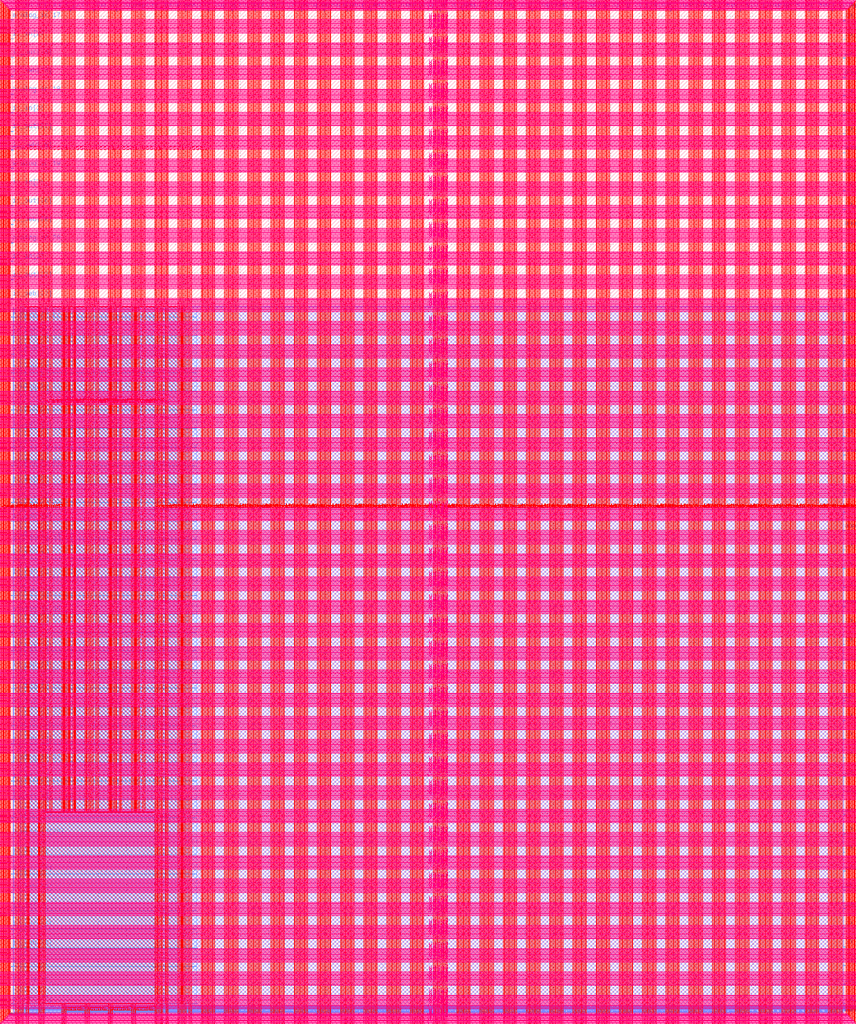
<source format=lef>
VERSION 5.7 ;
  NOWIREEXTENSIONATPIN ON ;
  DIVIDERCHAR "/" ;
  BUSBITCHARS "[]" ;
MACRO user_project_wrapper
  CLASS BLOCK ;
  FOREIGN user_project_wrapper ;
  ORIGIN 0.000 0.000 ;
  SIZE 2920.000 BY 3520.000 ;
  PIN analog_io[0]
    PORT
      LAYER met3 ;
        RECT 2917.600 1426.380 2924.800 1427.580 ;
    END
  END analog_io[0]
  PIN analog_io[10]
    PORT
      LAYER met2 ;
        RECT 2230.490 3517.600 2231.050 3524.800 ;
    END
  END analog_io[10]
  PIN analog_io[11]
    PORT
      LAYER met2 ;
        RECT 1905.730 3517.600 1906.290 3524.800 ;
    END
  END analog_io[11]
  PIN analog_io[12]
    PORT
      LAYER met2 ;
        RECT 1581.430 3517.600 1581.990 3524.800 ;
    END
  END analog_io[12]
  PIN analog_io[13]
    PORT
      LAYER met2 ;
        RECT 1257.130 3517.600 1257.690 3524.800 ;
    END
  END analog_io[13]
  PIN analog_io[14]
    PORT
      LAYER met2 ;
        RECT 932.370 3517.600 932.930 3524.800 ;
    END
  END analog_io[14]
  PIN analog_io[15]
    PORT
      LAYER met2 ;
        RECT 608.070 3517.600 608.630 3524.800 ;
    END
  END analog_io[15]
  PIN analog_io[16]
    PORT
      LAYER met2 ;
        RECT 283.770 3517.600 284.330 3524.800 ;
    END
  END analog_io[16]
  PIN analog_io[17]
    PORT
      LAYER met3 ;
        RECT -4.800 3486.100 2.400 3487.300 ;
    END
  END analog_io[17]
  PIN analog_io[18]
    PORT
      LAYER met3 ;
        RECT -4.800 3224.980 2.400 3226.180 ;
    END
  END analog_io[18]
  PIN analog_io[19]
    PORT
      LAYER met3 ;
        RECT -4.800 2964.540 2.400 2965.740 ;
    END
  END analog_io[19]
  PIN analog_io[1]
    PORT
      LAYER met3 ;
        RECT 2917.600 1692.260 2924.800 1693.460 ;
    END
  END analog_io[1]
  PIN analog_io[20]
    PORT
      LAYER met3 ;
        RECT -4.800 2703.420 2.400 2704.620 ;
    END
  END analog_io[20]
  PIN analog_io[21]
    PORT
      LAYER met3 ;
        RECT -4.800 2442.980 2.400 2444.180 ;
    END
  END analog_io[21]
  PIN analog_io[22]
    PORT
      LAYER met3 ;
        RECT -4.800 2182.540 2.400 2183.740 ;
    END
  END analog_io[22]
  PIN analog_io[23]
    PORT
      LAYER met3 ;
        RECT -4.800 1921.420 2.400 1922.620 ;
    END
  END analog_io[23]
  PIN analog_io[24]
    PORT
      LAYER met3 ;
        RECT -4.800 1660.980 2.400 1662.180 ;
    END
  END analog_io[24]
  PIN analog_io[25]
    PORT
      LAYER met3 ;
        RECT -4.800 1399.860 2.400 1401.060 ;
    END
  END analog_io[25]
  PIN analog_io[26]
    PORT
      LAYER met3 ;
        RECT -4.800 1139.420 2.400 1140.620 ;
    END
  END analog_io[26]
  PIN analog_io[27]
    PORT
      LAYER met3 ;
        RECT -4.800 878.980 2.400 880.180 ;
    END
  END analog_io[27]
  PIN analog_io[28]
    PORT
      LAYER met3 ;
        RECT -4.800 617.860 2.400 619.060 ;
    END
  END analog_io[28]
  PIN analog_io[2]
    PORT
      LAYER met3 ;
        RECT 2917.600 1958.140 2924.800 1959.340 ;
    END
  END analog_io[2]
  PIN analog_io[3]
    PORT
      LAYER met3 ;
        RECT 2917.600 2223.340 2924.800 2224.540 ;
    END
  END analog_io[3]
  PIN analog_io[4]
    PORT
      LAYER met3 ;
        RECT 2917.600 2489.220 2924.800 2490.420 ;
    END
  END analog_io[4]
  PIN analog_io[5]
    PORT
      LAYER met3 ;
        RECT 2917.600 2755.100 2924.800 2756.300 ;
    END
  END analog_io[5]
  PIN analog_io[6]
    PORT
      LAYER met3 ;
        RECT 2917.600 3020.300 2924.800 3021.500 ;
    END
  END analog_io[6]
  PIN analog_io[7]
    PORT
      LAYER met3 ;
        RECT 2917.600 3286.180 2924.800 3287.380 ;
    END
  END analog_io[7]
  PIN analog_io[8]
    PORT
      LAYER met2 ;
        RECT 2879.090 3517.600 2879.650 3524.800 ;
    END
  END analog_io[8]
  PIN analog_io[9]
    PORT
      LAYER met2 ;
        RECT 2554.790 3517.600 2555.350 3524.800 ;
    END
  END analog_io[9]
  PIN io_in[0]
    PORT
      LAYER met3 ;
        RECT 2917.600 32.380 2924.800 33.580 ;
    END
  END io_in[0]
  PIN io_in[10]
    PORT
      LAYER met3 ;
        RECT 2917.600 2289.980 2924.800 2291.180 ;
    END
  END io_in[10]
  PIN io_in[11]
    PORT
      LAYER met3 ;
        RECT 2917.600 2555.860 2924.800 2557.060 ;
    END
  END io_in[11]
  PIN io_in[12]
    PORT
      LAYER met3 ;
        RECT 2917.600 2821.060 2924.800 2822.260 ;
    END
  END io_in[12]
  PIN io_in[13]
    PORT
      LAYER met3 ;
        RECT 2917.600 3086.940 2924.800 3088.140 ;
    END
  END io_in[13]
  PIN io_in[14]
    PORT
      LAYER met3 ;
        RECT 2917.600 3352.820 2924.800 3354.020 ;
    END
  END io_in[14]
  PIN io_in[15]
    PORT
      LAYER met2 ;
        RECT 2798.130 3517.600 2798.690 3524.800 ;
    END
  END io_in[15]
  PIN io_in[16]
    PORT
      LAYER met2 ;
        RECT 2473.830 3517.600 2474.390 3524.800 ;
    END
  END io_in[16]
  PIN io_in[17]
    PORT
      LAYER met2 ;
        RECT 2149.070 3517.600 2149.630 3524.800 ;
    END
  END io_in[17]
  PIN io_in[18]
    PORT
      LAYER met2 ;
        RECT 1824.770 3517.600 1825.330 3524.800 ;
    END
  END io_in[18]
  PIN io_in[19]
    PORT
      LAYER met2 ;
        RECT 1500.470 3517.600 1501.030 3524.800 ;
    END
  END io_in[19]
  PIN io_in[1]
    PORT
      LAYER met3 ;
        RECT 2917.600 230.940 2924.800 232.140 ;
    END
  END io_in[1]
  PIN io_in[20]
    PORT
      LAYER met2 ;
        RECT 1175.710 3517.600 1176.270 3524.800 ;
    END
  END io_in[20]
  PIN io_in[21]
    PORT
      LAYER met2 ;
        RECT 851.410 3517.600 851.970 3524.800 ;
    END
  END io_in[21]
  PIN io_in[22]
    PORT
      LAYER met2 ;
        RECT 527.110 3517.600 527.670 3524.800 ;
    END
  END io_in[22]
  PIN io_in[23]
    PORT
      LAYER met2 ;
        RECT 202.350 3517.600 202.910 3524.800 ;
    END
  END io_in[23]
  PIN io_in[24]
    PORT
      LAYER met3 ;
        RECT -4.800 3420.820 2.400 3422.020 ;
    END
  END io_in[24]
  PIN io_in[25]
    PORT
      LAYER met3 ;
        RECT -4.800 3159.700 2.400 3160.900 ;
    END
  END io_in[25]
  PIN io_in[26]
    PORT
      LAYER met3 ;
        RECT -4.800 2899.260 2.400 2900.460 ;
    END
  END io_in[26]
  PIN io_in[27]
    PORT
      LAYER met3 ;
        RECT -4.800 2638.820 2.400 2640.020 ;
    END
  END io_in[27]
  PIN io_in[28]
    PORT
      LAYER met3 ;
        RECT -4.800 2377.700 2.400 2378.900 ;
    END
  END io_in[28]
  PIN io_in[29]
    PORT
      LAYER met3 ;
        RECT -4.800 2117.260 2.400 2118.460 ;
    END
  END io_in[29]
  PIN io_in[2]
    PORT
      LAYER met3 ;
        RECT 2917.600 430.180 2924.800 431.380 ;
    END
  END io_in[2]
  PIN io_in[30]
    PORT
      LAYER met3 ;
        RECT -4.800 1856.140 2.400 1857.340 ;
    END
  END io_in[30]
  PIN io_in[31]
    PORT
      LAYER met3 ;
        RECT -4.800 1595.700 2.400 1596.900 ;
    END
  END io_in[31]
  PIN io_in[32]
    PORT
      LAYER met3 ;
        RECT -4.800 1335.260 2.400 1336.460 ;
    END
  END io_in[32]
  PIN io_in[33]
    PORT
      LAYER met3 ;
        RECT -4.800 1074.140 2.400 1075.340 ;
    END
  END io_in[33]
  PIN io_in[34]
    PORT
      LAYER met3 ;
        RECT -4.800 813.700 2.400 814.900 ;
    END
  END io_in[34]
  PIN io_in[35]
    PORT
      LAYER met3 ;
        RECT -4.800 552.580 2.400 553.780 ;
    END
  END io_in[35]
  PIN io_in[36]
    PORT
      LAYER met3 ;
        RECT -4.800 357.420 2.400 358.620 ;
    END
  END io_in[36]
  PIN io_in[37]
    PORT
      LAYER met3 ;
        RECT -4.800 161.580 2.400 162.780 ;
    END
  END io_in[37]
  PIN io_in[3]
    PORT
      LAYER met3 ;
        RECT 2917.600 629.420 2924.800 630.620 ;
    END
  END io_in[3]
  PIN io_in[4]
    PORT
      LAYER met3 ;
        RECT 2917.600 828.660 2924.800 829.860 ;
    END
  END io_in[4]
  PIN io_in[5]
    PORT
      LAYER met3 ;
        RECT 2917.600 1027.900 2924.800 1029.100 ;
    END
  END io_in[5]
  PIN io_in[6]
    PORT
      LAYER met3 ;
        RECT 2917.600 1227.140 2924.800 1228.340 ;
    END
  END io_in[6]
  PIN io_in[7]
    PORT
      LAYER met3 ;
        RECT 2917.600 1493.020 2924.800 1494.220 ;
    END
  END io_in[7]
  PIN io_in[8]
    PORT
      LAYER met3 ;
        RECT 2917.600 1758.900 2924.800 1760.100 ;
    END
  END io_in[8]
  PIN io_in[9]
    PORT
      LAYER met3 ;
        RECT 2917.600 2024.100 2924.800 2025.300 ;
    END
  END io_in[9]
  PIN io_oeb[0]
    PORT
      LAYER met3 ;
        RECT 2917.600 164.980 2924.800 166.180 ;
    END
  END io_oeb[0]
  PIN io_oeb[10]
    PORT
      LAYER met3 ;
        RECT 2917.600 2422.580 2924.800 2423.780 ;
    END
  END io_oeb[10]
  PIN io_oeb[11]
    PORT
      LAYER met3 ;
        RECT 2917.600 2688.460 2924.800 2689.660 ;
    END
  END io_oeb[11]
  PIN io_oeb[12]
    PORT
      LAYER met3 ;
        RECT 2917.600 2954.340 2924.800 2955.540 ;
    END
  END io_oeb[12]
  PIN io_oeb[13]
    PORT
      LAYER met3 ;
        RECT 2917.600 3219.540 2924.800 3220.740 ;
    END
  END io_oeb[13]
  PIN io_oeb[14]
    PORT
      LAYER met3 ;
        RECT 2917.600 3485.420 2924.800 3486.620 ;
    END
  END io_oeb[14]
  PIN io_oeb[15]
    PORT
      LAYER met2 ;
        RECT 2635.750 3517.600 2636.310 3524.800 ;
    END
  END io_oeb[15]
  PIN io_oeb[16]
    PORT
      LAYER met2 ;
        RECT 2311.450 3517.600 2312.010 3524.800 ;
    END
  END io_oeb[16]
  PIN io_oeb[17]
    PORT
      LAYER met2 ;
        RECT 1987.150 3517.600 1987.710 3524.800 ;
    END
  END io_oeb[17]
  PIN io_oeb[18]
    PORT
      LAYER met2 ;
        RECT 1662.390 3517.600 1662.950 3524.800 ;
    END
  END io_oeb[18]
  PIN io_oeb[19]
    PORT
      LAYER met2 ;
        RECT 1338.090 3517.600 1338.650 3524.800 ;
    END
  END io_oeb[19]
  PIN io_oeb[1]
    PORT
      LAYER met3 ;
        RECT 2917.600 364.220 2924.800 365.420 ;
    END
  END io_oeb[1]
  PIN io_oeb[20]
    PORT
      LAYER met2 ;
        RECT 1013.790 3517.600 1014.350 3524.800 ;
    END
  END io_oeb[20]
  PIN io_oeb[21]
    PORT
      LAYER met2 ;
        RECT 689.030 3517.600 689.590 3524.800 ;
    END
  END io_oeb[21]
  PIN io_oeb[22]
    PORT
      LAYER met2 ;
        RECT 364.730 3517.600 365.290 3524.800 ;
    END
  END io_oeb[22]
  PIN io_oeb[23]
    PORT
      LAYER met2 ;
        RECT 40.430 3517.600 40.990 3524.800 ;
    END
  END io_oeb[23]
  PIN io_oeb[24]
    PORT
      LAYER met3 ;
        RECT -4.800 3290.260 2.400 3291.460 ;
    END
  END io_oeb[24]
  PIN io_oeb[25]
    PORT
      LAYER met3 ;
        RECT -4.800 3029.820 2.400 3031.020 ;
    END
  END io_oeb[25]
  PIN io_oeb[26]
    PORT
      LAYER met3 ;
        RECT -4.800 2768.700 2.400 2769.900 ;
    END
  END io_oeb[26]
  PIN io_oeb[27]
    PORT
      LAYER met3 ;
        RECT -4.800 2508.260 2.400 2509.460 ;
    END
  END io_oeb[27]
  PIN io_oeb[28]
    PORT
      LAYER met3 ;
        RECT -4.800 2247.140 2.400 2248.340 ;
    END
  END io_oeb[28]
  PIN io_oeb[29]
    PORT
      LAYER met3 ;
        RECT -4.800 1986.700 2.400 1987.900 ;
    END
  END io_oeb[29]
  PIN io_oeb[2]
    PORT
      LAYER met3 ;
        RECT 2917.600 563.460 2924.800 564.660 ;
    END
  END io_oeb[2]
  PIN io_oeb[30]
    PORT
      LAYER met3 ;
        RECT -4.800 1726.260 2.400 1727.460 ;
    END
  END io_oeb[30]
  PIN io_oeb[31]
    PORT
      LAYER met3 ;
        RECT -4.800 1465.140 2.400 1466.340 ;
    END
  END io_oeb[31]
  PIN io_oeb[32]
    PORT
      LAYER met3 ;
        RECT -4.800 1204.700 2.400 1205.900 ;
    END
  END io_oeb[32]
  PIN io_oeb[33]
    PORT
      LAYER met3 ;
        RECT -4.800 943.580 2.400 944.780 ;
    END
  END io_oeb[33]
  PIN io_oeb[34]
    PORT
      LAYER met3 ;
        RECT -4.800 683.140 2.400 684.340 ;
    END
  END io_oeb[34]
  PIN io_oeb[35]
    PORT
      LAYER met3 ;
        RECT -4.800 422.700 2.400 423.900 ;
    END
  END io_oeb[35]
  PIN io_oeb[36]
    PORT
      LAYER met3 ;
        RECT -4.800 226.860 2.400 228.060 ;
    END
  END io_oeb[36]
  PIN io_oeb[37]
    PORT
      LAYER met3 ;
        RECT -4.800 31.700 2.400 32.900 ;
    END
  END io_oeb[37]
  PIN io_oeb[3]
    PORT
      LAYER met3 ;
        RECT 2917.600 762.700 2924.800 763.900 ;
    END
  END io_oeb[3]
  PIN io_oeb[4]
    PORT
      LAYER met3 ;
        RECT 2917.600 961.940 2924.800 963.140 ;
    END
  END io_oeb[4]
  PIN io_oeb[5]
    PORT
      LAYER met3 ;
        RECT 2917.600 1161.180 2924.800 1162.380 ;
    END
  END io_oeb[5]
  PIN io_oeb[6]
    PORT
      LAYER met3 ;
        RECT 2917.600 1360.420 2924.800 1361.620 ;
    END
  END io_oeb[6]
  PIN io_oeb[7]
    PORT
      LAYER met3 ;
        RECT 2917.600 1625.620 2924.800 1626.820 ;
    END
  END io_oeb[7]
  PIN io_oeb[8]
    PORT
      LAYER met3 ;
        RECT 2917.600 1891.500 2924.800 1892.700 ;
    END
  END io_oeb[8]
  PIN io_oeb[9]
    PORT
      LAYER met3 ;
        RECT 2917.600 2157.380 2924.800 2158.580 ;
    END
  END io_oeb[9]
  PIN io_out[0]
    PORT
      LAYER met3 ;
        RECT 2917.600 98.340 2924.800 99.540 ;
    END
  END io_out[0]
  PIN io_out[10]
    PORT
      LAYER met3 ;
        RECT 2917.600 2356.620 2924.800 2357.820 ;
    END
  END io_out[10]
  PIN io_out[11]
    PORT
      LAYER met3 ;
        RECT 2917.600 2621.820 2924.800 2623.020 ;
    END
  END io_out[11]
  PIN io_out[12]
    PORT
      LAYER met3 ;
        RECT 2917.600 2887.700 2924.800 2888.900 ;
    END
  END io_out[12]
  PIN io_out[13]
    PORT
      LAYER met3 ;
        RECT 2917.600 3153.580 2924.800 3154.780 ;
    END
  END io_out[13]
  PIN io_out[14]
    PORT
      LAYER met3 ;
        RECT 2917.600 3418.780 2924.800 3419.980 ;
    END
  END io_out[14]
  PIN io_out[15]
    PORT
      LAYER met2 ;
        RECT 2717.170 3517.600 2717.730 3524.800 ;
    END
  END io_out[15]
  PIN io_out[16]
    PORT
      LAYER met2 ;
        RECT 2392.410 3517.600 2392.970 3524.800 ;
    END
  END io_out[16]
  PIN io_out[17]
    PORT
      LAYER met2 ;
        RECT 2068.110 3517.600 2068.670 3524.800 ;
    END
  END io_out[17]
  PIN io_out[18]
    PORT
      LAYER met2 ;
        RECT 1743.810 3517.600 1744.370 3524.800 ;
    END
  END io_out[18]
  PIN io_out[19]
    PORT
      LAYER met2 ;
        RECT 1419.050 3517.600 1419.610 3524.800 ;
    END
  END io_out[19]
  PIN io_out[1]
    PORT
      LAYER met3 ;
        RECT 2917.600 297.580 2924.800 298.780 ;
    END
  END io_out[1]
  PIN io_out[20]
    PORT
      LAYER met2 ;
        RECT 1094.750 3517.600 1095.310 3524.800 ;
    END
  END io_out[20]
  PIN io_out[21]
    PORT
      LAYER met2 ;
        RECT 770.450 3517.600 771.010 3524.800 ;
    END
  END io_out[21]
  PIN io_out[22]
    PORT
      LAYER met2 ;
        RECT 445.690 3517.600 446.250 3524.800 ;
    END
  END io_out[22]
  PIN io_out[23]
    PORT
      LAYER met2 ;
        RECT 121.390 3517.600 121.950 3524.800 ;
    END
  END io_out[23]
  PIN io_out[24]
    PORT
      LAYER met3 ;
        RECT -4.800 3355.540 2.400 3356.740 ;
    END
  END io_out[24]
  PIN io_out[25]
    PORT
      LAYER met3 ;
        RECT -4.800 3095.100 2.400 3096.300 ;
    END
  END io_out[25]
  PIN io_out[26]
    PORT
      LAYER met3 ;
        RECT -4.800 2833.980 2.400 2835.180 ;
    END
  END io_out[26]
  PIN io_out[27]
    PORT
      LAYER met3 ;
        RECT -4.800 2573.540 2.400 2574.740 ;
    END
  END io_out[27]
  PIN io_out[28]
    PORT
      LAYER met3 ;
        RECT -4.800 2312.420 2.400 2313.620 ;
    END
  END io_out[28]
  PIN io_out[29]
    PORT
      LAYER met3 ;
        RECT -4.800 2051.980 2.400 2053.180 ;
    END
  END io_out[29]
  PIN io_out[2]
    PORT
      LAYER met3 ;
        RECT 2917.600 496.820 2924.800 498.020 ;
    END
  END io_out[2]
  PIN io_out[30]
    PORT
      LAYER met3 ;
        RECT -4.800 1791.540 2.400 1792.740 ;
    END
  END io_out[30]
  PIN io_out[31]
    PORT
      LAYER met3 ;
        RECT -4.800 1530.420 2.400 1531.620 ;
    END
  END io_out[31]
  PIN io_out[32]
    PORT
      LAYER met3 ;
        RECT -4.800 1269.980 2.400 1271.180 ;
    END
  END io_out[32]
  PIN io_out[33]
    PORT
      LAYER met3 ;
        RECT -4.800 1008.860 2.400 1010.060 ;
    END
  END io_out[33]
  PIN io_out[34]
    PORT
      LAYER met3 ;
        RECT -4.800 748.420 2.400 749.620 ;
    END
  END io_out[34]
  PIN io_out[35]
    PORT
      LAYER met3 ;
        RECT -4.800 487.300 2.400 488.500 ;
    END
  END io_out[35]
  PIN io_out[36]
    PORT
      LAYER met3 ;
        RECT -4.800 292.140 2.400 293.340 ;
    END
  END io_out[36]
  PIN io_out[37]
    PORT
      LAYER met3 ;
        RECT -4.800 96.300 2.400 97.500 ;
    END
  END io_out[37]
  PIN io_out[3]
    PORT
      LAYER met3 ;
        RECT 2917.600 696.060 2924.800 697.260 ;
    END
  END io_out[3]
  PIN io_out[4]
    PORT
      LAYER met3 ;
        RECT 2917.600 895.300 2924.800 896.500 ;
    END
  END io_out[4]
  PIN io_out[5]
    PORT
      LAYER met3 ;
        RECT 2917.600 1094.540 2924.800 1095.740 ;
    END
  END io_out[5]
  PIN io_out[6]
    PORT
      LAYER met3 ;
        RECT 2917.600 1293.780 2924.800 1294.980 ;
    END
  END io_out[6]
  PIN io_out[7]
    PORT
      LAYER met3 ;
        RECT 2917.600 1559.660 2924.800 1560.860 ;
    END
  END io_out[7]
  PIN io_out[8]
    PORT
      LAYER met3 ;
        RECT 2917.600 1824.860 2924.800 1826.060 ;
    END
  END io_out[8]
  PIN io_out[9]
    PORT
      LAYER met3 ;
        RECT 2917.600 2090.740 2924.800 2091.940 ;
    END
  END io_out[9]
  PIN la_data_in[0]
    PORT
      LAYER met2 ;
        RECT 629.230 -4.800 629.790 2.400 ;
    END
  END la_data_in[0]
  PIN la_data_in[100]
    PORT
      LAYER met2 ;
        RECT 2402.530 -4.800 2403.090 2.400 ;
    END
  END la_data_in[100]
  PIN la_data_in[101]
    PORT
      LAYER met2 ;
        RECT 2420.010 -4.800 2420.570 2.400 ;
    END
  END la_data_in[101]
  PIN la_data_in[102]
    PORT
      LAYER met2 ;
        RECT 2437.950 -4.800 2438.510 2.400 ;
    END
  END la_data_in[102]
  PIN la_data_in[103]
    PORT
      LAYER met2 ;
        RECT 2455.430 -4.800 2455.990 2.400 ;
    END
  END la_data_in[103]
  PIN la_data_in[104]
    PORT
      LAYER met2 ;
        RECT 2473.370 -4.800 2473.930 2.400 ;
    END
  END la_data_in[104]
  PIN la_data_in[105]
    PORT
      LAYER met2 ;
        RECT 2490.850 -4.800 2491.410 2.400 ;
    END
  END la_data_in[105]
  PIN la_data_in[106]
    PORT
      LAYER met2 ;
        RECT 2508.790 -4.800 2509.350 2.400 ;
    END
  END la_data_in[106]
  PIN la_data_in[107]
    PORT
      LAYER met2 ;
        RECT 2526.730 -4.800 2527.290 2.400 ;
    END
  END la_data_in[107]
  PIN la_data_in[108]
    PORT
      LAYER met2 ;
        RECT 2544.210 -4.800 2544.770 2.400 ;
    END
  END la_data_in[108]
  PIN la_data_in[109]
    PORT
      LAYER met2 ;
        RECT 2562.150 -4.800 2562.710 2.400 ;
    END
  END la_data_in[109]
  PIN la_data_in[10]
    PORT
      LAYER met2 ;
        RECT 806.330 -4.800 806.890 2.400 ;
    END
  END la_data_in[10]
  PIN la_data_in[110]
    PORT
      LAYER met2 ;
        RECT 2579.630 -4.800 2580.190 2.400 ;
    END
  END la_data_in[110]
  PIN la_data_in[111]
    PORT
      LAYER met2 ;
        RECT 2597.570 -4.800 2598.130 2.400 ;
    END
  END la_data_in[111]
  PIN la_data_in[112]
    PORT
      LAYER met2 ;
        RECT 2615.050 -4.800 2615.610 2.400 ;
    END
  END la_data_in[112]
  PIN la_data_in[113]
    PORT
      LAYER met2 ;
        RECT 2632.990 -4.800 2633.550 2.400 ;
    END
  END la_data_in[113]
  PIN la_data_in[114]
    PORT
      LAYER met2 ;
        RECT 2650.470 -4.800 2651.030 2.400 ;
    END
  END la_data_in[114]
  PIN la_data_in[115]
    PORT
      LAYER met2 ;
        RECT 2668.410 -4.800 2668.970 2.400 ;
    END
  END la_data_in[115]
  PIN la_data_in[116]
    PORT
      LAYER met2 ;
        RECT 2685.890 -4.800 2686.450 2.400 ;
    END
  END la_data_in[116]
  PIN la_data_in[117]
    PORT
      LAYER met2 ;
        RECT 2703.830 -4.800 2704.390 2.400 ;
    END
  END la_data_in[117]
  PIN la_data_in[118]
    PORT
      LAYER met2 ;
        RECT 2721.770 -4.800 2722.330 2.400 ;
    END
  END la_data_in[118]
  PIN la_data_in[119]
    PORT
      LAYER met2 ;
        RECT 2739.250 -4.800 2739.810 2.400 ;
    END
  END la_data_in[119]
  PIN la_data_in[11]
    PORT
      LAYER met2 ;
        RECT 824.270 -4.800 824.830 2.400 ;
    END
  END la_data_in[11]
  PIN la_data_in[120]
    PORT
      LAYER met2 ;
        RECT 2757.190 -4.800 2757.750 2.400 ;
    END
  END la_data_in[120]
  PIN la_data_in[121]
    PORT
      LAYER met2 ;
        RECT 2774.670 -4.800 2775.230 2.400 ;
    END
  END la_data_in[121]
  PIN la_data_in[122]
    PORT
      LAYER met2 ;
        RECT 2792.610 -4.800 2793.170 2.400 ;
    END
  END la_data_in[122]
  PIN la_data_in[123]
    PORT
      LAYER met2 ;
        RECT 2810.090 -4.800 2810.650 2.400 ;
    END
  END la_data_in[123]
  PIN la_data_in[124]
    PORT
      LAYER met2 ;
        RECT 2828.030 -4.800 2828.590 2.400 ;
    END
  END la_data_in[124]
  PIN la_data_in[125]
    PORT
      LAYER met2 ;
        RECT 2845.510 -4.800 2846.070 2.400 ;
    END
  END la_data_in[125]
  PIN la_data_in[126]
    PORT
      LAYER met2 ;
        RECT 2863.450 -4.800 2864.010 2.400 ;
    END
  END la_data_in[126]
  PIN la_data_in[127]
    PORT
      LAYER met2 ;
        RECT 2881.390 -4.800 2881.950 2.400 ;
    END
  END la_data_in[127]
  PIN la_data_in[12]
    PORT
      LAYER met2 ;
        RECT 841.750 -4.800 842.310 2.400 ;
    END
  END la_data_in[12]
  PIN la_data_in[13]
    PORT
      LAYER met2 ;
        RECT 859.690 -4.800 860.250 2.400 ;
    END
  END la_data_in[13]
  PIN la_data_in[14]
    PORT
      LAYER met2 ;
        RECT 877.170 -4.800 877.730 2.400 ;
    END
  END la_data_in[14]
  PIN la_data_in[15]
    PORT
      LAYER met2 ;
        RECT 895.110 -4.800 895.670 2.400 ;
    END
  END la_data_in[15]
  PIN la_data_in[16]
    PORT
      LAYER met2 ;
        RECT 912.590 -4.800 913.150 2.400 ;
    END
  END la_data_in[16]
  PIN la_data_in[17]
    PORT
      LAYER met2 ;
        RECT 930.530 -4.800 931.090 2.400 ;
    END
  END la_data_in[17]
  PIN la_data_in[18]
    PORT
      LAYER met2 ;
        RECT 948.470 -4.800 949.030 2.400 ;
    END
  END la_data_in[18]
  PIN la_data_in[19]
    PORT
      LAYER met2 ;
        RECT 965.950 -4.800 966.510 2.400 ;
    END
  END la_data_in[19]
  PIN la_data_in[1]
    PORT
      LAYER met2 ;
        RECT 646.710 -4.800 647.270 2.400 ;
    END
  END la_data_in[1]
  PIN la_data_in[20]
    PORT
      LAYER met2 ;
        RECT 983.890 -4.800 984.450 2.400 ;
    END
  END la_data_in[20]
  PIN la_data_in[21]
    PORT
      LAYER met2 ;
        RECT 1001.370 -4.800 1001.930 2.400 ;
    END
  END la_data_in[21]
  PIN la_data_in[22]
    PORT
      LAYER met2 ;
        RECT 1019.310 -4.800 1019.870 2.400 ;
    END
  END la_data_in[22]
  PIN la_data_in[23]
    PORT
      LAYER met2 ;
        RECT 1036.790 -4.800 1037.350 2.400 ;
    END
  END la_data_in[23]
  PIN la_data_in[24]
    PORT
      LAYER met2 ;
        RECT 1054.730 -4.800 1055.290 2.400 ;
    END
  END la_data_in[24]
  PIN la_data_in[25]
    PORT
      LAYER met2 ;
        RECT 1072.210 -4.800 1072.770 2.400 ;
    END
  END la_data_in[25]
  PIN la_data_in[26]
    PORT
      LAYER met2 ;
        RECT 1090.150 -4.800 1090.710 2.400 ;
    END
  END la_data_in[26]
  PIN la_data_in[27]
    PORT
      LAYER met2 ;
        RECT 1107.630 -4.800 1108.190 2.400 ;
    END
  END la_data_in[27]
  PIN la_data_in[28]
    PORT
      LAYER met2 ;
        RECT 1125.570 -4.800 1126.130 2.400 ;
    END
  END la_data_in[28]
  PIN la_data_in[29]
    PORT
      LAYER met2 ;
        RECT 1143.510 -4.800 1144.070 2.400 ;
    END
  END la_data_in[29]
  PIN la_data_in[2]
    PORT
      LAYER met2 ;
        RECT 664.650 -4.800 665.210 2.400 ;
    END
  END la_data_in[2]
  PIN la_data_in[30]
    PORT
      LAYER met2 ;
        RECT 1160.990 -4.800 1161.550 2.400 ;
    END
  END la_data_in[30]
  PIN la_data_in[31]
    PORT
      LAYER met2 ;
        RECT 1178.930 -4.800 1179.490 2.400 ;
    END
  END la_data_in[31]
  PIN la_data_in[32]
    PORT
      LAYER met2 ;
        RECT 1196.410 -4.800 1196.970 2.400 ;
    END
  END la_data_in[32]
  PIN la_data_in[33]
    PORT
      LAYER met2 ;
        RECT 1214.350 -4.800 1214.910 2.400 ;
    END
  END la_data_in[33]
  PIN la_data_in[34]
    PORT
      LAYER met2 ;
        RECT 1231.830 -4.800 1232.390 2.400 ;
    END
  END la_data_in[34]
  PIN la_data_in[35]
    PORT
      LAYER met2 ;
        RECT 1249.770 -4.800 1250.330 2.400 ;
    END
  END la_data_in[35]
  PIN la_data_in[36]
    PORT
      LAYER met2 ;
        RECT 1267.250 -4.800 1267.810 2.400 ;
    END
  END la_data_in[36]
  PIN la_data_in[37]
    PORT
      LAYER met2 ;
        RECT 1285.190 -4.800 1285.750 2.400 ;
    END
  END la_data_in[37]
  PIN la_data_in[38]
    PORT
      LAYER met2 ;
        RECT 1303.130 -4.800 1303.690 2.400 ;
    END
  END la_data_in[38]
  PIN la_data_in[39]
    PORT
      LAYER met2 ;
        RECT 1320.610 -4.800 1321.170 2.400 ;
    END
  END la_data_in[39]
  PIN la_data_in[3]
    PORT
      LAYER met2 ;
        RECT 682.130 -4.800 682.690 2.400 ;
    END
  END la_data_in[3]
  PIN la_data_in[40]
    PORT
      LAYER met2 ;
        RECT 1338.550 -4.800 1339.110 2.400 ;
    END
  END la_data_in[40]
  PIN la_data_in[41]
    PORT
      LAYER met2 ;
        RECT 1356.030 -4.800 1356.590 2.400 ;
    END
  END la_data_in[41]
  PIN la_data_in[42]
    PORT
      LAYER met2 ;
        RECT 1373.970 -4.800 1374.530 2.400 ;
    END
  END la_data_in[42]
  PIN la_data_in[43]
    PORT
      LAYER met2 ;
        RECT 1391.450 -4.800 1392.010 2.400 ;
    END
  END la_data_in[43]
  PIN la_data_in[44]
    PORT
      LAYER met2 ;
        RECT 1409.390 -4.800 1409.950 2.400 ;
    END
  END la_data_in[44]
  PIN la_data_in[45]
    PORT
      LAYER met2 ;
        RECT 1426.870 -4.800 1427.430 2.400 ;
    END
  END la_data_in[45]
  PIN la_data_in[46]
    PORT
      LAYER met2 ;
        RECT 1444.810 -4.800 1445.370 2.400 ;
    END
  END la_data_in[46]
  PIN la_data_in[47]
    PORT
      LAYER met2 ;
        RECT 1462.750 -4.800 1463.310 2.400 ;
    END
  END la_data_in[47]
  PIN la_data_in[48]
    PORT
      LAYER met2 ;
        RECT 1480.230 -4.800 1480.790 2.400 ;
    END
  END la_data_in[48]
  PIN la_data_in[49]
    PORT
      LAYER met2 ;
        RECT 1498.170 -4.800 1498.730 2.400 ;
    END
  END la_data_in[49]
  PIN la_data_in[4]
    PORT
      LAYER met2 ;
        RECT 700.070 -4.800 700.630 2.400 ;
    END
  END la_data_in[4]
  PIN la_data_in[50]
    PORT
      LAYER met2 ;
        RECT 1515.650 -4.800 1516.210 2.400 ;
    END
  END la_data_in[50]
  PIN la_data_in[51]
    PORT
      LAYER met2 ;
        RECT 1533.590 -4.800 1534.150 2.400 ;
    END
  END la_data_in[51]
  PIN la_data_in[52]
    PORT
      LAYER met2 ;
        RECT 1551.070 -4.800 1551.630 2.400 ;
    END
  END la_data_in[52]
  PIN la_data_in[53]
    PORT
      LAYER met2 ;
        RECT 1569.010 -4.800 1569.570 2.400 ;
    END
  END la_data_in[53]
  PIN la_data_in[54]
    PORT
      LAYER met2 ;
        RECT 1586.490 -4.800 1587.050 2.400 ;
    END
  END la_data_in[54]
  PIN la_data_in[55]
    PORT
      LAYER met2 ;
        RECT 1604.430 -4.800 1604.990 2.400 ;
    END
  END la_data_in[55]
  PIN la_data_in[56]
    PORT
      LAYER met2 ;
        RECT 1621.910 -4.800 1622.470 2.400 ;
    END
  END la_data_in[56]
  PIN la_data_in[57]
    PORT
      LAYER met2 ;
        RECT 1639.850 -4.800 1640.410 2.400 ;
    END
  END la_data_in[57]
  PIN la_data_in[58]
    PORT
      LAYER met2 ;
        RECT 1657.790 -4.800 1658.350 2.400 ;
    END
  END la_data_in[58]
  PIN la_data_in[59]
    PORT
      LAYER met2 ;
        RECT 1675.270 -4.800 1675.830 2.400 ;
    END
  END la_data_in[59]
  PIN la_data_in[5]
    PORT
      LAYER met2 ;
        RECT 717.550 -4.800 718.110 2.400 ;
    END
  END la_data_in[5]
  PIN la_data_in[60]
    PORT
      LAYER met2 ;
        RECT 1693.210 -4.800 1693.770 2.400 ;
    END
  END la_data_in[60]
  PIN la_data_in[61]
    PORT
      LAYER met2 ;
        RECT 1710.690 -4.800 1711.250 2.400 ;
    END
  END la_data_in[61]
  PIN la_data_in[62]
    PORT
      LAYER met2 ;
        RECT 1728.630 -4.800 1729.190 2.400 ;
    END
  END la_data_in[62]
  PIN la_data_in[63]
    PORT
      LAYER met2 ;
        RECT 1746.110 -4.800 1746.670 2.400 ;
    END
  END la_data_in[63]
  PIN la_data_in[64]
    PORT
      LAYER met2 ;
        RECT 1764.050 -4.800 1764.610 2.400 ;
    END
  END la_data_in[64]
  PIN la_data_in[65]
    PORT
      LAYER met2 ;
        RECT 1781.530 -4.800 1782.090 2.400 ;
    END
  END la_data_in[65]
  PIN la_data_in[66]
    PORT
      LAYER met2 ;
        RECT 1799.470 -4.800 1800.030 2.400 ;
    END
  END la_data_in[66]
  PIN la_data_in[67]
    PORT
      LAYER met2 ;
        RECT 1817.410 -4.800 1817.970 2.400 ;
    END
  END la_data_in[67]
  PIN la_data_in[68]
    PORT
      LAYER met2 ;
        RECT 1834.890 -4.800 1835.450 2.400 ;
    END
  END la_data_in[68]
  PIN la_data_in[69]
    PORT
      LAYER met2 ;
        RECT 1852.830 -4.800 1853.390 2.400 ;
    END
  END la_data_in[69]
  PIN la_data_in[6]
    PORT
      LAYER met2 ;
        RECT 735.490 -4.800 736.050 2.400 ;
    END
  END la_data_in[6]
  PIN la_data_in[70]
    PORT
      LAYER met2 ;
        RECT 1870.310 -4.800 1870.870 2.400 ;
    END
  END la_data_in[70]
  PIN la_data_in[71]
    PORT
      LAYER met2 ;
        RECT 1888.250 -4.800 1888.810 2.400 ;
    END
  END la_data_in[71]
  PIN la_data_in[72]
    PORT
      LAYER met2 ;
        RECT 1905.730 -4.800 1906.290 2.400 ;
    END
  END la_data_in[72]
  PIN la_data_in[73]
    PORT
      LAYER met2 ;
        RECT 1923.670 -4.800 1924.230 2.400 ;
    END
  END la_data_in[73]
  PIN la_data_in[74]
    PORT
      LAYER met2 ;
        RECT 1941.150 -4.800 1941.710 2.400 ;
    END
  END la_data_in[74]
  PIN la_data_in[75]
    PORT
      LAYER met2 ;
        RECT 1959.090 -4.800 1959.650 2.400 ;
    END
  END la_data_in[75]
  PIN la_data_in[76]
    PORT
      LAYER met2 ;
        RECT 1976.570 -4.800 1977.130 2.400 ;
    END
  END la_data_in[76]
  PIN la_data_in[77]
    PORT
      LAYER met2 ;
        RECT 1994.510 -4.800 1995.070 2.400 ;
    END
  END la_data_in[77]
  PIN la_data_in[78]
    PORT
      LAYER met2 ;
        RECT 2012.450 -4.800 2013.010 2.400 ;
    END
  END la_data_in[78]
  PIN la_data_in[79]
    PORT
      LAYER met2 ;
        RECT 2029.930 -4.800 2030.490 2.400 ;
    END
  END la_data_in[79]
  PIN la_data_in[7]
    PORT
      LAYER met2 ;
        RECT 752.970 -4.800 753.530 2.400 ;
    END
  END la_data_in[7]
  PIN la_data_in[80]
    PORT
      LAYER met2 ;
        RECT 2047.870 -4.800 2048.430 2.400 ;
    END
  END la_data_in[80]
  PIN la_data_in[81]
    PORT
      LAYER met2 ;
        RECT 2065.350 -4.800 2065.910 2.400 ;
    END
  END la_data_in[81]
  PIN la_data_in[82]
    PORT
      LAYER met2 ;
        RECT 2083.290 -4.800 2083.850 2.400 ;
    END
  END la_data_in[82]
  PIN la_data_in[83]
    PORT
      LAYER met2 ;
        RECT 2100.770 -4.800 2101.330 2.400 ;
    END
  END la_data_in[83]
  PIN la_data_in[84]
    PORT
      LAYER met2 ;
        RECT 2118.710 -4.800 2119.270 2.400 ;
    END
  END la_data_in[84]
  PIN la_data_in[85]
    PORT
      LAYER met2 ;
        RECT 2136.190 -4.800 2136.750 2.400 ;
    END
  END la_data_in[85]
  PIN la_data_in[86]
    PORT
      LAYER met2 ;
        RECT 2154.130 -4.800 2154.690 2.400 ;
    END
  END la_data_in[86]
  PIN la_data_in[87]
    PORT
      LAYER met2 ;
        RECT 2172.070 -4.800 2172.630 2.400 ;
    END
  END la_data_in[87]
  PIN la_data_in[88]
    PORT
      LAYER met2 ;
        RECT 2189.550 -4.800 2190.110 2.400 ;
    END
  END la_data_in[88]
  PIN la_data_in[89]
    PORT
      LAYER met2 ;
        RECT 2207.490 -4.800 2208.050 2.400 ;
    END
  END la_data_in[89]
  PIN la_data_in[8]
    PORT
      LAYER met2 ;
        RECT 770.910 -4.800 771.470 2.400 ;
    END
  END la_data_in[8]
  PIN la_data_in[90]
    PORT
      LAYER met2 ;
        RECT 2224.970 -4.800 2225.530 2.400 ;
    END
  END la_data_in[90]
  PIN la_data_in[91]
    PORT
      LAYER met2 ;
        RECT 2242.910 -4.800 2243.470 2.400 ;
    END
  END la_data_in[91]
  PIN la_data_in[92]
    PORT
      LAYER met2 ;
        RECT 2260.390 -4.800 2260.950 2.400 ;
    END
  END la_data_in[92]
  PIN la_data_in[93]
    PORT
      LAYER met2 ;
        RECT 2278.330 -4.800 2278.890 2.400 ;
    END
  END la_data_in[93]
  PIN la_data_in[94]
    PORT
      LAYER met2 ;
        RECT 2295.810 -4.800 2296.370 2.400 ;
    END
  END la_data_in[94]
  PIN la_data_in[95]
    PORT
      LAYER met2 ;
        RECT 2313.750 -4.800 2314.310 2.400 ;
    END
  END la_data_in[95]
  PIN la_data_in[96]
    PORT
      LAYER met2 ;
        RECT 2331.230 -4.800 2331.790 2.400 ;
    END
  END la_data_in[96]
  PIN la_data_in[97]
    PORT
      LAYER met2 ;
        RECT 2349.170 -4.800 2349.730 2.400 ;
    END
  END la_data_in[97]
  PIN la_data_in[98]
    PORT
      LAYER met2 ;
        RECT 2367.110 -4.800 2367.670 2.400 ;
    END
  END la_data_in[98]
  PIN la_data_in[99]
    PORT
      LAYER met2 ;
        RECT 2384.590 -4.800 2385.150 2.400 ;
    END
  END la_data_in[99]
  PIN la_data_in[9]
    PORT
      LAYER met2 ;
        RECT 788.850 -4.800 789.410 2.400 ;
    END
  END la_data_in[9]
  PIN la_data_out[0]
    PORT
      LAYER met2 ;
        RECT 634.750 -4.800 635.310 2.400 ;
    END
  END la_data_out[0]
  PIN la_data_out[100]
    PORT
      LAYER met2 ;
        RECT 2408.510 -4.800 2409.070 2.400 ;
    END
  END la_data_out[100]
  PIN la_data_out[101]
    PORT
      LAYER met2 ;
        RECT 2425.990 -4.800 2426.550 2.400 ;
    END
  END la_data_out[101]
  PIN la_data_out[102]
    PORT
      LAYER met2 ;
        RECT 2443.930 -4.800 2444.490 2.400 ;
    END
  END la_data_out[102]
  PIN la_data_out[103]
    PORT
      LAYER met2 ;
        RECT 2461.410 -4.800 2461.970 2.400 ;
    END
  END la_data_out[103]
  PIN la_data_out[104]
    PORT
      LAYER met2 ;
        RECT 2479.350 -4.800 2479.910 2.400 ;
    END
  END la_data_out[104]
  PIN la_data_out[105]
    PORT
      LAYER met2 ;
        RECT 2496.830 -4.800 2497.390 2.400 ;
    END
  END la_data_out[105]
  PIN la_data_out[106]
    PORT
      LAYER met2 ;
        RECT 2514.770 -4.800 2515.330 2.400 ;
    END
  END la_data_out[106]
  PIN la_data_out[107]
    PORT
      LAYER met2 ;
        RECT 2532.250 -4.800 2532.810 2.400 ;
    END
  END la_data_out[107]
  PIN la_data_out[108]
    PORT
      LAYER met2 ;
        RECT 2550.190 -4.800 2550.750 2.400 ;
    END
  END la_data_out[108]
  PIN la_data_out[109]
    PORT
      LAYER met2 ;
        RECT 2567.670 -4.800 2568.230 2.400 ;
    END
  END la_data_out[109]
  PIN la_data_out[10]
    PORT
      LAYER met2 ;
        RECT 812.310 -4.800 812.870 2.400 ;
    END
  END la_data_out[10]
  PIN la_data_out[110]
    PORT
      LAYER met2 ;
        RECT 2585.610 -4.800 2586.170 2.400 ;
    END
  END la_data_out[110]
  PIN la_data_out[111]
    PORT
      LAYER met2 ;
        RECT 2603.550 -4.800 2604.110 2.400 ;
    END
  END la_data_out[111]
  PIN la_data_out[112]
    PORT
      LAYER met2 ;
        RECT 2621.030 -4.800 2621.590 2.400 ;
    END
  END la_data_out[112]
  PIN la_data_out[113]
    PORT
      LAYER met2 ;
        RECT 2638.970 -4.800 2639.530 2.400 ;
    END
  END la_data_out[113]
  PIN la_data_out[114]
    PORT
      LAYER met2 ;
        RECT 2656.450 -4.800 2657.010 2.400 ;
    END
  END la_data_out[114]
  PIN la_data_out[115]
    PORT
      LAYER met2 ;
        RECT 2674.390 -4.800 2674.950 2.400 ;
    END
  END la_data_out[115]
  PIN la_data_out[116]
    PORT
      LAYER met2 ;
        RECT 2691.870 -4.800 2692.430 2.400 ;
    END
  END la_data_out[116]
  PIN la_data_out[117]
    PORT
      LAYER met2 ;
        RECT 2709.810 -4.800 2710.370 2.400 ;
    END
  END la_data_out[117]
  PIN la_data_out[118]
    PORT
      LAYER met2 ;
        RECT 2727.290 -4.800 2727.850 2.400 ;
    END
  END la_data_out[118]
  PIN la_data_out[119]
    PORT
      LAYER met2 ;
        RECT 2745.230 -4.800 2745.790 2.400 ;
    END
  END la_data_out[119]
  PIN la_data_out[11]
    PORT
      LAYER met2 ;
        RECT 830.250 -4.800 830.810 2.400 ;
    END
  END la_data_out[11]
  PIN la_data_out[120]
    PORT
      LAYER met2 ;
        RECT 2763.170 -4.800 2763.730 2.400 ;
    END
  END la_data_out[120]
  PIN la_data_out[121]
    PORT
      LAYER met2 ;
        RECT 2780.650 -4.800 2781.210 2.400 ;
    END
  END la_data_out[121]
  PIN la_data_out[122]
    PORT
      LAYER met2 ;
        RECT 2798.590 -4.800 2799.150 2.400 ;
    END
  END la_data_out[122]
  PIN la_data_out[123]
    PORT
      LAYER met2 ;
        RECT 2816.070 -4.800 2816.630 2.400 ;
    END
  END la_data_out[123]
  PIN la_data_out[124]
    PORT
      LAYER met2 ;
        RECT 2834.010 -4.800 2834.570 2.400 ;
    END
  END la_data_out[124]
  PIN la_data_out[125]
    PORT
      LAYER met2 ;
        RECT 2851.490 -4.800 2852.050 2.400 ;
    END
  END la_data_out[125]
  PIN la_data_out[126]
    PORT
      LAYER met2 ;
        RECT 2869.430 -4.800 2869.990 2.400 ;
    END
  END la_data_out[126]
  PIN la_data_out[127]
    PORT
      LAYER met2 ;
        RECT 2886.910 -4.800 2887.470 2.400 ;
    END
  END la_data_out[127]
  PIN la_data_out[12]
    PORT
      LAYER met2 ;
        RECT 847.730 -4.800 848.290 2.400 ;
    END
  END la_data_out[12]
  PIN la_data_out[13]
    PORT
      LAYER met2 ;
        RECT 865.670 -4.800 866.230 2.400 ;
    END
  END la_data_out[13]
  PIN la_data_out[14]
    PORT
      LAYER met2 ;
        RECT 883.150 -4.800 883.710 2.400 ;
    END
  END la_data_out[14]
  PIN la_data_out[15]
    PORT
      LAYER met2 ;
        RECT 901.090 -4.800 901.650 2.400 ;
    END
  END la_data_out[15]
  PIN la_data_out[16]
    PORT
      LAYER met2 ;
        RECT 918.570 -4.800 919.130 2.400 ;
    END
  END la_data_out[16]
  PIN la_data_out[17]
    PORT
      LAYER met2 ;
        RECT 936.510 -4.800 937.070 2.400 ;
    END
  END la_data_out[17]
  PIN la_data_out[18]
    PORT
      LAYER met2 ;
        RECT 953.990 -4.800 954.550 2.400 ;
    END
  END la_data_out[18]
  PIN la_data_out[19]
    PORT
      LAYER met2 ;
        RECT 971.930 -4.800 972.490 2.400 ;
    END
  END la_data_out[19]
  PIN la_data_out[1]
    PORT
      LAYER met2 ;
        RECT 652.690 -4.800 653.250 2.400 ;
    END
  END la_data_out[1]
  PIN la_data_out[20]
    PORT
      LAYER met2 ;
        RECT 989.410 -4.800 989.970 2.400 ;
    END
  END la_data_out[20]
  PIN la_data_out[21]
    PORT
      LAYER met2 ;
        RECT 1007.350 -4.800 1007.910 2.400 ;
    END
  END la_data_out[21]
  PIN la_data_out[22]
    PORT
      LAYER met2 ;
        RECT 1025.290 -4.800 1025.850 2.400 ;
    END
  END la_data_out[22]
  PIN la_data_out[23]
    PORT
      LAYER met2 ;
        RECT 1042.770 -4.800 1043.330 2.400 ;
    END
  END la_data_out[23]
  PIN la_data_out[24]
    PORT
      LAYER met2 ;
        RECT 1060.710 -4.800 1061.270 2.400 ;
    END
  END la_data_out[24]
  PIN la_data_out[25]
    PORT
      LAYER met2 ;
        RECT 1078.190 -4.800 1078.750 2.400 ;
    END
  END la_data_out[25]
  PIN la_data_out[26]
    PORT
      LAYER met2 ;
        RECT 1096.130 -4.800 1096.690 2.400 ;
    END
  END la_data_out[26]
  PIN la_data_out[27]
    PORT
      LAYER met2 ;
        RECT 1113.610 -4.800 1114.170 2.400 ;
    END
  END la_data_out[27]
  PIN la_data_out[28]
    PORT
      LAYER met2 ;
        RECT 1131.550 -4.800 1132.110 2.400 ;
    END
  END la_data_out[28]
  PIN la_data_out[29]
    PORT
      LAYER met2 ;
        RECT 1149.030 -4.800 1149.590 2.400 ;
    END
  END la_data_out[29]
  PIN la_data_out[2]
    PORT
      LAYER met2 ;
        RECT 670.630 -4.800 671.190 2.400 ;
    END
  END la_data_out[2]
  PIN la_data_out[30]
    PORT
      LAYER met2 ;
        RECT 1166.970 -4.800 1167.530 2.400 ;
    END
  END la_data_out[30]
  PIN la_data_out[31]
    PORT
      LAYER met2 ;
        RECT 1184.910 -4.800 1185.470 2.400 ;
    END
  END la_data_out[31]
  PIN la_data_out[32]
    PORT
      LAYER met2 ;
        RECT 1202.390 -4.800 1202.950 2.400 ;
    END
  END la_data_out[32]
  PIN la_data_out[33]
    PORT
      LAYER met2 ;
        RECT 1220.330 -4.800 1220.890 2.400 ;
    END
  END la_data_out[33]
  PIN la_data_out[34]
    PORT
      LAYER met2 ;
        RECT 1237.810 -4.800 1238.370 2.400 ;
    END
  END la_data_out[34]
  PIN la_data_out[35]
    PORT
      LAYER met2 ;
        RECT 1255.750 -4.800 1256.310 2.400 ;
    END
  END la_data_out[35]
  PIN la_data_out[36]
    PORT
      LAYER met2 ;
        RECT 1273.230 -4.800 1273.790 2.400 ;
    END
  END la_data_out[36]
  PIN la_data_out[37]
    PORT
      LAYER met2 ;
        RECT 1291.170 -4.800 1291.730 2.400 ;
    END
  END la_data_out[37]
  PIN la_data_out[38]
    PORT
      LAYER met2 ;
        RECT 1308.650 -4.800 1309.210 2.400 ;
    END
  END la_data_out[38]
  PIN la_data_out[39]
    PORT
      LAYER met2 ;
        RECT 1326.590 -4.800 1327.150 2.400 ;
    END
  END la_data_out[39]
  PIN la_data_out[3]
    PORT
      LAYER met2 ;
        RECT 688.110 -4.800 688.670 2.400 ;
    END
  END la_data_out[3]
  PIN la_data_out[40]
    PORT
      LAYER met2 ;
        RECT 1344.070 -4.800 1344.630 2.400 ;
    END
  END la_data_out[40]
  PIN la_data_out[41]
    PORT
      LAYER met2 ;
        RECT 1362.010 -4.800 1362.570 2.400 ;
    END
  END la_data_out[41]
  PIN la_data_out[42]
    PORT
      LAYER met2 ;
        RECT 1379.950 -4.800 1380.510 2.400 ;
    END
  END la_data_out[42]
  PIN la_data_out[43]
    PORT
      LAYER met2 ;
        RECT 1397.430 -4.800 1397.990 2.400 ;
    END
  END la_data_out[43]
  PIN la_data_out[44]
    PORT
      LAYER met2 ;
        RECT 1415.370 -4.800 1415.930 2.400 ;
    END
  END la_data_out[44]
  PIN la_data_out[45]
    PORT
      LAYER met2 ;
        RECT 1432.850 -4.800 1433.410 2.400 ;
    END
  END la_data_out[45]
  PIN la_data_out[46]
    PORT
      LAYER met2 ;
        RECT 1450.790 -4.800 1451.350 2.400 ;
    END
  END la_data_out[46]
  PIN la_data_out[47]
    PORT
      LAYER met2 ;
        RECT 1468.270 -4.800 1468.830 2.400 ;
    END
  END la_data_out[47]
  PIN la_data_out[48]
    PORT
      LAYER met2 ;
        RECT 1486.210 -4.800 1486.770 2.400 ;
    END
  END la_data_out[48]
  PIN la_data_out[49]
    PORT
      LAYER met2 ;
        RECT 1503.690 -4.800 1504.250 2.400 ;
    END
  END la_data_out[49]
  PIN la_data_out[4]
    PORT
      LAYER met2 ;
        RECT 706.050 -4.800 706.610 2.400 ;
    END
  END la_data_out[4]
  PIN la_data_out[50]
    PORT
      LAYER met2 ;
        RECT 1521.630 -4.800 1522.190 2.400 ;
    END
  END la_data_out[50]
  PIN la_data_out[51]
    PORT
      LAYER met2 ;
        RECT 1539.570 -4.800 1540.130 2.400 ;
    END
  END la_data_out[51]
  PIN la_data_out[52]
    PORT
      LAYER met2 ;
        RECT 1557.050 -4.800 1557.610 2.400 ;
    END
  END la_data_out[52]
  PIN la_data_out[53]
    PORT
      LAYER met2 ;
        RECT 1574.990 -4.800 1575.550 2.400 ;
    END
  END la_data_out[53]
  PIN la_data_out[54]
    PORT
      LAYER met2 ;
        RECT 1592.470 -4.800 1593.030 2.400 ;
    END
  END la_data_out[54]
  PIN la_data_out[55]
    PORT
      LAYER met2 ;
        RECT 1610.410 -4.800 1610.970 2.400 ;
    END
  END la_data_out[55]
  PIN la_data_out[56]
    PORT
      LAYER met2 ;
        RECT 1627.890 -4.800 1628.450 2.400 ;
    END
  END la_data_out[56]
  PIN la_data_out[57]
    PORT
      LAYER met2 ;
        RECT 1645.830 -4.800 1646.390 2.400 ;
    END
  END la_data_out[57]
  PIN la_data_out[58]
    PORT
      LAYER met2 ;
        RECT 1663.310 -4.800 1663.870 2.400 ;
    END
  END la_data_out[58]
  PIN la_data_out[59]
    PORT
      LAYER met2 ;
        RECT 1681.250 -4.800 1681.810 2.400 ;
    END
  END la_data_out[59]
  PIN la_data_out[5]
    PORT
      LAYER met2 ;
        RECT 723.530 -4.800 724.090 2.400 ;
    END
  END la_data_out[5]
  PIN la_data_out[60]
    PORT
      LAYER met2 ;
        RECT 1699.190 -4.800 1699.750 2.400 ;
    END
  END la_data_out[60]
  PIN la_data_out[61]
    PORT
      LAYER met2 ;
        RECT 1716.670 -4.800 1717.230 2.400 ;
    END
  END la_data_out[61]
  PIN la_data_out[62]
    PORT
      LAYER met2 ;
        RECT 1734.610 -4.800 1735.170 2.400 ;
    END
  END la_data_out[62]
  PIN la_data_out[63]
    PORT
      LAYER met2 ;
        RECT 1752.090 -4.800 1752.650 2.400 ;
    END
  END la_data_out[63]
  PIN la_data_out[64]
    PORT
      LAYER met2 ;
        RECT 1770.030 -4.800 1770.590 2.400 ;
    END
  END la_data_out[64]
  PIN la_data_out[65]
    PORT
      LAYER met2 ;
        RECT 1787.510 -4.800 1788.070 2.400 ;
    END
  END la_data_out[65]
  PIN la_data_out[66]
    PORT
      LAYER met2 ;
        RECT 1805.450 -4.800 1806.010 2.400 ;
    END
  END la_data_out[66]
  PIN la_data_out[67]
    PORT
      LAYER met2 ;
        RECT 1822.930 -4.800 1823.490 2.400 ;
    END
  END la_data_out[67]
  PIN la_data_out[68]
    PORT
      LAYER met2 ;
        RECT 1840.870 -4.800 1841.430 2.400 ;
    END
  END la_data_out[68]
  PIN la_data_out[69]
    PORT
      LAYER met2 ;
        RECT 1858.350 -4.800 1858.910 2.400 ;
    END
  END la_data_out[69]
  PIN la_data_out[6]
    PORT
      LAYER met2 ;
        RECT 741.470 -4.800 742.030 2.400 ;
    END
  END la_data_out[6]
  PIN la_data_out[70]
    PORT
      LAYER met2 ;
        RECT 1876.290 -4.800 1876.850 2.400 ;
    END
  END la_data_out[70]
  PIN la_data_out[71]
    PORT
      LAYER met2 ;
        RECT 1894.230 -4.800 1894.790 2.400 ;
    END
  END la_data_out[71]
  PIN la_data_out[72]
    PORT
      LAYER met2 ;
        RECT 1911.710 -4.800 1912.270 2.400 ;
    END
  END la_data_out[72]
  PIN la_data_out[73]
    PORT
      LAYER met2 ;
        RECT 1929.650 -4.800 1930.210 2.400 ;
    END
  END la_data_out[73]
  PIN la_data_out[74]
    PORT
      LAYER met2 ;
        RECT 1947.130 -4.800 1947.690 2.400 ;
    END
  END la_data_out[74]
  PIN la_data_out[75]
    PORT
      LAYER met2 ;
        RECT 1965.070 -4.800 1965.630 2.400 ;
    END
  END la_data_out[75]
  PIN la_data_out[76]
    PORT
      LAYER met2 ;
        RECT 1982.550 -4.800 1983.110 2.400 ;
    END
  END la_data_out[76]
  PIN la_data_out[77]
    PORT
      LAYER met2 ;
        RECT 2000.490 -4.800 2001.050 2.400 ;
    END
  END la_data_out[77]
  PIN la_data_out[78]
    PORT
      LAYER met2 ;
        RECT 2017.970 -4.800 2018.530 2.400 ;
    END
  END la_data_out[78]
  PIN la_data_out[79]
    PORT
      LAYER met2 ;
        RECT 2035.910 -4.800 2036.470 2.400 ;
    END
  END la_data_out[79]
  PIN la_data_out[7]
    PORT
      LAYER met2 ;
        RECT 758.950 -4.800 759.510 2.400 ;
    END
  END la_data_out[7]
  PIN la_data_out[80]
    PORT
      LAYER met2 ;
        RECT 2053.850 -4.800 2054.410 2.400 ;
    END
  END la_data_out[80]
  PIN la_data_out[81]
    PORT
      LAYER met2 ;
        RECT 2071.330 -4.800 2071.890 2.400 ;
    END
  END la_data_out[81]
  PIN la_data_out[82]
    PORT
      LAYER met2 ;
        RECT 2089.270 -4.800 2089.830 2.400 ;
    END
  END la_data_out[82]
  PIN la_data_out[83]
    PORT
      LAYER met2 ;
        RECT 2106.750 -4.800 2107.310 2.400 ;
    END
  END la_data_out[83]
  PIN la_data_out[84]
    PORT
      LAYER met2 ;
        RECT 2124.690 -4.800 2125.250 2.400 ;
    END
  END la_data_out[84]
  PIN la_data_out[85]
    PORT
      LAYER met2 ;
        RECT 2142.170 -4.800 2142.730 2.400 ;
    END
  END la_data_out[85]
  PIN la_data_out[86]
    PORT
      LAYER met2 ;
        RECT 2160.110 -4.800 2160.670 2.400 ;
    END
  END la_data_out[86]
  PIN la_data_out[87]
    PORT
      LAYER met2 ;
        RECT 2177.590 -4.800 2178.150 2.400 ;
    END
  END la_data_out[87]
  PIN la_data_out[88]
    PORT
      LAYER met2 ;
        RECT 2195.530 -4.800 2196.090 2.400 ;
    END
  END la_data_out[88]
  PIN la_data_out[89]
    PORT
      LAYER met2 ;
        RECT 2213.010 -4.800 2213.570 2.400 ;
    END
  END la_data_out[89]
  PIN la_data_out[8]
    PORT
      LAYER met2 ;
        RECT 776.890 -4.800 777.450 2.400 ;
    END
  END la_data_out[8]
  PIN la_data_out[90]
    PORT
      LAYER met2 ;
        RECT 2230.950 -4.800 2231.510 2.400 ;
    END
  END la_data_out[90]
  PIN la_data_out[91]
    PORT
      LAYER met2 ;
        RECT 2248.890 -4.800 2249.450 2.400 ;
    END
  END la_data_out[91]
  PIN la_data_out[92]
    PORT
      LAYER met2 ;
        RECT 2266.370 -4.800 2266.930 2.400 ;
    END
  END la_data_out[92]
  PIN la_data_out[93]
    PORT
      LAYER met2 ;
        RECT 2284.310 -4.800 2284.870 2.400 ;
    END
  END la_data_out[93]
  PIN la_data_out[94]
    PORT
      LAYER met2 ;
        RECT 2301.790 -4.800 2302.350 2.400 ;
    END
  END la_data_out[94]
  PIN la_data_out[95]
    PORT
      LAYER met2 ;
        RECT 2319.730 -4.800 2320.290 2.400 ;
    END
  END la_data_out[95]
  PIN la_data_out[96]
    PORT
      LAYER met2 ;
        RECT 2337.210 -4.800 2337.770 2.400 ;
    END
  END la_data_out[96]
  PIN la_data_out[97]
    PORT
      LAYER met2 ;
        RECT 2355.150 -4.800 2355.710 2.400 ;
    END
  END la_data_out[97]
  PIN la_data_out[98]
    PORT
      LAYER met2 ;
        RECT 2372.630 -4.800 2373.190 2.400 ;
    END
  END la_data_out[98]
  PIN la_data_out[99]
    PORT
      LAYER met2 ;
        RECT 2390.570 -4.800 2391.130 2.400 ;
    END
  END la_data_out[99]
  PIN la_data_out[9]
    PORT
      LAYER met2 ;
        RECT 794.370 -4.800 794.930 2.400 ;
    END
  END la_data_out[9]
  PIN la_oenb[0]
    PORT
      LAYER met2 ;
        RECT 640.730 -4.800 641.290 2.400 ;
    END
  END la_oenb[0]
  PIN la_oenb[100]
    PORT
      LAYER met2 ;
        RECT 2414.030 -4.800 2414.590 2.400 ;
    END
  END la_oenb[100]
  PIN la_oenb[101]
    PORT
      LAYER met2 ;
        RECT 2431.970 -4.800 2432.530 2.400 ;
    END
  END la_oenb[101]
  PIN la_oenb[102]
    PORT
      LAYER met2 ;
        RECT 2449.450 -4.800 2450.010 2.400 ;
    END
  END la_oenb[102]
  PIN la_oenb[103]
    PORT
      LAYER met2 ;
        RECT 2467.390 -4.800 2467.950 2.400 ;
    END
  END la_oenb[103]
  PIN la_oenb[104]
    PORT
      LAYER met2 ;
        RECT 2485.330 -4.800 2485.890 2.400 ;
    END
  END la_oenb[104]
  PIN la_oenb[105]
    PORT
      LAYER met2 ;
        RECT 2502.810 -4.800 2503.370 2.400 ;
    END
  END la_oenb[105]
  PIN la_oenb[106]
    PORT
      LAYER met2 ;
        RECT 2520.750 -4.800 2521.310 2.400 ;
    END
  END la_oenb[106]
  PIN la_oenb[107]
    PORT
      LAYER met2 ;
        RECT 2538.230 -4.800 2538.790 2.400 ;
    END
  END la_oenb[107]
  PIN la_oenb[108]
    PORT
      LAYER met2 ;
        RECT 2556.170 -4.800 2556.730 2.400 ;
    END
  END la_oenb[108]
  PIN la_oenb[109]
    PORT
      LAYER met2 ;
        RECT 2573.650 -4.800 2574.210 2.400 ;
    END
  END la_oenb[109]
  PIN la_oenb[10]
    PORT
      LAYER met2 ;
        RECT 818.290 -4.800 818.850 2.400 ;
    END
  END la_oenb[10]
  PIN la_oenb[110]
    PORT
      LAYER met2 ;
        RECT 2591.590 -4.800 2592.150 2.400 ;
    END
  END la_oenb[110]
  PIN la_oenb[111]
    PORT
      LAYER met2 ;
        RECT 2609.070 -4.800 2609.630 2.400 ;
    END
  END la_oenb[111]
  PIN la_oenb[112]
    PORT
      LAYER met2 ;
        RECT 2627.010 -4.800 2627.570 2.400 ;
    END
  END la_oenb[112]
  PIN la_oenb[113]
    PORT
      LAYER met2 ;
        RECT 2644.950 -4.800 2645.510 2.400 ;
    END
  END la_oenb[113]
  PIN la_oenb[114]
    PORT
      LAYER met2 ;
        RECT 2662.430 -4.800 2662.990 2.400 ;
    END
  END la_oenb[114]
  PIN la_oenb[115]
    PORT
      LAYER met2 ;
        RECT 2680.370 -4.800 2680.930 2.400 ;
    END
  END la_oenb[115]
  PIN la_oenb[116]
    PORT
      LAYER met2 ;
        RECT 2697.850 -4.800 2698.410 2.400 ;
    END
  END la_oenb[116]
  PIN la_oenb[117]
    PORT
      LAYER met2 ;
        RECT 2715.790 -4.800 2716.350 2.400 ;
    END
  END la_oenb[117]
  PIN la_oenb[118]
    PORT
      LAYER met2 ;
        RECT 2733.270 -4.800 2733.830 2.400 ;
    END
  END la_oenb[118]
  PIN la_oenb[119]
    PORT
      LAYER met2 ;
        RECT 2751.210 -4.800 2751.770 2.400 ;
    END
  END la_oenb[119]
  PIN la_oenb[11]
    PORT
      LAYER met2 ;
        RECT 835.770 -4.800 836.330 2.400 ;
    END
  END la_oenb[11]
  PIN la_oenb[120]
    PORT
      LAYER met2 ;
        RECT 2768.690 -4.800 2769.250 2.400 ;
    END
  END la_oenb[120]
  PIN la_oenb[121]
    PORT
      LAYER met2 ;
        RECT 2786.630 -4.800 2787.190 2.400 ;
    END
  END la_oenb[121]
  PIN la_oenb[122]
    PORT
      LAYER met2 ;
        RECT 2804.110 -4.800 2804.670 2.400 ;
    END
  END la_oenb[122]
  PIN la_oenb[123]
    PORT
      LAYER met2 ;
        RECT 2822.050 -4.800 2822.610 2.400 ;
    END
  END la_oenb[123]
  PIN la_oenb[124]
    PORT
      LAYER met2 ;
        RECT 2839.990 -4.800 2840.550 2.400 ;
    END
  END la_oenb[124]
  PIN la_oenb[125]
    PORT
      LAYER met2 ;
        RECT 2857.470 -4.800 2858.030 2.400 ;
    END
  END la_oenb[125]
  PIN la_oenb[126]
    PORT
      LAYER met2 ;
        RECT 2875.410 -4.800 2875.970 2.400 ;
    END
  END la_oenb[126]
  PIN la_oenb[127]
    PORT
      LAYER met2 ;
        RECT 2892.890 -4.800 2893.450 2.400 ;
    END
  END la_oenb[127]
  PIN la_oenb[12]
    PORT
      LAYER met2 ;
        RECT 853.710 -4.800 854.270 2.400 ;
    END
  END la_oenb[12]
  PIN la_oenb[13]
    PORT
      LAYER met2 ;
        RECT 871.190 -4.800 871.750 2.400 ;
    END
  END la_oenb[13]
  PIN la_oenb[14]
    PORT
      LAYER met2 ;
        RECT 889.130 -4.800 889.690 2.400 ;
    END
  END la_oenb[14]
  PIN la_oenb[15]
    PORT
      LAYER met2 ;
        RECT 907.070 -4.800 907.630 2.400 ;
    END
  END la_oenb[15]
  PIN la_oenb[16]
    PORT
      LAYER met2 ;
        RECT 924.550 -4.800 925.110 2.400 ;
    END
  END la_oenb[16]
  PIN la_oenb[17]
    PORT
      LAYER met2 ;
        RECT 942.490 -4.800 943.050 2.400 ;
    END
  END la_oenb[17]
  PIN la_oenb[18]
    PORT
      LAYER met2 ;
        RECT 959.970 -4.800 960.530 2.400 ;
    END
  END la_oenb[18]
  PIN la_oenb[19]
    PORT
      LAYER met2 ;
        RECT 977.910 -4.800 978.470 2.400 ;
    END
  END la_oenb[19]
  PIN la_oenb[1]
    PORT
      LAYER met2 ;
        RECT 658.670 -4.800 659.230 2.400 ;
    END
  END la_oenb[1]
  PIN la_oenb[20]
    PORT
      LAYER met2 ;
        RECT 995.390 -4.800 995.950 2.400 ;
    END
  END la_oenb[20]
  PIN la_oenb[21]
    PORT
      LAYER met2 ;
        RECT 1013.330 -4.800 1013.890 2.400 ;
    END
  END la_oenb[21]
  PIN la_oenb[22]
    PORT
      LAYER met2 ;
        RECT 1030.810 -4.800 1031.370 2.400 ;
    END
  END la_oenb[22]
  PIN la_oenb[23]
    PORT
      LAYER met2 ;
        RECT 1048.750 -4.800 1049.310 2.400 ;
    END
  END la_oenb[23]
  PIN la_oenb[24]
    PORT
      LAYER met2 ;
        RECT 1066.690 -4.800 1067.250 2.400 ;
    END
  END la_oenb[24]
  PIN la_oenb[25]
    PORT
      LAYER met2 ;
        RECT 1084.170 -4.800 1084.730 2.400 ;
    END
  END la_oenb[25]
  PIN la_oenb[26]
    PORT
      LAYER met2 ;
        RECT 1102.110 -4.800 1102.670 2.400 ;
    END
  END la_oenb[26]
  PIN la_oenb[27]
    PORT
      LAYER met2 ;
        RECT 1119.590 -4.800 1120.150 2.400 ;
    END
  END la_oenb[27]
  PIN la_oenb[28]
    PORT
      LAYER met2 ;
        RECT 1137.530 -4.800 1138.090 2.400 ;
    END
  END la_oenb[28]
  PIN la_oenb[29]
    PORT
      LAYER met2 ;
        RECT 1155.010 -4.800 1155.570 2.400 ;
    END
  END la_oenb[29]
  PIN la_oenb[2]
    PORT
      LAYER met2 ;
        RECT 676.150 -4.800 676.710 2.400 ;
    END
  END la_oenb[2]
  PIN la_oenb[30]
    PORT
      LAYER met2 ;
        RECT 1172.950 -4.800 1173.510 2.400 ;
    END
  END la_oenb[30]
  PIN la_oenb[31]
    PORT
      LAYER met2 ;
        RECT 1190.430 -4.800 1190.990 2.400 ;
    END
  END la_oenb[31]
  PIN la_oenb[32]
    PORT
      LAYER met2 ;
        RECT 1208.370 -4.800 1208.930 2.400 ;
    END
  END la_oenb[32]
  PIN la_oenb[33]
    PORT
      LAYER met2 ;
        RECT 1225.850 -4.800 1226.410 2.400 ;
    END
  END la_oenb[33]
  PIN la_oenb[34]
    PORT
      LAYER met2 ;
        RECT 1243.790 -4.800 1244.350 2.400 ;
    END
  END la_oenb[34]
  PIN la_oenb[35]
    PORT
      LAYER met2 ;
        RECT 1261.730 -4.800 1262.290 2.400 ;
    END
  END la_oenb[35]
  PIN la_oenb[36]
    PORT
      LAYER met2 ;
        RECT 1279.210 -4.800 1279.770 2.400 ;
    END
  END la_oenb[36]
  PIN la_oenb[37]
    PORT
      LAYER met2 ;
        RECT 1297.150 -4.800 1297.710 2.400 ;
    END
  END la_oenb[37]
  PIN la_oenb[38]
    PORT
      LAYER met2 ;
        RECT 1314.630 -4.800 1315.190 2.400 ;
    END
  END la_oenb[38]
  PIN la_oenb[39]
    PORT
      LAYER met2 ;
        RECT 1332.570 -4.800 1333.130 2.400 ;
    END
  END la_oenb[39]
  PIN la_oenb[3]
    PORT
      LAYER met2 ;
        RECT 694.090 -4.800 694.650 2.400 ;
    END
  END la_oenb[3]
  PIN la_oenb[40]
    PORT
      LAYER met2 ;
        RECT 1350.050 -4.800 1350.610 2.400 ;
    END
  END la_oenb[40]
  PIN la_oenb[41]
    PORT
      LAYER met2 ;
        RECT 1367.990 -4.800 1368.550 2.400 ;
    END
  END la_oenb[41]
  PIN la_oenb[42]
    PORT
      LAYER met2 ;
        RECT 1385.470 -4.800 1386.030 2.400 ;
    END
  END la_oenb[42]
  PIN la_oenb[43]
    PORT
      LAYER met2 ;
        RECT 1403.410 -4.800 1403.970 2.400 ;
    END
  END la_oenb[43]
  PIN la_oenb[44]
    PORT
      LAYER met2 ;
        RECT 1421.350 -4.800 1421.910 2.400 ;
    END
  END la_oenb[44]
  PIN la_oenb[45]
    PORT
      LAYER met2 ;
        RECT 1438.830 -4.800 1439.390 2.400 ;
    END
  END la_oenb[45]
  PIN la_oenb[46]
    PORT
      LAYER met2 ;
        RECT 1456.770 -4.800 1457.330 2.400 ;
    END
  END la_oenb[46]
  PIN la_oenb[47]
    PORT
      LAYER met2 ;
        RECT 1474.250 -4.800 1474.810 2.400 ;
    END
  END la_oenb[47]
  PIN la_oenb[48]
    PORT
      LAYER met2 ;
        RECT 1492.190 -4.800 1492.750 2.400 ;
    END
  END la_oenb[48]
  PIN la_oenb[49]
    PORT
      LAYER met2 ;
        RECT 1509.670 -4.800 1510.230 2.400 ;
    END
  END la_oenb[49]
  PIN la_oenb[4]
    PORT
      LAYER met2 ;
        RECT 712.030 -4.800 712.590 2.400 ;
    END
  END la_oenb[4]
  PIN la_oenb[50]
    PORT
      LAYER met2 ;
        RECT 1527.610 -4.800 1528.170 2.400 ;
    END
  END la_oenb[50]
  PIN la_oenb[51]
    PORT
      LAYER met2 ;
        RECT 1545.090 -4.800 1545.650 2.400 ;
    END
  END la_oenb[51]
  PIN la_oenb[52]
    PORT
      LAYER met2 ;
        RECT 1563.030 -4.800 1563.590 2.400 ;
    END
  END la_oenb[52]
  PIN la_oenb[53]
    PORT
      LAYER met2 ;
        RECT 1580.970 -4.800 1581.530 2.400 ;
    END
  END la_oenb[53]
  PIN la_oenb[54]
    PORT
      LAYER met2 ;
        RECT 1598.450 -4.800 1599.010 2.400 ;
    END
  END la_oenb[54]
  PIN la_oenb[55]
    PORT
      LAYER met2 ;
        RECT 1616.390 -4.800 1616.950 2.400 ;
    END
  END la_oenb[55]
  PIN la_oenb[56]
    PORT
      LAYER met2 ;
        RECT 1633.870 -4.800 1634.430 2.400 ;
    END
  END la_oenb[56]
  PIN la_oenb[57]
    PORT
      LAYER met2 ;
        RECT 1651.810 -4.800 1652.370 2.400 ;
    END
  END la_oenb[57]
  PIN la_oenb[58]
    PORT
      LAYER met2 ;
        RECT 1669.290 -4.800 1669.850 2.400 ;
    END
  END la_oenb[58]
  PIN la_oenb[59]
    PORT
      LAYER met2 ;
        RECT 1687.230 -4.800 1687.790 2.400 ;
    END
  END la_oenb[59]
  PIN la_oenb[5]
    PORT
      LAYER met2 ;
        RECT 729.510 -4.800 730.070 2.400 ;
    END
  END la_oenb[5]
  PIN la_oenb[60]
    PORT
      LAYER met2 ;
        RECT 1704.710 -4.800 1705.270 2.400 ;
    END
  END la_oenb[60]
  PIN la_oenb[61]
    PORT
      LAYER met2 ;
        RECT 1722.650 -4.800 1723.210 2.400 ;
    END
  END la_oenb[61]
  PIN la_oenb[62]
    PORT
      LAYER met2 ;
        RECT 1740.130 -4.800 1740.690 2.400 ;
    END
  END la_oenb[62]
  PIN la_oenb[63]
    PORT
      LAYER met2 ;
        RECT 1758.070 -4.800 1758.630 2.400 ;
    END
  END la_oenb[63]
  PIN la_oenb[64]
    PORT
      LAYER met2 ;
        RECT 1776.010 -4.800 1776.570 2.400 ;
    END
  END la_oenb[64]
  PIN la_oenb[65]
    PORT
      LAYER met2 ;
        RECT 1793.490 -4.800 1794.050 2.400 ;
    END
  END la_oenb[65]
  PIN la_oenb[66]
    PORT
      LAYER met2 ;
        RECT 1811.430 -4.800 1811.990 2.400 ;
    END
  END la_oenb[66]
  PIN la_oenb[67]
    PORT
      LAYER met2 ;
        RECT 1828.910 -4.800 1829.470 2.400 ;
    END
  END la_oenb[67]
  PIN la_oenb[68]
    PORT
      LAYER met2 ;
        RECT 1846.850 -4.800 1847.410 2.400 ;
    END
  END la_oenb[68]
  PIN la_oenb[69]
    PORT
      LAYER met2 ;
        RECT 1864.330 -4.800 1864.890 2.400 ;
    END
  END la_oenb[69]
  PIN la_oenb[6]
    PORT
      LAYER met2 ;
        RECT 747.450 -4.800 748.010 2.400 ;
    END
  END la_oenb[6]
  PIN la_oenb[70]
    PORT
      LAYER met2 ;
        RECT 1882.270 -4.800 1882.830 2.400 ;
    END
  END la_oenb[70]
  PIN la_oenb[71]
    PORT
      LAYER met2 ;
        RECT 1899.750 -4.800 1900.310 2.400 ;
    END
  END la_oenb[71]
  PIN la_oenb[72]
    PORT
      LAYER met2 ;
        RECT 1917.690 -4.800 1918.250 2.400 ;
    END
  END la_oenb[72]
  PIN la_oenb[73]
    PORT
      LAYER met2 ;
        RECT 1935.630 -4.800 1936.190 2.400 ;
    END
  END la_oenb[73]
  PIN la_oenb[74]
    PORT
      LAYER met2 ;
        RECT 1953.110 -4.800 1953.670 2.400 ;
    END
  END la_oenb[74]
  PIN la_oenb[75]
    PORT
      LAYER met2 ;
        RECT 1971.050 -4.800 1971.610 2.400 ;
    END
  END la_oenb[75]
  PIN la_oenb[76]
    PORT
      LAYER met2 ;
        RECT 1988.530 -4.800 1989.090 2.400 ;
    END
  END la_oenb[76]
  PIN la_oenb[77]
    PORT
      LAYER met2 ;
        RECT 2006.470 -4.800 2007.030 2.400 ;
    END
  END la_oenb[77]
  PIN la_oenb[78]
    PORT
      LAYER met2 ;
        RECT 2023.950 -4.800 2024.510 2.400 ;
    END
  END la_oenb[78]
  PIN la_oenb[79]
    PORT
      LAYER met2 ;
        RECT 2041.890 -4.800 2042.450 2.400 ;
    END
  END la_oenb[79]
  PIN la_oenb[7]
    PORT
      LAYER met2 ;
        RECT 764.930 -4.800 765.490 2.400 ;
    END
  END la_oenb[7]
  PIN la_oenb[80]
    PORT
      LAYER met2 ;
        RECT 2059.370 -4.800 2059.930 2.400 ;
    END
  END la_oenb[80]
  PIN la_oenb[81]
    PORT
      LAYER met2 ;
        RECT 2077.310 -4.800 2077.870 2.400 ;
    END
  END la_oenb[81]
  PIN la_oenb[82]
    PORT
      LAYER met2 ;
        RECT 2094.790 -4.800 2095.350 2.400 ;
    END
  END la_oenb[82]
  PIN la_oenb[83]
    PORT
      LAYER met2 ;
        RECT 2112.730 -4.800 2113.290 2.400 ;
    END
  END la_oenb[83]
  PIN la_oenb[84]
    PORT
      LAYER met2 ;
        RECT 2130.670 -4.800 2131.230 2.400 ;
    END
  END la_oenb[84]
  PIN la_oenb[85]
    PORT
      LAYER met2 ;
        RECT 2148.150 -4.800 2148.710 2.400 ;
    END
  END la_oenb[85]
  PIN la_oenb[86]
    PORT
      LAYER met2 ;
        RECT 2166.090 -4.800 2166.650 2.400 ;
    END
  END la_oenb[86]
  PIN la_oenb[87]
    PORT
      LAYER met2 ;
        RECT 2183.570 -4.800 2184.130 2.400 ;
    END
  END la_oenb[87]
  PIN la_oenb[88]
    PORT
      LAYER met2 ;
        RECT 2201.510 -4.800 2202.070 2.400 ;
    END
  END la_oenb[88]
  PIN la_oenb[89]
    PORT
      LAYER met2 ;
        RECT 2218.990 -4.800 2219.550 2.400 ;
    END
  END la_oenb[89]
  PIN la_oenb[8]
    PORT
      LAYER met2 ;
        RECT 782.870 -4.800 783.430 2.400 ;
    END
  END la_oenb[8]
  PIN la_oenb[90]
    PORT
      LAYER met2 ;
        RECT 2236.930 -4.800 2237.490 2.400 ;
    END
  END la_oenb[90]
  PIN la_oenb[91]
    PORT
      LAYER met2 ;
        RECT 2254.410 -4.800 2254.970 2.400 ;
    END
  END la_oenb[91]
  PIN la_oenb[92]
    PORT
      LAYER met2 ;
        RECT 2272.350 -4.800 2272.910 2.400 ;
    END
  END la_oenb[92]
  PIN la_oenb[93]
    PORT
      LAYER met2 ;
        RECT 2290.290 -4.800 2290.850 2.400 ;
    END
  END la_oenb[93]
  PIN la_oenb[94]
    PORT
      LAYER met2 ;
        RECT 2307.770 -4.800 2308.330 2.400 ;
    END
  END la_oenb[94]
  PIN la_oenb[95]
    PORT
      LAYER met2 ;
        RECT 2325.710 -4.800 2326.270 2.400 ;
    END
  END la_oenb[95]
  PIN la_oenb[96]
    PORT
      LAYER met2 ;
        RECT 2343.190 -4.800 2343.750 2.400 ;
    END
  END la_oenb[96]
  PIN la_oenb[97]
    PORT
      LAYER met2 ;
        RECT 2361.130 -4.800 2361.690 2.400 ;
    END
  END la_oenb[97]
  PIN la_oenb[98]
    PORT
      LAYER met2 ;
        RECT 2378.610 -4.800 2379.170 2.400 ;
    END
  END la_oenb[98]
  PIN la_oenb[99]
    PORT
      LAYER met2 ;
        RECT 2396.550 -4.800 2397.110 2.400 ;
    END
  END la_oenb[99]
  PIN la_oenb[9]
    PORT
      LAYER met2 ;
        RECT 800.350 -4.800 800.910 2.400 ;
    END
  END la_oenb[9]
  PIN user_clock2
    PORT
      LAYER met2 ;
        RECT 2898.870 -4.800 2899.430 2.400 ;
    END
  END user_clock2
  PIN user_irq[0]
    PORT
      LAYER met2 ;
        RECT 2904.850 -4.800 2905.410 2.400 ;
    END
  END user_irq[0]
  PIN user_irq[1]
    PORT
      LAYER met2 ;
        RECT 2910.830 -4.800 2911.390 2.400 ;
    END
  END user_irq[1]
  PIN user_irq[2]
    PORT
      LAYER met2 ;
        RECT 2916.810 -4.800 2917.370 2.400 ;
    END
  END user_irq[2]
  PIN vccd1
    PORT
      LAYER met5 ;
        RECT -43.630 3441.480 2963.250 3444.680 ;
    END
    PORT
      LAYER met5 ;
        RECT -43.630 3359.880 2963.250 3363.080 ;
    END
    PORT
      LAYER met5 ;
        RECT -43.630 3278.280 2963.250 3281.480 ;
    END
    PORT
      LAYER met5 ;
        RECT -43.630 3196.680 2963.250 3199.880 ;
    END
    PORT
      LAYER met5 ;
        RECT -43.630 3115.080 2963.250 3118.280 ;
    END
    PORT
      LAYER met5 ;
        RECT -43.630 3033.480 2963.250 3036.680 ;
    END
    PORT
      LAYER met5 ;
        RECT -43.630 2951.880 2963.250 2955.080 ;
    END
    PORT
      LAYER met5 ;
        RECT -43.630 2870.280 2963.250 2873.480 ;
    END
    PORT
      LAYER met5 ;
        RECT -43.630 2788.680 2963.250 2791.880 ;
    END
    PORT
      LAYER met5 ;
        RECT -43.630 2707.080 2963.250 2710.280 ;
    END
    PORT
      LAYER met5 ;
        RECT -43.630 2625.480 2963.250 2628.680 ;
    END
    PORT
      LAYER met5 ;
        RECT -43.630 2543.880 2963.250 2547.080 ;
    END
    PORT
      LAYER met5 ;
        RECT -43.630 2462.280 2963.250 2465.480 ;
    END
    PORT
      LAYER met5 ;
        RECT -43.630 2380.680 2963.250 2383.880 ;
    END
    PORT
      LAYER met5 ;
        RECT -43.630 2299.080 2963.250 2302.280 ;
    END
    PORT
      LAYER met5 ;
        RECT -43.630 2217.480 2963.250 2220.680 ;
    END
    PORT
      LAYER met5 ;
        RECT -43.630 2135.880 2963.250 2139.080 ;
    END
    PORT
      LAYER met5 ;
        RECT -43.630 2054.280 2963.250 2057.480 ;
    END
    PORT
      LAYER met5 ;
        RECT -43.630 1972.680 2963.250 1975.880 ;
    END
    PORT
      LAYER met5 ;
        RECT -43.630 1891.080 2963.250 1894.280 ;
    END
    PORT
      LAYER met5 ;
        RECT -43.630 1809.480 2963.250 1812.680 ;
    END
    PORT
      LAYER met5 ;
        RECT -43.630 1727.880 2963.250 1731.080 ;
    END
    PORT
      LAYER met5 ;
        RECT -43.630 1646.280 2963.250 1649.480 ;
    END
    PORT
      LAYER met5 ;
        RECT -43.630 1564.680 2963.250 1567.880 ;
    END
    PORT
      LAYER met5 ;
        RECT -43.630 1483.080 2963.250 1486.280 ;
    END
    PORT
      LAYER met5 ;
        RECT -43.630 1401.480 2963.250 1404.680 ;
    END
    PORT
      LAYER met5 ;
        RECT -43.630 1319.880 2963.250 1323.080 ;
    END
    PORT
      LAYER met5 ;
        RECT -43.630 1238.280 2963.250 1241.480 ;
    END
    PORT
      LAYER met5 ;
        RECT -43.630 1156.680 2963.250 1159.880 ;
    END
    PORT
      LAYER met5 ;
        RECT -43.630 1075.080 2963.250 1078.280 ;
    END
    PORT
      LAYER met5 ;
        RECT -43.630 993.480 2963.250 996.680 ;
    END
    PORT
      LAYER met5 ;
        RECT -43.630 911.880 2963.250 915.080 ;
    END
    PORT
      LAYER met5 ;
        RECT -43.630 830.280 2963.250 833.480 ;
    END
    PORT
      LAYER met5 ;
        RECT -43.630 748.680 2963.250 751.880 ;
    END
    PORT
      LAYER met5 ;
        RECT -43.630 667.080 2963.250 670.280 ;
    END
    PORT
      LAYER met5 ;
        RECT -43.630 585.480 2963.250 588.680 ;
    END
    PORT
      LAYER met5 ;
        RECT -43.630 503.880 2963.250 507.080 ;
    END
    PORT
      LAYER met5 ;
        RECT -43.630 422.280 2963.250 425.480 ;
    END
    PORT
      LAYER met5 ;
        RECT -43.630 340.680 2963.250 343.880 ;
    END
    PORT
      LAYER met5 ;
        RECT -43.630 259.080 2963.250 262.280 ;
    END
    PORT
      LAYER met5 ;
        RECT -43.630 177.480 2963.250 180.680 ;
    END
    PORT
      LAYER met5 ;
        RECT -43.630 95.880 2963.250 99.080 ;
    END
    PORT
      LAYER met5 ;
        RECT -43.630 14.280 2963.250 17.480 ;
    END
    PORT
      LAYER met4 ;
        RECT 2864.920 -38.270 2868.120 3557.950 ;
    END
    PORT
      LAYER met4 ;
        RECT 2783.320 -38.270 2786.520 3557.950 ;
    END
    PORT
      LAYER met4 ;
        RECT 2701.720 -38.270 2704.920 3557.950 ;
    END
    PORT
      LAYER met4 ;
        RECT 2620.120 -38.270 2623.320 3557.950 ;
    END
    PORT
      LAYER met4 ;
        RECT 2538.520 -38.270 2541.720 3557.950 ;
    END
    PORT
      LAYER met4 ;
        RECT 2456.920 -38.270 2460.120 3557.950 ;
    END
    PORT
      LAYER met4 ;
        RECT 2375.320 -38.270 2378.520 3557.950 ;
    END
    PORT
      LAYER met4 ;
        RECT 2293.720 -38.270 2296.920 3557.950 ;
    END
    PORT
      LAYER met4 ;
        RECT 2212.120 -38.270 2215.320 3557.950 ;
    END
    PORT
      LAYER met4 ;
        RECT 2130.520 -38.270 2133.720 3557.950 ;
    END
    PORT
      LAYER met4 ;
        RECT 2048.920 -38.270 2052.120 3557.950 ;
    END
    PORT
      LAYER met4 ;
        RECT 1967.320 -38.270 1970.520 3557.950 ;
    END
    PORT
      LAYER met4 ;
        RECT 1885.720 -38.270 1888.920 3557.950 ;
    END
    PORT
      LAYER met4 ;
        RECT 1804.120 -38.270 1807.320 3557.950 ;
    END
    PORT
      LAYER met4 ;
        RECT 1722.520 -38.270 1725.720 3557.950 ;
    END
    PORT
      LAYER met4 ;
        RECT 1640.920 -38.270 1644.120 3557.950 ;
    END
    PORT
      LAYER met4 ;
        RECT 1559.320 -38.270 1562.520 3557.950 ;
    END
    PORT
      LAYER met4 ;
        RECT 1477.720 -38.270 1480.920 3557.950 ;
    END
    PORT
      LAYER met4 ;
        RECT 1396.120 -38.270 1399.320 3557.950 ;
    END
    PORT
      LAYER met4 ;
        RECT 1314.520 -38.270 1317.720 3557.950 ;
    END
    PORT
      LAYER met4 ;
        RECT 1232.920 -38.270 1236.120 3557.950 ;
    END
    PORT
      LAYER met4 ;
        RECT 1151.320 -38.270 1154.520 3557.950 ;
    END
    PORT
      LAYER met4 ;
        RECT 1069.720 -38.270 1072.920 3557.950 ;
    END
    PORT
      LAYER met4 ;
        RECT 988.120 -38.270 991.320 3557.950 ;
    END
    PORT
      LAYER met4 ;
        RECT 906.520 -38.270 909.720 3557.950 ;
    END
    PORT
      LAYER met4 ;
        RECT 824.920 -38.270 828.120 3557.950 ;
    END
    PORT
      LAYER met4 ;
        RECT 743.320 -38.270 746.520 3557.950 ;
    END
    PORT
      LAYER met4 ;
        RECT 661.720 -38.270 664.920 3557.950 ;
    END
    PORT
      LAYER met4 ;
        RECT 580.120 -38.270 583.320 3557.950 ;
    END
    PORT
      LAYER met4 ;
        RECT 498.520 -38.270 501.720 3557.950 ;
    END
    PORT
      LAYER met4 ;
        RECT 416.920 704.605 420.120 3557.950 ;
    END
    PORT
      LAYER met4 ;
        RECT 416.920 -38.270 420.120 31.715 ;
    END
    PORT
      LAYER met4 ;
        RECT 335.320 704.605 338.520 3557.950 ;
    END
    PORT
      LAYER met4 ;
        RECT 335.320 -38.270 338.520 31.715 ;
    END
    PORT
      LAYER met4 ;
        RECT 253.720 704.605 256.920 3557.950 ;
    END
    PORT
      LAYER met4 ;
        RECT 253.720 -38.270 256.920 31.715 ;
    END
    PORT
      LAYER met4 ;
        RECT 172.120 704.605 175.320 3557.950 ;
    END
    PORT
      LAYER met4 ;
        RECT 172.120 -38.270 175.320 31.715 ;
    END
    PORT
      LAYER met4 ;
        RECT 90.520 -38.270 93.720 3557.950 ;
    END
    PORT
      LAYER met4 ;
        RECT 8.920 -38.270 12.120 3557.950 ;
    END
    PORT
      LAYER met4 ;
        RECT 2926.550 -4.670 2929.650 3524.350 ;
    END
    PORT
      LAYER met5 ;
        RECT -10.030 3521.250 2929.650 3524.350 ;
    END
    PORT
      LAYER met5 ;
        RECT -10.030 -4.670 2929.650 -1.570 ;
    END
    PORT
      LAYER met4 ;
        RECT -10.030 -4.670 -6.930 3524.350 ;
    END
  END vccd1
  PIN vccd2
    PORT
      LAYER met5 ;
        RECT -43.630 3454.280 2963.250 3457.480 ;
    END
    PORT
      LAYER met5 ;
        RECT -43.630 3372.680 2963.250 3375.880 ;
    END
    PORT
      LAYER met5 ;
        RECT -43.630 3291.080 2963.250 3294.280 ;
    END
    PORT
      LAYER met5 ;
        RECT -43.630 3209.480 2963.250 3212.680 ;
    END
    PORT
      LAYER met5 ;
        RECT -43.630 3127.880 2963.250 3131.080 ;
    END
    PORT
      LAYER met5 ;
        RECT -43.630 3046.280 2963.250 3049.480 ;
    END
    PORT
      LAYER met5 ;
        RECT -43.630 2964.680 2963.250 2967.880 ;
    END
    PORT
      LAYER met5 ;
        RECT -43.630 2883.080 2963.250 2886.280 ;
    END
    PORT
      LAYER met5 ;
        RECT -43.630 2801.480 2963.250 2804.680 ;
    END
    PORT
      LAYER met5 ;
        RECT -43.630 2719.880 2963.250 2723.080 ;
    END
    PORT
      LAYER met5 ;
        RECT -43.630 2638.280 2963.250 2641.480 ;
    END
    PORT
      LAYER met5 ;
        RECT -43.630 2556.680 2963.250 2559.880 ;
    END
    PORT
      LAYER met5 ;
        RECT -43.630 2475.080 2963.250 2478.280 ;
    END
    PORT
      LAYER met5 ;
        RECT -43.630 2393.480 2963.250 2396.680 ;
    END
    PORT
      LAYER met5 ;
        RECT -43.630 2311.880 2963.250 2315.080 ;
    END
    PORT
      LAYER met5 ;
        RECT -43.630 2230.280 2963.250 2233.480 ;
    END
    PORT
      LAYER met5 ;
        RECT -43.630 2148.680 2963.250 2151.880 ;
    END
    PORT
      LAYER met5 ;
        RECT -43.630 2067.080 2963.250 2070.280 ;
    END
    PORT
      LAYER met5 ;
        RECT -43.630 1985.480 2963.250 1988.680 ;
    END
    PORT
      LAYER met5 ;
        RECT -43.630 1903.880 2963.250 1907.080 ;
    END
    PORT
      LAYER met5 ;
        RECT -43.630 1822.280 2963.250 1825.480 ;
    END
    PORT
      LAYER met5 ;
        RECT -43.630 1740.680 2963.250 1743.880 ;
    END
    PORT
      LAYER met5 ;
        RECT -43.630 1659.080 2963.250 1662.280 ;
    END
    PORT
      LAYER met5 ;
        RECT -43.630 1577.480 2963.250 1580.680 ;
    END
    PORT
      LAYER met5 ;
        RECT -43.630 1495.880 2963.250 1499.080 ;
    END
    PORT
      LAYER met5 ;
        RECT -43.630 1414.280 2963.250 1417.480 ;
    END
    PORT
      LAYER met5 ;
        RECT -43.630 1332.680 2963.250 1335.880 ;
    END
    PORT
      LAYER met5 ;
        RECT -43.630 1251.080 2963.250 1254.280 ;
    END
    PORT
      LAYER met5 ;
        RECT -43.630 1169.480 2963.250 1172.680 ;
    END
    PORT
      LAYER met5 ;
        RECT -43.630 1087.880 2963.250 1091.080 ;
    END
    PORT
      LAYER met5 ;
        RECT -43.630 1006.280 2963.250 1009.480 ;
    END
    PORT
      LAYER met5 ;
        RECT -43.630 924.680 2963.250 927.880 ;
    END
    PORT
      LAYER met5 ;
        RECT -43.630 843.080 2963.250 846.280 ;
    END
    PORT
      LAYER met5 ;
        RECT -43.630 761.480 2963.250 764.680 ;
    END
    PORT
      LAYER met5 ;
        RECT -43.630 679.880 2963.250 683.080 ;
    END
    PORT
      LAYER met5 ;
        RECT -43.630 598.280 2963.250 601.480 ;
    END
    PORT
      LAYER met5 ;
        RECT -43.630 516.680 2963.250 519.880 ;
    END
    PORT
      LAYER met5 ;
        RECT -43.630 435.080 2963.250 438.280 ;
    END
    PORT
      LAYER met5 ;
        RECT -43.630 353.480 2963.250 356.680 ;
    END
    PORT
      LAYER met5 ;
        RECT -43.630 271.880 2963.250 275.080 ;
    END
    PORT
      LAYER met5 ;
        RECT -43.630 190.280 2963.250 193.480 ;
    END
    PORT
      LAYER met5 ;
        RECT -43.630 108.680 2963.250 111.880 ;
    END
    PORT
      LAYER met5 ;
        RECT -43.630 27.080 2963.250 30.280 ;
    END
    PORT
      LAYER met4 ;
        RECT 2877.720 -38.270 2880.920 3557.950 ;
    END
    PORT
      LAYER met4 ;
        RECT 2796.120 -38.270 2799.320 3557.950 ;
    END
    PORT
      LAYER met4 ;
        RECT 2714.520 -38.270 2717.720 3557.950 ;
    END
    PORT
      LAYER met4 ;
        RECT 2632.920 -38.270 2636.120 3557.950 ;
    END
    PORT
      LAYER met4 ;
        RECT 2551.320 -38.270 2554.520 3557.950 ;
    END
    PORT
      LAYER met4 ;
        RECT 2469.720 -38.270 2472.920 3557.950 ;
    END
    PORT
      LAYER met4 ;
        RECT 2388.120 -38.270 2391.320 3557.950 ;
    END
    PORT
      LAYER met4 ;
        RECT 2306.520 -38.270 2309.720 3557.950 ;
    END
    PORT
      LAYER met4 ;
        RECT 2224.920 -38.270 2228.120 3557.950 ;
    END
    PORT
      LAYER met4 ;
        RECT 2143.320 -38.270 2146.520 3557.950 ;
    END
    PORT
      LAYER met4 ;
        RECT 2061.720 -38.270 2064.920 3557.950 ;
    END
    PORT
      LAYER met4 ;
        RECT 1980.120 -38.270 1983.320 3557.950 ;
    END
    PORT
      LAYER met4 ;
        RECT 1898.520 -38.270 1901.720 3557.950 ;
    END
    PORT
      LAYER met4 ;
        RECT 1816.920 -38.270 1820.120 3557.950 ;
    END
    PORT
      LAYER met4 ;
        RECT 1735.320 -38.270 1738.520 3557.950 ;
    END
    PORT
      LAYER met4 ;
        RECT 1653.720 -38.270 1656.920 3557.950 ;
    END
    PORT
      LAYER met4 ;
        RECT 1572.120 -38.270 1575.320 3557.950 ;
    END
    PORT
      LAYER met4 ;
        RECT 1490.520 -38.270 1493.720 3557.950 ;
    END
    PORT
      LAYER met4 ;
        RECT 1408.920 -38.270 1412.120 3557.950 ;
    END
    PORT
      LAYER met4 ;
        RECT 1327.320 -38.270 1330.520 3557.950 ;
    END
    PORT
      LAYER met4 ;
        RECT 1245.720 -38.270 1248.920 3557.950 ;
    END
    PORT
      LAYER met4 ;
        RECT 1164.120 -38.270 1167.320 3557.950 ;
    END
    PORT
      LAYER met4 ;
        RECT 1082.520 -38.270 1085.720 3557.950 ;
    END
    PORT
      LAYER met4 ;
        RECT 1000.920 -38.270 1004.120 3557.950 ;
    END
    PORT
      LAYER met4 ;
        RECT 919.320 -38.270 922.520 3557.950 ;
    END
    PORT
      LAYER met4 ;
        RECT 837.720 -38.270 840.920 3557.950 ;
    END
    PORT
      LAYER met4 ;
        RECT 756.120 -38.270 759.320 3557.950 ;
    END
    PORT
      LAYER met4 ;
        RECT 674.520 -38.270 677.720 3557.950 ;
    END
    PORT
      LAYER met4 ;
        RECT 592.920 -38.270 596.120 3557.950 ;
    END
    PORT
      LAYER met4 ;
        RECT 511.320 -38.270 514.520 3557.950 ;
    END
    PORT
      LAYER met4 ;
        RECT 429.720 704.605 432.920 3557.950 ;
    END
    PORT
      LAYER met4 ;
        RECT 429.720 -38.270 432.920 31.715 ;
    END
    PORT
      LAYER met4 ;
        RECT 348.120 704.605 351.320 3557.950 ;
    END
    PORT
      LAYER met4 ;
        RECT 348.120 -38.270 351.320 31.715 ;
    END
    PORT
      LAYER met4 ;
        RECT 266.520 704.605 269.720 3557.950 ;
    END
    PORT
      LAYER met4 ;
        RECT 266.520 -38.270 269.720 31.715 ;
    END
    PORT
      LAYER met4 ;
        RECT 184.920 704.605 188.120 3557.950 ;
    END
    PORT
      LAYER met4 ;
        RECT 184.920 -38.270 188.120 31.715 ;
    END
    PORT
      LAYER met4 ;
        RECT 103.320 -38.270 106.520 3557.950 ;
    END
    PORT
      LAYER met4 ;
        RECT 21.720 -38.270 24.920 3557.950 ;
    END
    PORT
      LAYER met4 ;
        RECT 2936.150 -14.270 2939.250 3533.950 ;
    END
    PORT
      LAYER met5 ;
        RECT -19.630 3530.850 2939.250 3533.950 ;
    END
    PORT
      LAYER met5 ;
        RECT -19.630 -14.270 2939.250 -11.170 ;
    END
    PORT
      LAYER met4 ;
        RECT -19.630 -14.270 -16.530 3533.950 ;
    END
  END vccd2
  PIN vdda1
    PORT
      LAYER met5 ;
        RECT -43.630 3467.080 2963.250 3470.280 ;
    END
    PORT
      LAYER met5 ;
        RECT -43.630 3385.480 2963.250 3388.680 ;
    END
    PORT
      LAYER met5 ;
        RECT -43.630 3303.880 2963.250 3307.080 ;
    END
    PORT
      LAYER met5 ;
        RECT -43.630 3222.280 2963.250 3225.480 ;
    END
    PORT
      LAYER met5 ;
        RECT -43.630 3140.680 2963.250 3143.880 ;
    END
    PORT
      LAYER met5 ;
        RECT -43.630 3059.080 2963.250 3062.280 ;
    END
    PORT
      LAYER met5 ;
        RECT -43.630 2977.480 2963.250 2980.680 ;
    END
    PORT
      LAYER met5 ;
        RECT -43.630 2895.880 2963.250 2899.080 ;
    END
    PORT
      LAYER met5 ;
        RECT -43.630 2814.280 2963.250 2817.480 ;
    END
    PORT
      LAYER met5 ;
        RECT -43.630 2732.680 2963.250 2735.880 ;
    END
    PORT
      LAYER met5 ;
        RECT -43.630 2651.080 2963.250 2654.280 ;
    END
    PORT
      LAYER met5 ;
        RECT -43.630 2569.480 2963.250 2572.680 ;
    END
    PORT
      LAYER met5 ;
        RECT -43.630 2487.880 2963.250 2491.080 ;
    END
    PORT
      LAYER met5 ;
        RECT -43.630 2406.280 2963.250 2409.480 ;
    END
    PORT
      LAYER met5 ;
        RECT -43.630 2324.680 2963.250 2327.880 ;
    END
    PORT
      LAYER met5 ;
        RECT -43.630 2243.080 2963.250 2246.280 ;
    END
    PORT
      LAYER met5 ;
        RECT -43.630 2161.480 2963.250 2164.680 ;
    END
    PORT
      LAYER met5 ;
        RECT -43.630 2079.880 2963.250 2083.080 ;
    END
    PORT
      LAYER met5 ;
        RECT -43.630 1998.280 2963.250 2001.480 ;
    END
    PORT
      LAYER met5 ;
        RECT -43.630 1916.680 2963.250 1919.880 ;
    END
    PORT
      LAYER met5 ;
        RECT -43.630 1835.080 2963.250 1838.280 ;
    END
    PORT
      LAYER met5 ;
        RECT -43.630 1753.480 2963.250 1756.680 ;
    END
    PORT
      LAYER met5 ;
        RECT -43.630 1671.880 2963.250 1675.080 ;
    END
    PORT
      LAYER met5 ;
        RECT -43.630 1590.280 2963.250 1593.480 ;
    END
    PORT
      LAYER met5 ;
        RECT -43.630 1508.680 2963.250 1511.880 ;
    END
    PORT
      LAYER met5 ;
        RECT -43.630 1427.080 2963.250 1430.280 ;
    END
    PORT
      LAYER met5 ;
        RECT -43.630 1345.480 2963.250 1348.680 ;
    END
    PORT
      LAYER met5 ;
        RECT -43.630 1263.880 2963.250 1267.080 ;
    END
    PORT
      LAYER met5 ;
        RECT -43.630 1182.280 2963.250 1185.480 ;
    END
    PORT
      LAYER met5 ;
        RECT -43.630 1100.680 2963.250 1103.880 ;
    END
    PORT
      LAYER met5 ;
        RECT -43.630 1019.080 2963.250 1022.280 ;
    END
    PORT
      LAYER met5 ;
        RECT -43.630 937.480 2963.250 940.680 ;
    END
    PORT
      LAYER met5 ;
        RECT -43.630 855.880 2963.250 859.080 ;
    END
    PORT
      LAYER met5 ;
        RECT -43.630 774.280 2963.250 777.480 ;
    END
    PORT
      LAYER met5 ;
        RECT -43.630 692.680 2963.250 695.880 ;
    END
    PORT
      LAYER met5 ;
        RECT -43.630 611.080 2963.250 614.280 ;
    END
    PORT
      LAYER met5 ;
        RECT -43.630 529.480 2963.250 532.680 ;
    END
    PORT
      LAYER met5 ;
        RECT -43.630 447.880 2963.250 451.080 ;
    END
    PORT
      LAYER met5 ;
        RECT -43.630 366.280 2963.250 369.480 ;
    END
    PORT
      LAYER met5 ;
        RECT -43.630 284.680 2963.250 287.880 ;
    END
    PORT
      LAYER met5 ;
        RECT -43.630 203.080 2963.250 206.280 ;
    END
    PORT
      LAYER met5 ;
        RECT -43.630 121.480 2963.250 124.680 ;
    END
    PORT
      LAYER met5 ;
        RECT -43.630 39.880 2963.250 43.080 ;
    END
    PORT
      LAYER met4 ;
        RECT 2890.520 -38.270 2893.720 3557.950 ;
    END
    PORT
      LAYER met4 ;
        RECT 2808.920 -38.270 2812.120 3557.950 ;
    END
    PORT
      LAYER met4 ;
        RECT 2727.320 -38.270 2730.520 3557.950 ;
    END
    PORT
      LAYER met4 ;
        RECT 2645.720 -38.270 2648.920 3557.950 ;
    END
    PORT
      LAYER met4 ;
        RECT 2564.120 -38.270 2567.320 3557.950 ;
    END
    PORT
      LAYER met4 ;
        RECT 2482.520 -38.270 2485.720 3557.950 ;
    END
    PORT
      LAYER met4 ;
        RECT 2400.920 -38.270 2404.120 3557.950 ;
    END
    PORT
      LAYER met4 ;
        RECT 2319.320 -38.270 2322.520 3557.950 ;
    END
    PORT
      LAYER met4 ;
        RECT 2237.720 -38.270 2240.920 3557.950 ;
    END
    PORT
      LAYER met4 ;
        RECT 2156.120 -38.270 2159.320 3557.950 ;
    END
    PORT
      LAYER met4 ;
        RECT 2074.520 -38.270 2077.720 3557.950 ;
    END
    PORT
      LAYER met4 ;
        RECT 1992.920 -38.270 1996.120 3557.950 ;
    END
    PORT
      LAYER met4 ;
        RECT 1911.320 -38.270 1914.520 3557.950 ;
    END
    PORT
      LAYER met4 ;
        RECT 1829.720 -38.270 1832.920 3557.950 ;
    END
    PORT
      LAYER met4 ;
        RECT 1748.120 -38.270 1751.320 3557.950 ;
    END
    PORT
      LAYER met4 ;
        RECT 1666.520 -38.270 1669.720 3557.950 ;
    END
    PORT
      LAYER met4 ;
        RECT 1584.920 -38.270 1588.120 3557.950 ;
    END
    PORT
      LAYER met4 ;
        RECT 1503.320 -38.270 1506.520 3557.950 ;
    END
    PORT
      LAYER met4 ;
        RECT 1421.720 -38.270 1424.920 3557.950 ;
    END
    PORT
      LAYER met4 ;
        RECT 1340.120 -38.270 1343.320 3557.950 ;
    END
    PORT
      LAYER met4 ;
        RECT 1258.520 -38.270 1261.720 3557.950 ;
    END
    PORT
      LAYER met4 ;
        RECT 1176.920 -38.270 1180.120 3557.950 ;
    END
    PORT
      LAYER met4 ;
        RECT 1095.320 -38.270 1098.520 3557.950 ;
    END
    PORT
      LAYER met4 ;
        RECT 1013.720 -38.270 1016.920 3557.950 ;
    END
    PORT
      LAYER met4 ;
        RECT 932.120 -38.270 935.320 3557.950 ;
    END
    PORT
      LAYER met4 ;
        RECT 850.520 -38.270 853.720 3557.950 ;
    END
    PORT
      LAYER met4 ;
        RECT 768.920 -38.270 772.120 3557.950 ;
    END
    PORT
      LAYER met4 ;
        RECT 687.320 -38.270 690.520 3557.950 ;
    END
    PORT
      LAYER met4 ;
        RECT 605.720 -38.270 608.920 3557.950 ;
    END
    PORT
      LAYER met4 ;
        RECT 524.120 -38.270 527.320 3557.950 ;
    END
    PORT
      LAYER met4 ;
        RECT 442.520 704.605 445.720 3557.950 ;
    END
    PORT
      LAYER met4 ;
        RECT 360.920 704.605 364.120 3557.950 ;
    END
    PORT
      LAYER met4 ;
        RECT 279.320 704.605 282.520 3557.950 ;
    END
    PORT
      LAYER met4 ;
        RECT 197.720 704.605 200.920 3557.950 ;
    END
    PORT
      LAYER met4 ;
        RECT 116.120 704.605 119.320 3557.950 ;
    END
    PORT
      LAYER met4 ;
        RECT 34.520 -38.270 37.720 3557.950 ;
    END
    PORT
      LAYER met4 ;
        RECT 2945.750 -23.870 2948.850 3543.550 ;
    END
    PORT
      LAYER met5 ;
        RECT -29.230 3540.450 2948.850 3543.550 ;
    END
    PORT
      LAYER met5 ;
        RECT -29.230 -23.870 2948.850 -20.770 ;
    END
    PORT
      LAYER met4 ;
        RECT -29.230 -23.870 -26.130 3543.550 ;
    END
  END vdda1
  PIN vdda2
    PORT
      LAYER met5 ;
        RECT -43.630 3479.880 2963.250 3483.080 ;
    END
    PORT
      LAYER met5 ;
        RECT -43.630 3398.280 2963.250 3401.480 ;
    END
    PORT
      LAYER met5 ;
        RECT -43.630 3316.680 2963.250 3319.880 ;
    END
    PORT
      LAYER met5 ;
        RECT -43.630 3235.080 2963.250 3238.280 ;
    END
    PORT
      LAYER met5 ;
        RECT -43.630 3153.480 2963.250 3156.680 ;
    END
    PORT
      LAYER met5 ;
        RECT -43.630 3071.880 2963.250 3075.080 ;
    END
    PORT
      LAYER met5 ;
        RECT -43.630 2990.280 2963.250 2993.480 ;
    END
    PORT
      LAYER met5 ;
        RECT -43.630 2908.680 2963.250 2911.880 ;
    END
    PORT
      LAYER met5 ;
        RECT -43.630 2827.080 2963.250 2830.280 ;
    END
    PORT
      LAYER met5 ;
        RECT -43.630 2745.480 2963.250 2748.680 ;
    END
    PORT
      LAYER met5 ;
        RECT -43.630 2663.880 2963.250 2667.080 ;
    END
    PORT
      LAYER met5 ;
        RECT -43.630 2582.280 2963.250 2585.480 ;
    END
    PORT
      LAYER met5 ;
        RECT -43.630 2500.680 2963.250 2503.880 ;
    END
    PORT
      LAYER met5 ;
        RECT -43.630 2419.080 2963.250 2422.280 ;
    END
    PORT
      LAYER met5 ;
        RECT -43.630 2337.480 2963.250 2340.680 ;
    END
    PORT
      LAYER met5 ;
        RECT -43.630 2255.880 2963.250 2259.080 ;
    END
    PORT
      LAYER met5 ;
        RECT -43.630 2174.280 2963.250 2177.480 ;
    END
    PORT
      LAYER met5 ;
        RECT -43.630 2092.680 2963.250 2095.880 ;
    END
    PORT
      LAYER met5 ;
        RECT -43.630 2011.080 2963.250 2014.280 ;
    END
    PORT
      LAYER met5 ;
        RECT -43.630 1929.480 2963.250 1932.680 ;
    END
    PORT
      LAYER met5 ;
        RECT -43.630 1847.880 2963.250 1851.080 ;
    END
    PORT
      LAYER met5 ;
        RECT -43.630 1766.280 2963.250 1769.480 ;
    END
    PORT
      LAYER met5 ;
        RECT -43.630 1684.680 2963.250 1687.880 ;
    END
    PORT
      LAYER met5 ;
        RECT -43.630 1603.080 2963.250 1606.280 ;
    END
    PORT
      LAYER met5 ;
        RECT -43.630 1521.480 2963.250 1524.680 ;
    END
    PORT
      LAYER met5 ;
        RECT -43.630 1439.880 2963.250 1443.080 ;
    END
    PORT
      LAYER met5 ;
        RECT -43.630 1358.280 2963.250 1361.480 ;
    END
    PORT
      LAYER met5 ;
        RECT -43.630 1276.680 2963.250 1279.880 ;
    END
    PORT
      LAYER met5 ;
        RECT -43.630 1195.080 2963.250 1198.280 ;
    END
    PORT
      LAYER met5 ;
        RECT -43.630 1113.480 2963.250 1116.680 ;
    END
    PORT
      LAYER met5 ;
        RECT -43.630 1031.880 2963.250 1035.080 ;
    END
    PORT
      LAYER met5 ;
        RECT -43.630 950.280 2963.250 953.480 ;
    END
    PORT
      LAYER met5 ;
        RECT -43.630 868.680 2963.250 871.880 ;
    END
    PORT
      LAYER met5 ;
        RECT -43.630 787.080 2963.250 790.280 ;
    END
    PORT
      LAYER met5 ;
        RECT -43.630 705.480 2963.250 708.680 ;
    END
    PORT
      LAYER met5 ;
        RECT -43.630 623.880 2963.250 627.080 ;
    END
    PORT
      LAYER met5 ;
        RECT -43.630 542.280 2963.250 545.480 ;
    END
    PORT
      LAYER met5 ;
        RECT -43.630 460.680 2963.250 463.880 ;
    END
    PORT
      LAYER met5 ;
        RECT -43.630 379.080 2963.250 382.280 ;
    END
    PORT
      LAYER met5 ;
        RECT -43.630 297.480 2963.250 300.680 ;
    END
    PORT
      LAYER met5 ;
        RECT -43.630 215.880 2963.250 219.080 ;
    END
    PORT
      LAYER met5 ;
        RECT -43.630 134.280 2963.250 137.480 ;
    END
    PORT
      LAYER met5 ;
        RECT -43.630 52.680 2963.250 55.880 ;
    END
    PORT
      LAYER met4 ;
        RECT 2903.320 -38.270 2906.520 3557.950 ;
    END
    PORT
      LAYER met4 ;
        RECT 2821.720 -38.270 2824.920 3557.950 ;
    END
    PORT
      LAYER met4 ;
        RECT 2740.120 -38.270 2743.320 3557.950 ;
    END
    PORT
      LAYER met4 ;
        RECT 2658.520 -38.270 2661.720 3557.950 ;
    END
    PORT
      LAYER met4 ;
        RECT 2576.920 -38.270 2580.120 3557.950 ;
    END
    PORT
      LAYER met4 ;
        RECT 2495.320 -38.270 2498.520 3557.950 ;
    END
    PORT
      LAYER met4 ;
        RECT 2413.720 -38.270 2416.920 3557.950 ;
    END
    PORT
      LAYER met4 ;
        RECT 2332.120 -38.270 2335.320 3557.950 ;
    END
    PORT
      LAYER met4 ;
        RECT 2250.520 -38.270 2253.720 3557.950 ;
    END
    PORT
      LAYER met4 ;
        RECT 2168.920 -38.270 2172.120 3557.950 ;
    END
    PORT
      LAYER met4 ;
        RECT 2087.320 -38.270 2090.520 3557.950 ;
    END
    PORT
      LAYER met4 ;
        RECT 2005.720 -38.270 2008.920 3557.950 ;
    END
    PORT
      LAYER met4 ;
        RECT 1924.120 -38.270 1927.320 3557.950 ;
    END
    PORT
      LAYER met4 ;
        RECT 1842.520 -38.270 1845.720 3557.950 ;
    END
    PORT
      LAYER met4 ;
        RECT 1760.920 -38.270 1764.120 3557.950 ;
    END
    PORT
      LAYER met4 ;
        RECT 1679.320 -38.270 1682.520 3557.950 ;
    END
    PORT
      LAYER met4 ;
        RECT 1597.720 -38.270 1600.920 3557.950 ;
    END
    PORT
      LAYER met4 ;
        RECT 1516.120 -38.270 1519.320 3557.950 ;
    END
    PORT
      LAYER met4 ;
        RECT 1434.520 -38.270 1437.720 3557.950 ;
    END
    PORT
      LAYER met4 ;
        RECT 1352.920 -38.270 1356.120 3557.950 ;
    END
    PORT
      LAYER met4 ;
        RECT 1271.320 -38.270 1274.520 3557.950 ;
    END
    PORT
      LAYER met4 ;
        RECT 1189.720 -38.270 1192.920 3557.950 ;
    END
    PORT
      LAYER met4 ;
        RECT 1108.120 -38.270 1111.320 3557.950 ;
    END
    PORT
      LAYER met4 ;
        RECT 1026.520 -38.270 1029.720 3557.950 ;
    END
    PORT
      LAYER met4 ;
        RECT 944.920 -38.270 948.120 3557.950 ;
    END
    PORT
      LAYER met4 ;
        RECT 863.320 -38.270 866.520 3557.950 ;
    END
    PORT
      LAYER met4 ;
        RECT 781.720 -38.270 784.920 3557.950 ;
    END
    PORT
      LAYER met4 ;
        RECT 700.120 -38.270 703.320 3557.950 ;
    END
    PORT
      LAYER met4 ;
        RECT 618.520 -38.270 621.720 3557.950 ;
    END
    PORT
      LAYER met4 ;
        RECT 536.920 -38.270 540.120 3557.950 ;
    END
    PORT
      LAYER met4 ;
        RECT 455.320 704.605 458.520 3557.950 ;
    END
    PORT
      LAYER met4 ;
        RECT 373.720 704.605 376.920 3557.950 ;
    END
    PORT
      LAYER met4 ;
        RECT 292.120 704.605 295.320 3557.950 ;
    END
    PORT
      LAYER met4 ;
        RECT 210.520 704.605 213.720 3557.950 ;
    END
    PORT
      LAYER met4 ;
        RECT 128.920 704.605 132.120 3557.950 ;
    END
    PORT
      LAYER met4 ;
        RECT 47.320 -38.270 50.520 3557.950 ;
    END
    PORT
      LAYER met4 ;
        RECT 2955.350 -33.470 2958.450 3553.150 ;
    END
    PORT
      LAYER met5 ;
        RECT -38.830 3550.050 2958.450 3553.150 ;
    END
    PORT
      LAYER met5 ;
        RECT -38.830 -33.470 2958.450 -30.370 ;
    END
    PORT
      LAYER met4 ;
        RECT -38.830 -33.470 -35.730 3553.150 ;
    END
  END vdda2
  PIN vssa1
    PORT
      LAYER met5 ;
        RECT -43.630 3473.480 2963.250 3476.680 ;
    END
    PORT
      LAYER met5 ;
        RECT -43.630 3391.880 2963.250 3395.080 ;
    END
    PORT
      LAYER met5 ;
        RECT -43.630 3310.280 2963.250 3313.480 ;
    END
    PORT
      LAYER met5 ;
        RECT -43.630 3228.680 2963.250 3231.880 ;
    END
    PORT
      LAYER met5 ;
        RECT -43.630 3147.080 2963.250 3150.280 ;
    END
    PORT
      LAYER met5 ;
        RECT -43.630 3065.480 2963.250 3068.680 ;
    END
    PORT
      LAYER met5 ;
        RECT -43.630 2983.880 2963.250 2987.080 ;
    END
    PORT
      LAYER met5 ;
        RECT -43.630 2902.280 2963.250 2905.480 ;
    END
    PORT
      LAYER met5 ;
        RECT -43.630 2820.680 2963.250 2823.880 ;
    END
    PORT
      LAYER met5 ;
        RECT -43.630 2739.080 2963.250 2742.280 ;
    END
    PORT
      LAYER met5 ;
        RECT -43.630 2657.480 2963.250 2660.680 ;
    END
    PORT
      LAYER met5 ;
        RECT -43.630 2575.880 2963.250 2579.080 ;
    END
    PORT
      LAYER met5 ;
        RECT -43.630 2494.280 2963.250 2497.480 ;
    END
    PORT
      LAYER met5 ;
        RECT -43.630 2412.680 2963.250 2415.880 ;
    END
    PORT
      LAYER met5 ;
        RECT -43.630 2331.080 2963.250 2334.280 ;
    END
    PORT
      LAYER met5 ;
        RECT -43.630 2249.480 2963.250 2252.680 ;
    END
    PORT
      LAYER met5 ;
        RECT -43.630 2167.880 2963.250 2171.080 ;
    END
    PORT
      LAYER met5 ;
        RECT -43.630 2086.280 2963.250 2089.480 ;
    END
    PORT
      LAYER met5 ;
        RECT -43.630 2004.680 2963.250 2007.880 ;
    END
    PORT
      LAYER met5 ;
        RECT -43.630 1923.080 2963.250 1926.280 ;
    END
    PORT
      LAYER met5 ;
        RECT -43.630 1841.480 2963.250 1844.680 ;
    END
    PORT
      LAYER met5 ;
        RECT -43.630 1759.880 2963.250 1763.080 ;
    END
    PORT
      LAYER met5 ;
        RECT -43.630 1678.280 2963.250 1681.480 ;
    END
    PORT
      LAYER met5 ;
        RECT -43.630 1596.680 2963.250 1599.880 ;
    END
    PORT
      LAYER met5 ;
        RECT -43.630 1515.080 2963.250 1518.280 ;
    END
    PORT
      LAYER met5 ;
        RECT -43.630 1433.480 2963.250 1436.680 ;
    END
    PORT
      LAYER met5 ;
        RECT -43.630 1351.880 2963.250 1355.080 ;
    END
    PORT
      LAYER met5 ;
        RECT -43.630 1270.280 2963.250 1273.480 ;
    END
    PORT
      LAYER met5 ;
        RECT -43.630 1188.680 2963.250 1191.880 ;
    END
    PORT
      LAYER met5 ;
        RECT -43.630 1107.080 2963.250 1110.280 ;
    END
    PORT
      LAYER met5 ;
        RECT -43.630 1025.480 2963.250 1028.680 ;
    END
    PORT
      LAYER met5 ;
        RECT -43.630 943.880 2963.250 947.080 ;
    END
    PORT
      LAYER met5 ;
        RECT -43.630 862.280 2963.250 865.480 ;
    END
    PORT
      LAYER met5 ;
        RECT -43.630 780.680 2963.250 783.880 ;
    END
    PORT
      LAYER met5 ;
        RECT -43.630 699.080 2963.250 702.280 ;
    END
    PORT
      LAYER met5 ;
        RECT -43.630 617.480 2963.250 620.680 ;
    END
    PORT
      LAYER met5 ;
        RECT -43.630 535.880 2963.250 539.080 ;
    END
    PORT
      LAYER met5 ;
        RECT -43.630 454.280 2963.250 457.480 ;
    END
    PORT
      LAYER met5 ;
        RECT -43.630 372.680 2963.250 375.880 ;
    END
    PORT
      LAYER met5 ;
        RECT -43.630 291.080 2963.250 294.280 ;
    END
    PORT
      LAYER met5 ;
        RECT -43.630 209.480 2963.250 212.680 ;
    END
    PORT
      LAYER met5 ;
        RECT -43.630 127.880 2963.250 131.080 ;
    END
    PORT
      LAYER met5 ;
        RECT -43.630 46.280 2963.250 49.480 ;
    END
    PORT
      LAYER met4 ;
        RECT 2896.920 -38.270 2900.120 3557.950 ;
    END
    PORT
      LAYER met4 ;
        RECT 2815.320 -38.270 2818.520 3557.950 ;
    END
    PORT
      LAYER met4 ;
        RECT 2733.720 -38.270 2736.920 3557.950 ;
    END
    PORT
      LAYER met4 ;
        RECT 2652.120 -38.270 2655.320 3557.950 ;
    END
    PORT
      LAYER met4 ;
        RECT 2570.520 -38.270 2573.720 3557.950 ;
    END
    PORT
      LAYER met4 ;
        RECT 2488.920 -38.270 2492.120 3557.950 ;
    END
    PORT
      LAYER met4 ;
        RECT 2407.320 -38.270 2410.520 3557.950 ;
    END
    PORT
      LAYER met4 ;
        RECT 2325.720 -38.270 2328.920 3557.950 ;
    END
    PORT
      LAYER met4 ;
        RECT 2244.120 -38.270 2247.320 3557.950 ;
    END
    PORT
      LAYER met4 ;
        RECT 2162.520 -38.270 2165.720 3557.950 ;
    END
    PORT
      LAYER met4 ;
        RECT 2080.920 -38.270 2084.120 3557.950 ;
    END
    PORT
      LAYER met4 ;
        RECT 1999.320 -38.270 2002.520 3557.950 ;
    END
    PORT
      LAYER met4 ;
        RECT 1917.720 -38.270 1920.920 3557.950 ;
    END
    PORT
      LAYER met4 ;
        RECT 1836.120 -38.270 1839.320 3557.950 ;
    END
    PORT
      LAYER met4 ;
        RECT 1754.520 -38.270 1757.720 3557.950 ;
    END
    PORT
      LAYER met4 ;
        RECT 1672.920 -38.270 1676.120 3557.950 ;
    END
    PORT
      LAYER met4 ;
        RECT 1591.320 -38.270 1594.520 3557.950 ;
    END
    PORT
      LAYER met4 ;
        RECT 1509.720 -38.270 1512.920 3557.950 ;
    END
    PORT
      LAYER met4 ;
        RECT 1428.120 -38.270 1431.320 3557.950 ;
    END
    PORT
      LAYER met4 ;
        RECT 1346.520 -38.270 1349.720 3557.950 ;
    END
    PORT
      LAYER met4 ;
        RECT 1264.920 -38.270 1268.120 3557.950 ;
    END
    PORT
      LAYER met4 ;
        RECT 1183.320 -38.270 1186.520 3557.950 ;
    END
    PORT
      LAYER met4 ;
        RECT 1101.720 -38.270 1104.920 3557.950 ;
    END
    PORT
      LAYER met4 ;
        RECT 1020.120 -38.270 1023.320 3557.950 ;
    END
    PORT
      LAYER met4 ;
        RECT 938.520 -38.270 941.720 3557.950 ;
    END
    PORT
      LAYER met4 ;
        RECT 856.920 -38.270 860.120 3557.950 ;
    END
    PORT
      LAYER met4 ;
        RECT 775.320 -38.270 778.520 3557.950 ;
    END
    PORT
      LAYER met4 ;
        RECT 693.720 -38.270 696.920 3557.950 ;
    END
    PORT
      LAYER met4 ;
        RECT 612.120 2479.520 615.320 3557.950 ;
    END
    PORT
      LAYER met4 ;
        RECT 530.520 2479.520 533.720 3557.950 ;
    END
    PORT
      LAYER met4 ;
        RECT 448.920 2479.520 452.120 3557.950 ;
    END
    PORT
      LAYER met4 ;
        RECT 367.320 2479.520 370.520 3557.950 ;
    END
    PORT
      LAYER met4 ;
        RECT 285.720 2479.520 288.920 3557.950 ;
    END
    PORT
      LAYER met4 ;
        RECT 204.120 2479.520 207.320 3557.950 ;
    END
    PORT
      LAYER met4 ;
        RECT 122.520 2479.520 125.720 3557.950 ;
    END
    PORT
      LAYER met4 ;
        RECT 40.920 2479.520 44.120 3557.950 ;
    END
    PORT
      LAYER met4 ;
        RECT 2950.550 -28.670 2953.650 3548.350 ;
    END
    PORT
      LAYER met5 ;
        RECT -34.030 3545.250 2953.650 3548.350 ;
    END
    PORT
      LAYER met5 ;
        RECT -34.030 -28.670 2953.650 -25.570 ;
    END
    PORT
      LAYER met4 ;
        RECT -34.030 -28.670 -30.930 3548.350 ;
    END
  END vssa1
  PIN vssa2
    PORT
      LAYER met5 ;
        RECT -43.630 3486.280 2963.250 3489.480 ;
    END
    PORT
      LAYER met5 ;
        RECT -43.630 3404.680 2963.250 3407.880 ;
    END
    PORT
      LAYER met5 ;
        RECT -43.630 3323.080 2963.250 3326.280 ;
    END
    PORT
      LAYER met5 ;
        RECT -43.630 3241.480 2963.250 3244.680 ;
    END
    PORT
      LAYER met5 ;
        RECT -43.630 3159.880 2963.250 3163.080 ;
    END
    PORT
      LAYER met5 ;
        RECT -43.630 3078.280 2963.250 3081.480 ;
    END
    PORT
      LAYER met5 ;
        RECT -43.630 2996.680 2963.250 2999.880 ;
    END
    PORT
      LAYER met5 ;
        RECT -43.630 2915.080 2963.250 2918.280 ;
    END
    PORT
      LAYER met5 ;
        RECT -43.630 2833.480 2963.250 2836.680 ;
    END
    PORT
      LAYER met5 ;
        RECT -43.630 2751.880 2963.250 2755.080 ;
    END
    PORT
      LAYER met5 ;
        RECT -43.630 2670.280 2963.250 2673.480 ;
    END
    PORT
      LAYER met5 ;
        RECT -43.630 2588.680 2963.250 2591.880 ;
    END
    PORT
      LAYER met5 ;
        RECT -43.630 2507.080 2963.250 2510.280 ;
    END
    PORT
      LAYER met5 ;
        RECT -43.630 2425.480 2963.250 2428.680 ;
    END
    PORT
      LAYER met5 ;
        RECT -43.630 2343.880 2963.250 2347.080 ;
    END
    PORT
      LAYER met5 ;
        RECT -43.630 2262.280 2963.250 2265.480 ;
    END
    PORT
      LAYER met5 ;
        RECT -43.630 2180.680 2963.250 2183.880 ;
    END
    PORT
      LAYER met5 ;
        RECT -43.630 2099.080 2963.250 2102.280 ;
    END
    PORT
      LAYER met5 ;
        RECT -43.630 2017.480 2963.250 2020.680 ;
    END
    PORT
      LAYER met5 ;
        RECT -43.630 1935.880 2963.250 1939.080 ;
    END
    PORT
      LAYER met5 ;
        RECT -43.630 1854.280 2963.250 1857.480 ;
    END
    PORT
      LAYER met5 ;
        RECT -43.630 1772.680 2963.250 1775.880 ;
    END
    PORT
      LAYER met5 ;
        RECT -43.630 1691.080 2963.250 1694.280 ;
    END
    PORT
      LAYER met5 ;
        RECT -43.630 1609.480 2963.250 1612.680 ;
    END
    PORT
      LAYER met5 ;
        RECT -43.630 1527.880 2963.250 1531.080 ;
    END
    PORT
      LAYER met5 ;
        RECT -43.630 1446.280 2963.250 1449.480 ;
    END
    PORT
      LAYER met5 ;
        RECT -43.630 1364.680 2963.250 1367.880 ;
    END
    PORT
      LAYER met5 ;
        RECT -43.630 1283.080 2963.250 1286.280 ;
    END
    PORT
      LAYER met5 ;
        RECT -43.630 1201.480 2963.250 1204.680 ;
    END
    PORT
      LAYER met5 ;
        RECT -43.630 1119.880 2963.250 1123.080 ;
    END
    PORT
      LAYER met5 ;
        RECT -43.630 1038.280 2963.250 1041.480 ;
    END
    PORT
      LAYER met5 ;
        RECT -43.630 956.680 2963.250 959.880 ;
    END
    PORT
      LAYER met5 ;
        RECT -43.630 875.080 2963.250 878.280 ;
    END
    PORT
      LAYER met5 ;
        RECT -43.630 793.480 2963.250 796.680 ;
    END
    PORT
      LAYER met5 ;
        RECT -43.630 711.880 2963.250 715.080 ;
    END
    PORT
      LAYER met5 ;
        RECT -43.630 630.280 2963.250 633.480 ;
    END
    PORT
      LAYER met5 ;
        RECT -43.630 548.680 2963.250 551.880 ;
    END
    PORT
      LAYER met5 ;
        RECT -43.630 467.080 2963.250 470.280 ;
    END
    PORT
      LAYER met5 ;
        RECT -43.630 385.480 2963.250 388.680 ;
    END
    PORT
      LAYER met5 ;
        RECT -43.630 303.880 2963.250 307.080 ;
    END
    PORT
      LAYER met5 ;
        RECT -43.630 222.280 2963.250 225.480 ;
    END
    PORT
      LAYER met5 ;
        RECT -43.630 140.680 2963.250 143.880 ;
    END
    PORT
      LAYER met5 ;
        RECT -43.630 59.080 2963.250 62.280 ;
    END
    PORT
      LAYER met4 ;
        RECT 2909.720 -38.270 2912.920 3557.950 ;
    END
    PORT
      LAYER met4 ;
        RECT 2828.120 -38.270 2831.320 3557.950 ;
    END
    PORT
      LAYER met4 ;
        RECT 2746.520 -38.270 2749.720 3557.950 ;
    END
    PORT
      LAYER met4 ;
        RECT 2664.920 -38.270 2668.120 3557.950 ;
    END
    PORT
      LAYER met4 ;
        RECT 2583.320 -38.270 2586.520 3557.950 ;
    END
    PORT
      LAYER met4 ;
        RECT 2501.720 -38.270 2504.920 3557.950 ;
    END
    PORT
      LAYER met4 ;
        RECT 2420.120 -38.270 2423.320 3557.950 ;
    END
    PORT
      LAYER met4 ;
        RECT 2338.520 -38.270 2341.720 3557.950 ;
    END
    PORT
      LAYER met4 ;
        RECT 2256.920 -38.270 2260.120 3557.950 ;
    END
    PORT
      LAYER met4 ;
        RECT 2175.320 -38.270 2178.520 3557.950 ;
    END
    PORT
      LAYER met4 ;
        RECT 2093.720 -38.270 2096.920 3557.950 ;
    END
    PORT
      LAYER met4 ;
        RECT 2012.120 -38.270 2015.320 3557.950 ;
    END
    PORT
      LAYER met4 ;
        RECT 1930.520 -38.270 1933.720 3557.950 ;
    END
    PORT
      LAYER met4 ;
        RECT 1848.920 -38.270 1852.120 3557.950 ;
    END
    PORT
      LAYER met4 ;
        RECT 1767.320 -38.270 1770.520 3557.950 ;
    END
    PORT
      LAYER met4 ;
        RECT 1685.720 -38.270 1688.920 3557.950 ;
    END
    PORT
      LAYER met4 ;
        RECT 1604.120 -38.270 1607.320 3557.950 ;
    END
    PORT
      LAYER met4 ;
        RECT 1522.520 -38.270 1525.720 3557.950 ;
    END
    PORT
      LAYER met4 ;
        RECT 1440.920 -38.270 1444.120 3557.950 ;
    END
    PORT
      LAYER met4 ;
        RECT 1359.320 -38.270 1362.520 3557.950 ;
    END
    PORT
      LAYER met4 ;
        RECT 1277.720 -38.270 1280.920 3557.950 ;
    END
    PORT
      LAYER met4 ;
        RECT 1196.120 -38.270 1199.320 3557.950 ;
    END
    PORT
      LAYER met4 ;
        RECT 1114.520 -38.270 1117.720 3557.950 ;
    END
    PORT
      LAYER met4 ;
        RECT 1032.920 -38.270 1036.120 3557.950 ;
    END
    PORT
      LAYER met4 ;
        RECT 951.320 -38.270 954.520 3557.950 ;
    END
    PORT
      LAYER met4 ;
        RECT 869.720 -38.270 872.920 3557.950 ;
    END
    PORT
      LAYER met4 ;
        RECT 788.120 -38.270 791.320 3557.950 ;
    END
    PORT
      LAYER met4 ;
        RECT 706.520 -38.270 709.720 3557.950 ;
    END
    PORT
      LAYER met4 ;
        RECT 624.920 -38.270 628.120 3557.950 ;
    END
    PORT
      LAYER met4 ;
        RECT 543.320 -38.270 546.520 3557.950 ;
    END
    PORT
      LAYER met4 ;
        RECT 461.720 704.605 464.920 3557.950 ;
    END
    PORT
      LAYER met4 ;
        RECT 380.120 704.605 383.320 3557.950 ;
    END
    PORT
      LAYER met4 ;
        RECT 298.520 704.605 301.720 3557.950 ;
    END
    PORT
      LAYER met4 ;
        RECT 216.920 704.605 220.120 3557.950 ;
    END
    PORT
      LAYER met4 ;
        RECT 135.320 704.605 138.520 3557.950 ;
    END
    PORT
      LAYER met4 ;
        RECT 53.720 -38.270 56.920 3557.950 ;
    END
    PORT
      LAYER met4 ;
        RECT 2960.150 -38.270 2963.250 3557.950 ;
    END
    PORT
      LAYER met5 ;
        RECT -43.630 3554.850 2963.250 3557.950 ;
    END
    PORT
      LAYER met5 ;
        RECT -43.630 -38.270 2963.250 -35.170 ;
    END
    PORT
      LAYER met4 ;
        RECT -43.630 -38.270 -40.530 3557.950 ;
    END
  END vssa2
  PIN vssd1
    PORT
      LAYER met5 ;
        RECT -43.630 3447.880 2963.250 3451.080 ;
    END
    PORT
      LAYER met5 ;
        RECT -43.630 3366.280 2963.250 3369.480 ;
    END
    PORT
      LAYER met5 ;
        RECT -43.630 3284.680 2963.250 3287.880 ;
    END
    PORT
      LAYER met5 ;
        RECT -43.630 3203.080 2963.250 3206.280 ;
    END
    PORT
      LAYER met5 ;
        RECT -43.630 3121.480 2963.250 3124.680 ;
    END
    PORT
      LAYER met5 ;
        RECT -43.630 3039.880 2963.250 3043.080 ;
    END
    PORT
      LAYER met5 ;
        RECT -43.630 2958.280 2963.250 2961.480 ;
    END
    PORT
      LAYER met5 ;
        RECT -43.630 2876.680 2963.250 2879.880 ;
    END
    PORT
      LAYER met5 ;
        RECT -43.630 2795.080 2963.250 2798.280 ;
    END
    PORT
      LAYER met5 ;
        RECT -43.630 2713.480 2963.250 2716.680 ;
    END
    PORT
      LAYER met5 ;
        RECT -43.630 2631.880 2963.250 2635.080 ;
    END
    PORT
      LAYER met5 ;
        RECT -43.630 2550.280 2963.250 2553.480 ;
    END
    PORT
      LAYER met5 ;
        RECT -43.630 2468.680 2963.250 2471.880 ;
    END
    PORT
      LAYER met5 ;
        RECT -43.630 2387.080 2963.250 2390.280 ;
    END
    PORT
      LAYER met5 ;
        RECT -43.630 2305.480 2963.250 2308.680 ;
    END
    PORT
      LAYER met5 ;
        RECT -43.630 2223.880 2963.250 2227.080 ;
    END
    PORT
      LAYER met5 ;
        RECT -43.630 2142.280 2963.250 2145.480 ;
    END
    PORT
      LAYER met5 ;
        RECT -43.630 2060.680 2963.250 2063.880 ;
    END
    PORT
      LAYER met5 ;
        RECT -43.630 1979.080 2963.250 1982.280 ;
    END
    PORT
      LAYER met5 ;
        RECT -43.630 1897.480 2963.250 1900.680 ;
    END
    PORT
      LAYER met5 ;
        RECT -43.630 1815.880 2963.250 1819.080 ;
    END
    PORT
      LAYER met5 ;
        RECT -43.630 1734.280 2963.250 1737.480 ;
    END
    PORT
      LAYER met5 ;
        RECT -43.630 1652.680 2963.250 1655.880 ;
    END
    PORT
      LAYER met5 ;
        RECT -43.630 1571.080 2963.250 1574.280 ;
    END
    PORT
      LAYER met5 ;
        RECT -43.630 1489.480 2963.250 1492.680 ;
    END
    PORT
      LAYER met5 ;
        RECT -43.630 1407.880 2963.250 1411.080 ;
    END
    PORT
      LAYER met5 ;
        RECT -43.630 1326.280 2963.250 1329.480 ;
    END
    PORT
      LAYER met5 ;
        RECT -43.630 1244.680 2963.250 1247.880 ;
    END
    PORT
      LAYER met5 ;
        RECT -43.630 1163.080 2963.250 1166.280 ;
    END
    PORT
      LAYER met5 ;
        RECT -43.630 1081.480 2963.250 1084.680 ;
    END
    PORT
      LAYER met5 ;
        RECT -43.630 999.880 2963.250 1003.080 ;
    END
    PORT
      LAYER met5 ;
        RECT -43.630 918.280 2963.250 921.480 ;
    END
    PORT
      LAYER met5 ;
        RECT -43.630 836.680 2963.250 839.880 ;
    END
    PORT
      LAYER met5 ;
        RECT -43.630 755.080 2963.250 758.280 ;
    END
    PORT
      LAYER met5 ;
        RECT -43.630 673.480 2963.250 676.680 ;
    END
    PORT
      LAYER met5 ;
        RECT -43.630 591.880 2963.250 595.080 ;
    END
    PORT
      LAYER met5 ;
        RECT -43.630 510.280 2963.250 513.480 ;
    END
    PORT
      LAYER met5 ;
        RECT -43.630 428.680 2963.250 431.880 ;
    END
    PORT
      LAYER met5 ;
        RECT -43.630 347.080 2963.250 350.280 ;
    END
    PORT
      LAYER met5 ;
        RECT -43.630 265.480 2963.250 268.680 ;
    END
    PORT
      LAYER met5 ;
        RECT -43.630 183.880 2963.250 187.080 ;
    END
    PORT
      LAYER met5 ;
        RECT -43.630 102.280 2963.250 105.480 ;
    END
    PORT
      LAYER met5 ;
        RECT -43.630 20.680 2963.250 23.880 ;
    END
    PORT
      LAYER met4 ;
        RECT 2871.320 -38.270 2874.520 3557.950 ;
    END
    PORT
      LAYER met4 ;
        RECT 2789.720 -38.270 2792.920 3557.950 ;
    END
    PORT
      LAYER met4 ;
        RECT 2708.120 -38.270 2711.320 3557.950 ;
    END
    PORT
      LAYER met4 ;
        RECT 2626.520 -38.270 2629.720 3557.950 ;
    END
    PORT
      LAYER met4 ;
        RECT 2544.920 -38.270 2548.120 3557.950 ;
    END
    PORT
      LAYER met4 ;
        RECT 2463.320 -38.270 2466.520 3557.950 ;
    END
    PORT
      LAYER met4 ;
        RECT 2381.720 -38.270 2384.920 3557.950 ;
    END
    PORT
      LAYER met4 ;
        RECT 2300.120 -38.270 2303.320 3557.950 ;
    END
    PORT
      LAYER met4 ;
        RECT 2218.520 -38.270 2221.720 3557.950 ;
    END
    PORT
      LAYER met4 ;
        RECT 2136.920 -38.270 2140.120 3557.950 ;
    END
    PORT
      LAYER met4 ;
        RECT 2055.320 -38.270 2058.520 3557.950 ;
    END
    PORT
      LAYER met4 ;
        RECT 1973.720 -38.270 1976.920 3557.950 ;
    END
    PORT
      LAYER met4 ;
        RECT 1892.120 -38.270 1895.320 3557.950 ;
    END
    PORT
      LAYER met4 ;
        RECT 1810.520 -38.270 1813.720 3557.950 ;
    END
    PORT
      LAYER met4 ;
        RECT 1728.920 -38.270 1732.120 3557.950 ;
    END
    PORT
      LAYER met4 ;
        RECT 1647.320 -38.270 1650.520 3557.950 ;
    END
    PORT
      LAYER met4 ;
        RECT 1565.720 -38.270 1568.920 3557.950 ;
    END
    PORT
      LAYER met4 ;
        RECT 1484.120 -38.270 1487.320 3557.950 ;
    END
    PORT
      LAYER met4 ;
        RECT 1402.520 -38.270 1405.720 3557.950 ;
    END
    PORT
      LAYER met4 ;
        RECT 1320.920 -38.270 1324.120 3557.950 ;
    END
    PORT
      LAYER met4 ;
        RECT 1239.320 -38.270 1242.520 3557.950 ;
    END
    PORT
      LAYER met4 ;
        RECT 1157.720 -38.270 1160.920 3557.950 ;
    END
    PORT
      LAYER met4 ;
        RECT 1076.120 -38.270 1079.320 3557.950 ;
    END
    PORT
      LAYER met4 ;
        RECT 994.520 -38.270 997.720 3557.950 ;
    END
    PORT
      LAYER met4 ;
        RECT 912.920 -38.270 916.120 3557.950 ;
    END
    PORT
      LAYER met4 ;
        RECT 831.320 -38.270 834.520 3557.950 ;
    END
    PORT
      LAYER met4 ;
        RECT 749.720 -38.270 752.920 3557.950 ;
    END
    PORT
      LAYER met4 ;
        RECT 668.120 -38.270 671.320 3557.950 ;
    END
    PORT
      LAYER met4 ;
        RECT 586.520 -38.270 589.720 3557.950 ;
    END
    PORT
      LAYER met4 ;
        RECT 504.920 -38.270 508.120 3557.950 ;
    END
    PORT
      LAYER met4 ;
        RECT 423.320 704.605 426.520 3557.950 ;
    END
    PORT
      LAYER met4 ;
        RECT 423.320 -38.270 426.520 31.715 ;
    END
    PORT
      LAYER met4 ;
        RECT 341.720 704.605 344.920 3557.950 ;
    END
    PORT
      LAYER met4 ;
        RECT 341.720 -38.270 344.920 31.715 ;
    END
    PORT
      LAYER met4 ;
        RECT 260.120 704.605 263.320 3557.950 ;
    END
    PORT
      LAYER met4 ;
        RECT 260.120 -38.270 263.320 31.715 ;
    END
    PORT
      LAYER met4 ;
        RECT 178.520 704.605 181.720 3557.950 ;
    END
    PORT
      LAYER met4 ;
        RECT 178.520 -38.270 181.720 31.715 ;
    END
    PORT
      LAYER met4 ;
        RECT 96.920 -38.270 100.120 3557.950 ;
    END
    PORT
      LAYER met4 ;
        RECT 15.320 -38.270 18.520 3557.950 ;
    END
    PORT
      LAYER met4 ;
        RECT 2931.350 -9.470 2934.450 3529.150 ;
    END
    PORT
      LAYER met5 ;
        RECT -14.830 3526.050 2934.450 3529.150 ;
    END
    PORT
      LAYER met5 ;
        RECT -14.830 -9.470 2934.450 -6.370 ;
    END
    PORT
      LAYER met4 ;
        RECT -14.830 -9.470 -11.730 3529.150 ;
    END
  END vssd1
  PIN vssd2
    PORT
      LAYER met5 ;
        RECT -43.630 3460.680 2963.250 3463.880 ;
    END
    PORT
      LAYER met5 ;
        RECT -43.630 3379.080 2963.250 3382.280 ;
    END
    PORT
      LAYER met5 ;
        RECT -43.630 3297.480 2963.250 3300.680 ;
    END
    PORT
      LAYER met5 ;
        RECT -43.630 3215.880 2963.250 3219.080 ;
    END
    PORT
      LAYER met5 ;
        RECT -43.630 3134.280 2963.250 3137.480 ;
    END
    PORT
      LAYER met5 ;
        RECT -43.630 3052.680 2963.250 3055.880 ;
    END
    PORT
      LAYER met5 ;
        RECT -43.630 2971.080 2963.250 2974.280 ;
    END
    PORT
      LAYER met5 ;
        RECT -43.630 2889.480 2963.250 2892.680 ;
    END
    PORT
      LAYER met5 ;
        RECT -43.630 2807.880 2963.250 2811.080 ;
    END
    PORT
      LAYER met5 ;
        RECT -43.630 2726.280 2963.250 2729.480 ;
    END
    PORT
      LAYER met5 ;
        RECT -43.630 2644.680 2963.250 2647.880 ;
    END
    PORT
      LAYER met5 ;
        RECT -43.630 2563.080 2963.250 2566.280 ;
    END
    PORT
      LAYER met5 ;
        RECT -43.630 2481.480 2963.250 2484.680 ;
    END
    PORT
      LAYER met5 ;
        RECT -43.630 2399.880 2963.250 2403.080 ;
    END
    PORT
      LAYER met5 ;
        RECT -43.630 2318.280 2963.250 2321.480 ;
    END
    PORT
      LAYER met5 ;
        RECT -43.630 2236.680 2963.250 2239.880 ;
    END
    PORT
      LAYER met5 ;
        RECT -43.630 2155.080 2963.250 2158.280 ;
    END
    PORT
      LAYER met5 ;
        RECT -43.630 2073.480 2963.250 2076.680 ;
    END
    PORT
      LAYER met5 ;
        RECT -43.630 1991.880 2963.250 1995.080 ;
    END
    PORT
      LAYER met5 ;
        RECT -43.630 1910.280 2963.250 1913.480 ;
    END
    PORT
      LAYER met5 ;
        RECT -43.630 1828.680 2963.250 1831.880 ;
    END
    PORT
      LAYER met5 ;
        RECT -43.630 1747.080 2963.250 1750.280 ;
    END
    PORT
      LAYER met5 ;
        RECT -43.630 1665.480 2963.250 1668.680 ;
    END
    PORT
      LAYER met5 ;
        RECT -43.630 1583.880 2963.250 1587.080 ;
    END
    PORT
      LAYER met5 ;
        RECT -43.630 1502.280 2963.250 1505.480 ;
    END
    PORT
      LAYER met5 ;
        RECT -43.630 1420.680 2963.250 1423.880 ;
    END
    PORT
      LAYER met5 ;
        RECT -43.630 1339.080 2963.250 1342.280 ;
    END
    PORT
      LAYER met5 ;
        RECT -43.630 1257.480 2963.250 1260.680 ;
    END
    PORT
      LAYER met5 ;
        RECT -43.630 1175.880 2963.250 1179.080 ;
    END
    PORT
      LAYER met5 ;
        RECT -43.630 1094.280 2963.250 1097.480 ;
    END
    PORT
      LAYER met5 ;
        RECT -43.630 1012.680 2963.250 1015.880 ;
    END
    PORT
      LAYER met5 ;
        RECT -43.630 931.080 2963.250 934.280 ;
    END
    PORT
      LAYER met5 ;
        RECT -43.630 849.480 2963.250 852.680 ;
    END
    PORT
      LAYER met5 ;
        RECT -43.630 767.880 2963.250 771.080 ;
    END
    PORT
      LAYER met5 ;
        RECT -43.630 686.280 2963.250 689.480 ;
    END
    PORT
      LAYER met5 ;
        RECT -43.630 604.680 2963.250 607.880 ;
    END
    PORT
      LAYER met5 ;
        RECT -43.630 523.080 2963.250 526.280 ;
    END
    PORT
      LAYER met5 ;
        RECT -43.630 441.480 2963.250 444.680 ;
    END
    PORT
      LAYER met5 ;
        RECT -43.630 359.880 2963.250 363.080 ;
    END
    PORT
      LAYER met5 ;
        RECT -43.630 278.280 2963.250 281.480 ;
    END
    PORT
      LAYER met5 ;
        RECT -43.630 196.680 2963.250 199.880 ;
    END
    PORT
      LAYER met5 ;
        RECT -43.630 115.080 2963.250 118.280 ;
    END
    PORT
      LAYER met5 ;
        RECT -43.630 33.480 2963.250 36.680 ;
    END
    PORT
      LAYER met4 ;
        RECT 2884.120 -38.270 2887.320 3557.950 ;
    END
    PORT
      LAYER met4 ;
        RECT 2802.520 -38.270 2805.720 3557.950 ;
    END
    PORT
      LAYER met4 ;
        RECT 2720.920 -38.270 2724.120 3557.950 ;
    END
    PORT
      LAYER met4 ;
        RECT 2639.320 -38.270 2642.520 3557.950 ;
    END
    PORT
      LAYER met4 ;
        RECT 2557.720 -38.270 2560.920 3557.950 ;
    END
    PORT
      LAYER met4 ;
        RECT 2476.120 -38.270 2479.320 3557.950 ;
    END
    PORT
      LAYER met4 ;
        RECT 2394.520 -38.270 2397.720 3557.950 ;
    END
    PORT
      LAYER met4 ;
        RECT 2312.920 -38.270 2316.120 3557.950 ;
    END
    PORT
      LAYER met4 ;
        RECT 2231.320 -38.270 2234.520 3557.950 ;
    END
    PORT
      LAYER met4 ;
        RECT 2149.720 -38.270 2152.920 3557.950 ;
    END
    PORT
      LAYER met4 ;
        RECT 2068.120 -38.270 2071.320 3557.950 ;
    END
    PORT
      LAYER met4 ;
        RECT 1986.520 -38.270 1989.720 3557.950 ;
    END
    PORT
      LAYER met4 ;
        RECT 1904.920 -38.270 1908.120 3557.950 ;
    END
    PORT
      LAYER met4 ;
        RECT 1823.320 -38.270 1826.520 3557.950 ;
    END
    PORT
      LAYER met4 ;
        RECT 1741.720 -38.270 1744.920 3557.950 ;
    END
    PORT
      LAYER met4 ;
        RECT 1660.120 -38.270 1663.320 3557.950 ;
    END
    PORT
      LAYER met4 ;
        RECT 1578.520 -38.270 1581.720 3557.950 ;
    END
    PORT
      LAYER met4 ;
        RECT 1496.920 -38.270 1500.120 3557.950 ;
    END
    PORT
      LAYER met4 ;
        RECT 1415.320 -38.270 1418.520 3557.950 ;
    END
    PORT
      LAYER met4 ;
        RECT 1333.720 -38.270 1336.920 3557.950 ;
    END
    PORT
      LAYER met4 ;
        RECT 1252.120 -38.270 1255.320 3557.950 ;
    END
    PORT
      LAYER met4 ;
        RECT 1170.520 -38.270 1173.720 3557.950 ;
    END
    PORT
      LAYER met4 ;
        RECT 1088.920 -38.270 1092.120 3557.950 ;
    END
    PORT
      LAYER met4 ;
        RECT 1007.320 -38.270 1010.520 3557.950 ;
    END
    PORT
      LAYER met4 ;
        RECT 925.720 -38.270 928.920 3557.950 ;
    END
    PORT
      LAYER met4 ;
        RECT 844.120 -38.270 847.320 3557.950 ;
    END
    PORT
      LAYER met4 ;
        RECT 762.520 -38.270 765.720 3557.950 ;
    END
    PORT
      LAYER met4 ;
        RECT 680.920 -38.270 684.120 3557.950 ;
    END
    PORT
      LAYER met4 ;
        RECT 599.320 -38.270 602.520 3557.950 ;
    END
    PORT
      LAYER met4 ;
        RECT 517.720 -38.270 520.920 3557.950 ;
    END
    PORT
      LAYER met4 ;
        RECT 436.120 704.605 439.320 3557.950 ;
    END
    PORT
      LAYER met4 ;
        RECT 354.520 704.605 357.720 3557.950 ;
    END
    PORT
      LAYER met4 ;
        RECT 272.920 704.605 276.120 3557.950 ;
    END
    PORT
      LAYER met4 ;
        RECT 191.320 704.605 194.520 3557.950 ;
    END
    PORT
      LAYER met4 ;
        RECT 109.720 -38.270 112.920 3557.950 ;
    END
    PORT
      LAYER met4 ;
        RECT 28.120 -38.270 31.320 3557.950 ;
    END
    PORT
      LAYER met4 ;
        RECT 2940.950 -19.070 2944.050 3538.750 ;
    END
    PORT
      LAYER met5 ;
        RECT -24.430 3535.650 2944.050 3538.750 ;
    END
    PORT
      LAYER met5 ;
        RECT -24.430 -19.070 2944.050 -15.970 ;
    END
    PORT
      LAYER met4 ;
        RECT -24.430 -19.070 -21.330 3538.750 ;
    END
  END vssd2
  PIN wb_clk_i
    PORT
      LAYER met2 ;
        RECT 2.710 -4.800 3.270 2.400 ;
    END
  END wb_clk_i
  PIN wb_rst_i
    PORT
      LAYER met2 ;
        RECT 8.230 -4.800 8.790 2.400 ;
    END
  END wb_rst_i
  PIN wbs_ack_o
    PORT
      LAYER met2 ;
        RECT 14.210 -4.800 14.770 2.400 ;
    END
  END wbs_ack_o
  PIN wbs_adr_i[0]
    PORT
      LAYER met2 ;
        RECT 38.130 -4.800 38.690 2.400 ;
    END
  END wbs_adr_i[0]
  PIN wbs_adr_i[10]
    PORT
      LAYER met2 ;
        RECT 239.150 -4.800 239.710 2.400 ;
    END
  END wbs_adr_i[10]
  PIN wbs_adr_i[11]
    PORT
      LAYER met2 ;
        RECT 256.630 -4.800 257.190 2.400 ;
    END
  END wbs_adr_i[11]
  PIN wbs_adr_i[12]
    PORT
      LAYER met2 ;
        RECT 274.570 -4.800 275.130 2.400 ;
    END
  END wbs_adr_i[12]
  PIN wbs_adr_i[13]
    PORT
      LAYER met2 ;
        RECT 292.050 -4.800 292.610 2.400 ;
    END
  END wbs_adr_i[13]
  PIN wbs_adr_i[14]
    PORT
      LAYER met2 ;
        RECT 309.990 -4.800 310.550 2.400 ;
    END
  END wbs_adr_i[14]
  PIN wbs_adr_i[15]
    PORT
      LAYER met2 ;
        RECT 327.470 -4.800 328.030 2.400 ;
    END
  END wbs_adr_i[15]
  PIN wbs_adr_i[16]
    PORT
      LAYER met2 ;
        RECT 345.410 -4.800 345.970 2.400 ;
    END
  END wbs_adr_i[16]
  PIN wbs_adr_i[17]
    PORT
      LAYER met2 ;
        RECT 362.890 -4.800 363.450 2.400 ;
    END
  END wbs_adr_i[17]
  PIN wbs_adr_i[18]
    PORT
      LAYER met2 ;
        RECT 380.830 -4.800 381.390 2.400 ;
    END
  END wbs_adr_i[18]
  PIN wbs_adr_i[19]
    PORT
      LAYER met2 ;
        RECT 398.310 -4.800 398.870 2.400 ;
    END
  END wbs_adr_i[19]
  PIN wbs_adr_i[1]
    PORT
      LAYER met2 ;
        RECT 61.590 -4.800 62.150 2.400 ;
    END
  END wbs_adr_i[1]
  PIN wbs_adr_i[20]
    PORT
      LAYER met2 ;
        RECT 416.250 -4.800 416.810 2.400 ;
    END
  END wbs_adr_i[20]
  PIN wbs_adr_i[21]
    PORT
      LAYER met2 ;
        RECT 434.190 -4.800 434.750 2.400 ;
    END
  END wbs_adr_i[21]
  PIN wbs_adr_i[22]
    PORT
      LAYER met2 ;
        RECT 451.670 -4.800 452.230 2.400 ;
    END
  END wbs_adr_i[22]
  PIN wbs_adr_i[23]
    PORT
      LAYER met2 ;
        RECT 469.610 -4.800 470.170 2.400 ;
    END
  END wbs_adr_i[23]
  PIN wbs_adr_i[24]
    PORT
      LAYER met2 ;
        RECT 487.090 -4.800 487.650 2.400 ;
    END
  END wbs_adr_i[24]
  PIN wbs_adr_i[25]
    PORT
      LAYER met2 ;
        RECT 505.030 -4.800 505.590 2.400 ;
    END
  END wbs_adr_i[25]
  PIN wbs_adr_i[26]
    PORT
      LAYER met2 ;
        RECT 522.510 -4.800 523.070 2.400 ;
    END
  END wbs_adr_i[26]
  PIN wbs_adr_i[27]
    PORT
      LAYER met2 ;
        RECT 540.450 -4.800 541.010 2.400 ;
    END
  END wbs_adr_i[27]
  PIN wbs_adr_i[28]
    PORT
      LAYER met2 ;
        RECT 557.930 -4.800 558.490 2.400 ;
    END
  END wbs_adr_i[28]
  PIN wbs_adr_i[29]
    PORT
      LAYER met2 ;
        RECT 575.870 -4.800 576.430 2.400 ;
    END
  END wbs_adr_i[29]
  PIN wbs_adr_i[2]
    PORT
      LAYER met2 ;
        RECT 85.050 -4.800 85.610 2.400 ;
    END
  END wbs_adr_i[2]
  PIN wbs_adr_i[30]
    PORT
      LAYER met2 ;
        RECT 593.810 -4.800 594.370 2.400 ;
    END
  END wbs_adr_i[30]
  PIN wbs_adr_i[31]
    PORT
      LAYER met2 ;
        RECT 611.290 -4.800 611.850 2.400 ;
    END
  END wbs_adr_i[31]
  PIN wbs_adr_i[3]
    PORT
      LAYER met2 ;
        RECT 108.970 -4.800 109.530 2.400 ;
    END
  END wbs_adr_i[3]
  PIN wbs_adr_i[4]
    PORT
      LAYER met2 ;
        RECT 132.430 -4.800 132.990 2.400 ;
    END
  END wbs_adr_i[4]
  PIN wbs_adr_i[5]
    PORT
      LAYER met2 ;
        RECT 150.370 -4.800 150.930 2.400 ;
    END
  END wbs_adr_i[5]
  PIN wbs_adr_i[6]
    PORT
      LAYER met2 ;
        RECT 167.850 -4.800 168.410 2.400 ;
    END
  END wbs_adr_i[6]
  PIN wbs_adr_i[7]
    PORT
      LAYER met2 ;
        RECT 185.790 -4.800 186.350 2.400 ;
    END
  END wbs_adr_i[7]
  PIN wbs_adr_i[8]
    PORT
      LAYER met2 ;
        RECT 203.270 -4.800 203.830 2.400 ;
    END
  END wbs_adr_i[8]
  PIN wbs_adr_i[9]
    PORT
      LAYER met2 ;
        RECT 221.210 -4.800 221.770 2.400 ;
    END
  END wbs_adr_i[9]
  PIN wbs_cyc_i
    PORT
      LAYER met2 ;
        RECT 20.190 -4.800 20.750 2.400 ;
    END
  END wbs_cyc_i
  PIN wbs_dat_i[0]
    PORT
      LAYER met2 ;
        RECT 43.650 -4.800 44.210 2.400 ;
    END
  END wbs_dat_i[0]
  PIN wbs_dat_i[10]
    PORT
      LAYER met2 ;
        RECT 244.670 -4.800 245.230 2.400 ;
    END
  END wbs_dat_i[10]
  PIN wbs_dat_i[11]
    PORT
      LAYER met2 ;
        RECT 262.610 -4.800 263.170 2.400 ;
    END
  END wbs_dat_i[11]
  PIN wbs_dat_i[12]
    PORT
      LAYER met2 ;
        RECT 280.090 -4.800 280.650 2.400 ;
    END
  END wbs_dat_i[12]
  PIN wbs_dat_i[13]
    PORT
      LAYER met2 ;
        RECT 298.030 -4.800 298.590 2.400 ;
    END
  END wbs_dat_i[13]
  PIN wbs_dat_i[14]
    PORT
      LAYER met2 ;
        RECT 315.970 -4.800 316.530 2.400 ;
    END
  END wbs_dat_i[14]
  PIN wbs_dat_i[15]
    PORT
      LAYER met2 ;
        RECT 333.450 -4.800 334.010 2.400 ;
    END
  END wbs_dat_i[15]
  PIN wbs_dat_i[16]
    PORT
      LAYER met2 ;
        RECT 351.390 -4.800 351.950 2.400 ;
    END
  END wbs_dat_i[16]
  PIN wbs_dat_i[17]
    PORT
      LAYER met2 ;
        RECT 368.870 -4.800 369.430 2.400 ;
    END
  END wbs_dat_i[17]
  PIN wbs_dat_i[18]
    PORT
      LAYER met2 ;
        RECT 386.810 -4.800 387.370 2.400 ;
    END
  END wbs_dat_i[18]
  PIN wbs_dat_i[19]
    PORT
      LAYER met2 ;
        RECT 404.290 -4.800 404.850 2.400 ;
    END
  END wbs_dat_i[19]
  PIN wbs_dat_i[1]
    PORT
      LAYER met2 ;
        RECT 67.570 -4.800 68.130 2.400 ;
    END
  END wbs_dat_i[1]
  PIN wbs_dat_i[20]
    PORT
      LAYER met2 ;
        RECT 422.230 -4.800 422.790 2.400 ;
    END
  END wbs_dat_i[20]
  PIN wbs_dat_i[21]
    PORT
      LAYER met2 ;
        RECT 439.710 -4.800 440.270 2.400 ;
    END
  END wbs_dat_i[21]
  PIN wbs_dat_i[22]
    PORT
      LAYER met2 ;
        RECT 457.650 -4.800 458.210 2.400 ;
    END
  END wbs_dat_i[22]
  PIN wbs_dat_i[23]
    PORT
      LAYER met2 ;
        RECT 475.590 -4.800 476.150 2.400 ;
    END
  END wbs_dat_i[23]
  PIN wbs_dat_i[24]
    PORT
      LAYER met2 ;
        RECT 493.070 -4.800 493.630 2.400 ;
    END
  END wbs_dat_i[24]
  PIN wbs_dat_i[25]
    PORT
      LAYER met2 ;
        RECT 511.010 -4.800 511.570 2.400 ;
    END
  END wbs_dat_i[25]
  PIN wbs_dat_i[26]
    PORT
      LAYER met2 ;
        RECT 528.490 -4.800 529.050 2.400 ;
    END
  END wbs_dat_i[26]
  PIN wbs_dat_i[27]
    PORT
      LAYER met2 ;
        RECT 546.430 -4.800 546.990 2.400 ;
    END
  END wbs_dat_i[27]
  PIN wbs_dat_i[28]
    PORT
      LAYER met2 ;
        RECT 563.910 -4.800 564.470 2.400 ;
    END
  END wbs_dat_i[28]
  PIN wbs_dat_i[29]
    PORT
      LAYER met2 ;
        RECT 581.850 -4.800 582.410 2.400 ;
    END
  END wbs_dat_i[29]
  PIN wbs_dat_i[2]
    PORT
      LAYER met2 ;
        RECT 91.030 -4.800 91.590 2.400 ;
    END
  END wbs_dat_i[2]
  PIN wbs_dat_i[30]
    PORT
      LAYER met2 ;
        RECT 599.330 -4.800 599.890 2.400 ;
    END
  END wbs_dat_i[30]
  PIN wbs_dat_i[31]
    PORT
      LAYER met2 ;
        RECT 617.270 -4.800 617.830 2.400 ;
    END
  END wbs_dat_i[31]
  PIN wbs_dat_i[3]
    PORT
      LAYER met2 ;
        RECT 114.950 -4.800 115.510 2.400 ;
    END
  END wbs_dat_i[3]
  PIN wbs_dat_i[4]
    PORT
      LAYER met2 ;
        RECT 138.410 -4.800 138.970 2.400 ;
    END
  END wbs_dat_i[4]
  PIN wbs_dat_i[5]
    PORT
      LAYER met2 ;
        RECT 156.350 -4.800 156.910 2.400 ;
    END
  END wbs_dat_i[5]
  PIN wbs_dat_i[6]
    PORT
      LAYER met2 ;
        RECT 173.830 -4.800 174.390 2.400 ;
    END
  END wbs_dat_i[6]
  PIN wbs_dat_i[7]
    PORT
      LAYER met2 ;
        RECT 191.770 -4.800 192.330 2.400 ;
    END
  END wbs_dat_i[7]
  PIN wbs_dat_i[8]
    PORT
      LAYER met2 ;
        RECT 209.250 -4.800 209.810 2.400 ;
    END
  END wbs_dat_i[8]
  PIN wbs_dat_i[9]
    PORT
      LAYER met2 ;
        RECT 227.190 -4.800 227.750 2.400 ;
    END
  END wbs_dat_i[9]
  PIN wbs_dat_o[0]
    PORT
      LAYER met2 ;
        RECT 49.630 -4.800 50.190 2.400 ;
    END
  END wbs_dat_o[0]
  PIN wbs_dat_o[10]
    PORT
      LAYER met2 ;
        RECT 250.650 -4.800 251.210 2.400 ;
    END
  END wbs_dat_o[10]
  PIN wbs_dat_o[11]
    PORT
      LAYER met2 ;
        RECT 268.590 -4.800 269.150 2.400 ;
    END
  END wbs_dat_o[11]
  PIN wbs_dat_o[12]
    PORT
      LAYER met2 ;
        RECT 286.070 -4.800 286.630 2.400 ;
    END
  END wbs_dat_o[12]
  PIN wbs_dat_o[13]
    PORT
      LAYER met2 ;
        RECT 304.010 -4.800 304.570 2.400 ;
    END
  END wbs_dat_o[13]
  PIN wbs_dat_o[14]
    PORT
      LAYER met2 ;
        RECT 321.490 -4.800 322.050 2.400 ;
    END
  END wbs_dat_o[14]
  PIN wbs_dat_o[15]
    PORT
      LAYER met2 ;
        RECT 339.430 -4.800 339.990 2.400 ;
    END
  END wbs_dat_o[15]
  PIN wbs_dat_o[16]
    PORT
      LAYER met2 ;
        RECT 357.370 -4.800 357.930 2.400 ;
    END
  END wbs_dat_o[16]
  PIN wbs_dat_o[17]
    PORT
      LAYER met2 ;
        RECT 374.850 -4.800 375.410 2.400 ;
    END
  END wbs_dat_o[17]
  PIN wbs_dat_o[18]
    PORT
      LAYER met2 ;
        RECT 392.790 -4.800 393.350 2.400 ;
    END
  END wbs_dat_o[18]
  PIN wbs_dat_o[19]
    PORT
      LAYER met2 ;
        RECT 410.270 -4.800 410.830 2.400 ;
    END
  END wbs_dat_o[19]
  PIN wbs_dat_o[1]
    PORT
      LAYER met2 ;
        RECT 73.550 -4.800 74.110 2.400 ;
    END
  END wbs_dat_o[1]
  PIN wbs_dat_o[20]
    PORT
      LAYER met2 ;
        RECT 428.210 -4.800 428.770 2.400 ;
    END
  END wbs_dat_o[20]
  PIN wbs_dat_o[21]
    PORT
      LAYER met2 ;
        RECT 445.690 -4.800 446.250 2.400 ;
    END
  END wbs_dat_o[21]
  PIN wbs_dat_o[22]
    PORT
      LAYER met2 ;
        RECT 463.630 -4.800 464.190 2.400 ;
    END
  END wbs_dat_o[22]
  PIN wbs_dat_o[23]
    PORT
      LAYER met2 ;
        RECT 481.110 -4.800 481.670 2.400 ;
    END
  END wbs_dat_o[23]
  PIN wbs_dat_o[24]
    PORT
      LAYER met2 ;
        RECT 499.050 -4.800 499.610 2.400 ;
    END
  END wbs_dat_o[24]
  PIN wbs_dat_o[25]
    PORT
      LAYER met2 ;
        RECT 516.530 -4.800 517.090 2.400 ;
    END
  END wbs_dat_o[25]
  PIN wbs_dat_o[26]
    PORT
      LAYER met2 ;
        RECT 534.470 -4.800 535.030 2.400 ;
    END
  END wbs_dat_o[26]
  PIN wbs_dat_o[27]
    PORT
      LAYER met2 ;
        RECT 552.410 -4.800 552.970 2.400 ;
    END
  END wbs_dat_o[27]
  PIN wbs_dat_o[28]
    PORT
      LAYER met2 ;
        RECT 569.890 -4.800 570.450 2.400 ;
    END
  END wbs_dat_o[28]
  PIN wbs_dat_o[29]
    PORT
      LAYER met2 ;
        RECT 587.830 -4.800 588.390 2.400 ;
    END
  END wbs_dat_o[29]
  PIN wbs_dat_o[2]
    PORT
      LAYER met2 ;
        RECT 97.010 -4.800 97.570 2.400 ;
    END
  END wbs_dat_o[2]
  PIN wbs_dat_o[30]
    PORT
      LAYER met2 ;
        RECT 605.310 -4.800 605.870 2.400 ;
    END
  END wbs_dat_o[30]
  PIN wbs_dat_o[31]
    PORT
      LAYER met2 ;
        RECT 623.250 -4.800 623.810 2.400 ;
    END
  END wbs_dat_o[31]
  PIN wbs_dat_o[3]
    PORT
      LAYER met2 ;
        RECT 120.930 -4.800 121.490 2.400 ;
    END
  END wbs_dat_o[3]
  PIN wbs_dat_o[4]
    PORT
      LAYER met2 ;
        RECT 144.390 -4.800 144.950 2.400 ;
    END
  END wbs_dat_o[4]
  PIN wbs_dat_o[5]
    PORT
      LAYER met2 ;
        RECT 161.870 -4.800 162.430 2.400 ;
    END
  END wbs_dat_o[5]
  PIN wbs_dat_o[6]
    PORT
      LAYER met2 ;
        RECT 179.810 -4.800 180.370 2.400 ;
    END
  END wbs_dat_o[6]
  PIN wbs_dat_o[7]
    PORT
      LAYER met2 ;
        RECT 197.750 -4.800 198.310 2.400 ;
    END
  END wbs_dat_o[7]
  PIN wbs_dat_o[8]
    PORT
      LAYER met2 ;
        RECT 215.230 -4.800 215.790 2.400 ;
    END
  END wbs_dat_o[8]
  PIN wbs_dat_o[9]
    PORT
      LAYER met2 ;
        RECT 233.170 -4.800 233.730 2.400 ;
    END
  END wbs_dat_o[9]
  PIN wbs_sel_i[0]
    PORT
      LAYER met2 ;
        RECT 55.610 -4.800 56.170 2.400 ;
    END
  END wbs_sel_i[0]
  PIN wbs_sel_i[1]
    PORT
      LAYER met2 ;
        RECT 79.530 -4.800 80.090 2.400 ;
    END
  END wbs_sel_i[1]
  PIN wbs_sel_i[2]
    PORT
      LAYER met2 ;
        RECT 102.990 -4.800 103.550 2.400 ;
    END
  END wbs_sel_i[2]
  PIN wbs_sel_i[3]
    PORT
      LAYER met2 ;
        RECT 126.450 -4.800 127.010 2.400 ;
    END
  END wbs_sel_i[3]
  PIN wbs_stb_i
    PORT
      LAYER met2 ;
        RECT 26.170 -4.800 26.730 2.400 ;
    END
  END wbs_stb_i
  PIN wbs_we_i
    PORT
      LAYER met2 ;
        RECT 32.150 -4.800 32.710 2.400 ;
    END
  END wbs_we_i
  OBS
      LAYER li1 ;
        RECT 25.520 30.795 624.440 2478.965 ;
      LAYER met1 ;
        RECT 24.670 13.980 2917.250 2479.120 ;
      LAYER met2 ;
        RECT 2.850 2.680 2917.220 2479.065 ;
        RECT 3.550 0.950 7.950 2.680 ;
        RECT 9.070 0.950 13.930 2.680 ;
        RECT 15.050 0.950 19.910 2.680 ;
        RECT 21.030 0.950 25.890 2.680 ;
        RECT 27.010 0.950 31.870 2.680 ;
        RECT 32.990 0.950 37.850 2.680 ;
        RECT 38.970 0.950 43.370 2.680 ;
        RECT 44.490 0.950 49.350 2.680 ;
        RECT 50.470 0.950 55.330 2.680 ;
        RECT 56.450 0.950 61.310 2.680 ;
        RECT 62.430 0.950 67.290 2.680 ;
        RECT 68.410 0.950 73.270 2.680 ;
        RECT 74.390 0.950 79.250 2.680 ;
        RECT 80.370 0.950 84.770 2.680 ;
        RECT 85.890 0.950 90.750 2.680 ;
        RECT 91.870 0.950 96.730 2.680 ;
        RECT 97.850 0.950 102.710 2.680 ;
        RECT 103.830 0.950 108.690 2.680 ;
        RECT 109.810 0.950 114.670 2.680 ;
        RECT 115.790 0.950 120.650 2.680 ;
        RECT 121.770 0.950 126.170 2.680 ;
        RECT 127.290 0.950 132.150 2.680 ;
        RECT 133.270 0.950 138.130 2.680 ;
        RECT 139.250 0.950 144.110 2.680 ;
        RECT 145.230 0.950 150.090 2.680 ;
        RECT 151.210 0.950 156.070 2.680 ;
        RECT 157.190 0.950 161.590 2.680 ;
        RECT 162.710 0.950 167.570 2.680 ;
        RECT 168.690 0.950 173.550 2.680 ;
        RECT 174.670 0.950 179.530 2.680 ;
        RECT 180.650 0.950 185.510 2.680 ;
        RECT 186.630 0.950 191.490 2.680 ;
        RECT 192.610 0.950 197.470 2.680 ;
        RECT 198.590 0.950 202.990 2.680 ;
        RECT 204.110 0.950 208.970 2.680 ;
        RECT 210.090 0.950 214.950 2.680 ;
        RECT 216.070 0.950 220.930 2.680 ;
        RECT 222.050 0.950 226.910 2.680 ;
        RECT 228.030 0.950 232.890 2.680 ;
        RECT 234.010 0.950 238.870 2.680 ;
        RECT 239.990 0.950 244.390 2.680 ;
        RECT 245.510 0.950 250.370 2.680 ;
        RECT 251.490 0.950 256.350 2.680 ;
        RECT 257.470 0.950 262.330 2.680 ;
        RECT 263.450 0.950 268.310 2.680 ;
        RECT 269.430 0.950 274.290 2.680 ;
        RECT 275.410 0.950 279.810 2.680 ;
        RECT 280.930 0.950 285.790 2.680 ;
        RECT 286.910 0.950 291.770 2.680 ;
        RECT 292.890 0.950 297.750 2.680 ;
        RECT 298.870 0.950 303.730 2.680 ;
        RECT 304.850 0.950 309.710 2.680 ;
        RECT 310.830 0.950 315.690 2.680 ;
        RECT 316.810 0.950 321.210 2.680 ;
        RECT 322.330 0.950 327.190 2.680 ;
        RECT 328.310 0.950 333.170 2.680 ;
        RECT 334.290 0.950 339.150 2.680 ;
        RECT 340.270 0.950 345.130 2.680 ;
        RECT 346.250 0.950 351.110 2.680 ;
        RECT 352.230 0.950 357.090 2.680 ;
        RECT 358.210 0.950 362.610 2.680 ;
        RECT 363.730 0.950 368.590 2.680 ;
        RECT 369.710 0.950 374.570 2.680 ;
        RECT 375.690 0.950 380.550 2.680 ;
        RECT 381.670 0.950 386.530 2.680 ;
        RECT 387.650 0.950 392.510 2.680 ;
        RECT 393.630 0.950 398.030 2.680 ;
        RECT 399.150 0.950 404.010 2.680 ;
        RECT 405.130 0.950 409.990 2.680 ;
        RECT 411.110 0.950 415.970 2.680 ;
        RECT 417.090 0.950 421.950 2.680 ;
        RECT 423.070 0.950 427.930 2.680 ;
        RECT 429.050 0.950 433.910 2.680 ;
        RECT 435.030 0.950 439.430 2.680 ;
        RECT 440.550 0.950 445.410 2.680 ;
        RECT 446.530 0.950 451.390 2.680 ;
        RECT 452.510 0.950 457.370 2.680 ;
        RECT 458.490 0.950 463.350 2.680 ;
        RECT 464.470 0.950 469.330 2.680 ;
        RECT 470.450 0.950 475.310 2.680 ;
        RECT 476.430 0.950 480.830 2.680 ;
        RECT 481.950 0.950 486.810 2.680 ;
        RECT 487.930 0.950 492.790 2.680 ;
        RECT 493.910 0.950 498.770 2.680 ;
        RECT 499.890 0.950 504.750 2.680 ;
        RECT 505.870 0.950 510.730 2.680 ;
        RECT 511.850 0.950 516.250 2.680 ;
        RECT 517.370 0.950 522.230 2.680 ;
        RECT 523.350 0.950 528.210 2.680 ;
        RECT 529.330 0.950 534.190 2.680 ;
        RECT 535.310 0.950 540.170 2.680 ;
        RECT 541.290 0.950 546.150 2.680 ;
        RECT 547.270 0.950 552.130 2.680 ;
        RECT 553.250 0.950 557.650 2.680 ;
        RECT 558.770 0.950 563.630 2.680 ;
        RECT 564.750 0.950 569.610 2.680 ;
        RECT 570.730 0.950 575.590 2.680 ;
        RECT 576.710 0.950 581.570 2.680 ;
        RECT 582.690 0.950 587.550 2.680 ;
        RECT 588.670 0.950 593.530 2.680 ;
        RECT 594.650 0.950 599.050 2.680 ;
        RECT 600.170 0.950 605.030 2.680 ;
        RECT 606.150 0.950 611.010 2.680 ;
        RECT 612.130 0.950 616.990 2.680 ;
        RECT 618.110 0.950 622.970 2.680 ;
        RECT 624.090 0.950 628.950 2.680 ;
        RECT 630.070 0.950 634.470 2.680 ;
        RECT 635.590 0.950 640.450 2.680 ;
        RECT 641.570 0.950 646.430 2.680 ;
        RECT 647.550 0.950 652.410 2.680 ;
        RECT 653.530 0.950 658.390 2.680 ;
        RECT 659.510 0.950 664.370 2.680 ;
        RECT 665.490 0.950 670.350 2.680 ;
        RECT 671.470 0.950 675.870 2.680 ;
        RECT 676.990 0.950 681.850 2.680 ;
        RECT 682.970 0.950 687.830 2.680 ;
        RECT 688.950 0.950 693.810 2.680 ;
        RECT 694.930 0.950 699.790 2.680 ;
        RECT 700.910 0.950 705.770 2.680 ;
        RECT 706.890 0.950 711.750 2.680 ;
        RECT 712.870 0.950 717.270 2.680 ;
        RECT 718.390 0.950 723.250 2.680 ;
        RECT 724.370 0.950 729.230 2.680 ;
        RECT 730.350 0.950 735.210 2.680 ;
        RECT 736.330 0.950 741.190 2.680 ;
        RECT 742.310 0.950 747.170 2.680 ;
        RECT 748.290 0.950 752.690 2.680 ;
        RECT 753.810 0.950 758.670 2.680 ;
        RECT 759.790 0.950 764.650 2.680 ;
        RECT 765.770 0.950 770.630 2.680 ;
        RECT 771.750 0.950 776.610 2.680 ;
        RECT 777.730 0.950 782.590 2.680 ;
        RECT 783.710 0.950 788.570 2.680 ;
        RECT 789.690 0.950 794.090 2.680 ;
        RECT 795.210 0.950 800.070 2.680 ;
        RECT 801.190 0.950 806.050 2.680 ;
        RECT 807.170 0.950 812.030 2.680 ;
        RECT 813.150 0.950 818.010 2.680 ;
        RECT 819.130 0.950 823.990 2.680 ;
        RECT 825.110 0.950 829.970 2.680 ;
        RECT 831.090 0.950 835.490 2.680 ;
        RECT 836.610 0.950 841.470 2.680 ;
        RECT 842.590 0.950 847.450 2.680 ;
        RECT 848.570 0.950 853.430 2.680 ;
        RECT 854.550 0.950 859.410 2.680 ;
        RECT 860.530 0.950 865.390 2.680 ;
        RECT 866.510 0.950 870.910 2.680 ;
        RECT 872.030 0.950 876.890 2.680 ;
        RECT 878.010 0.950 882.870 2.680 ;
        RECT 883.990 0.950 888.850 2.680 ;
        RECT 889.970 0.950 894.830 2.680 ;
        RECT 895.950 0.950 900.810 2.680 ;
        RECT 901.930 0.950 906.790 2.680 ;
        RECT 907.910 0.950 912.310 2.680 ;
        RECT 913.430 0.950 918.290 2.680 ;
        RECT 919.410 0.950 924.270 2.680 ;
        RECT 925.390 0.950 930.250 2.680 ;
        RECT 931.370 0.950 936.230 2.680 ;
        RECT 937.350 0.950 942.210 2.680 ;
        RECT 943.330 0.950 948.190 2.680 ;
        RECT 949.310 0.950 953.710 2.680 ;
        RECT 954.830 0.950 959.690 2.680 ;
        RECT 960.810 0.950 965.670 2.680 ;
        RECT 966.790 0.950 971.650 2.680 ;
        RECT 972.770 0.950 977.630 2.680 ;
        RECT 978.750 0.950 983.610 2.680 ;
        RECT 984.730 0.950 989.130 2.680 ;
        RECT 990.250 0.950 995.110 2.680 ;
        RECT 996.230 0.950 1001.090 2.680 ;
        RECT 1002.210 0.950 1007.070 2.680 ;
        RECT 1008.190 0.950 1013.050 2.680 ;
        RECT 1014.170 0.950 1019.030 2.680 ;
        RECT 1020.150 0.950 1025.010 2.680 ;
        RECT 1026.130 0.950 1030.530 2.680 ;
        RECT 1031.650 0.950 1036.510 2.680 ;
        RECT 1037.630 0.950 1042.490 2.680 ;
        RECT 1043.610 0.950 1048.470 2.680 ;
        RECT 1049.590 0.950 1054.450 2.680 ;
        RECT 1055.570 0.950 1060.430 2.680 ;
        RECT 1061.550 0.950 1066.410 2.680 ;
        RECT 1067.530 0.950 1071.930 2.680 ;
        RECT 1073.050 0.950 1077.910 2.680 ;
        RECT 1079.030 0.950 1083.890 2.680 ;
        RECT 1085.010 0.950 1089.870 2.680 ;
        RECT 1090.990 0.950 1095.850 2.680 ;
        RECT 1096.970 0.950 1101.830 2.680 ;
        RECT 1102.950 0.950 1107.350 2.680 ;
        RECT 1108.470 0.950 1113.330 2.680 ;
        RECT 1114.450 0.950 1119.310 2.680 ;
        RECT 1120.430 0.950 1125.290 2.680 ;
        RECT 1126.410 0.950 1131.270 2.680 ;
        RECT 1132.390 0.950 1137.250 2.680 ;
        RECT 1138.370 0.950 1143.230 2.680 ;
        RECT 1144.350 0.950 1148.750 2.680 ;
        RECT 1149.870 0.950 1154.730 2.680 ;
        RECT 1155.850 0.950 1160.710 2.680 ;
        RECT 1161.830 0.950 1166.690 2.680 ;
        RECT 1167.810 0.950 1172.670 2.680 ;
        RECT 1173.790 0.950 1178.650 2.680 ;
        RECT 1179.770 0.950 1184.630 2.680 ;
        RECT 1185.750 0.950 1190.150 2.680 ;
        RECT 1191.270 0.950 1196.130 2.680 ;
        RECT 1197.250 0.950 1202.110 2.680 ;
        RECT 1203.230 0.950 1208.090 2.680 ;
        RECT 1209.210 0.950 1214.070 2.680 ;
        RECT 1215.190 0.950 1220.050 2.680 ;
        RECT 1221.170 0.950 1225.570 2.680 ;
        RECT 1226.690 0.950 1231.550 2.680 ;
        RECT 1232.670 0.950 1237.530 2.680 ;
        RECT 1238.650 0.950 1243.510 2.680 ;
        RECT 1244.630 0.950 1249.490 2.680 ;
        RECT 1250.610 0.950 1255.470 2.680 ;
        RECT 1256.590 0.950 1261.450 2.680 ;
        RECT 1262.570 0.950 1266.970 2.680 ;
        RECT 1268.090 0.950 1272.950 2.680 ;
        RECT 1274.070 0.950 1278.930 2.680 ;
        RECT 1280.050 0.950 1284.910 2.680 ;
        RECT 1286.030 0.950 1290.890 2.680 ;
        RECT 1292.010 0.950 1296.870 2.680 ;
        RECT 1297.990 0.950 1302.850 2.680 ;
        RECT 1303.970 0.950 1308.370 2.680 ;
        RECT 1309.490 0.950 1314.350 2.680 ;
        RECT 1315.470 0.950 1320.330 2.680 ;
        RECT 1321.450 0.950 1326.310 2.680 ;
        RECT 1327.430 0.950 1332.290 2.680 ;
        RECT 1333.410 0.950 1338.270 2.680 ;
        RECT 1339.390 0.950 1343.790 2.680 ;
        RECT 1344.910 0.950 1349.770 2.680 ;
        RECT 1350.890 0.950 1355.750 2.680 ;
        RECT 1356.870 0.950 1361.730 2.680 ;
        RECT 1362.850 0.950 1367.710 2.680 ;
        RECT 1368.830 0.950 1373.690 2.680 ;
        RECT 1374.810 0.950 1379.670 2.680 ;
        RECT 1380.790 0.950 1385.190 2.680 ;
        RECT 1386.310 0.950 1391.170 2.680 ;
        RECT 1392.290 0.950 1397.150 2.680 ;
        RECT 1398.270 0.950 1403.130 2.680 ;
        RECT 1404.250 0.950 1409.110 2.680 ;
        RECT 1410.230 0.950 1415.090 2.680 ;
        RECT 1416.210 0.950 1421.070 2.680 ;
        RECT 1422.190 0.950 1426.590 2.680 ;
        RECT 1427.710 0.950 1432.570 2.680 ;
        RECT 1433.690 0.950 1438.550 2.680 ;
        RECT 1439.670 0.950 1444.530 2.680 ;
        RECT 1445.650 0.950 1450.510 2.680 ;
        RECT 1451.630 0.950 1456.490 2.680 ;
        RECT 1457.610 0.950 1462.470 2.680 ;
        RECT 1463.590 0.950 1467.990 2.680 ;
        RECT 1469.110 0.950 1473.970 2.680 ;
        RECT 1475.090 0.950 1479.950 2.680 ;
        RECT 1481.070 0.950 1485.930 2.680 ;
        RECT 1487.050 0.950 1491.910 2.680 ;
        RECT 1493.030 0.950 1497.890 2.680 ;
        RECT 1499.010 0.950 1503.410 2.680 ;
        RECT 1504.530 0.950 1509.390 2.680 ;
        RECT 1510.510 0.950 1515.370 2.680 ;
        RECT 1516.490 0.950 1521.350 2.680 ;
        RECT 1522.470 0.950 1527.330 2.680 ;
        RECT 1528.450 0.950 1533.310 2.680 ;
        RECT 1534.430 0.950 1539.290 2.680 ;
        RECT 1540.410 0.950 1544.810 2.680 ;
        RECT 1545.930 0.950 1550.790 2.680 ;
        RECT 1551.910 0.950 1556.770 2.680 ;
        RECT 1557.890 0.950 1562.750 2.680 ;
        RECT 1563.870 0.950 1568.730 2.680 ;
        RECT 1569.850 0.950 1574.710 2.680 ;
        RECT 1575.830 0.950 1580.690 2.680 ;
        RECT 1581.810 0.950 1586.210 2.680 ;
        RECT 1587.330 0.950 1592.190 2.680 ;
        RECT 1593.310 0.950 1598.170 2.680 ;
        RECT 1599.290 0.950 1604.150 2.680 ;
        RECT 1605.270 0.950 1610.130 2.680 ;
        RECT 1611.250 0.950 1616.110 2.680 ;
        RECT 1617.230 0.950 1621.630 2.680 ;
        RECT 1622.750 0.950 1627.610 2.680 ;
        RECT 1628.730 0.950 1633.590 2.680 ;
        RECT 1634.710 0.950 1639.570 2.680 ;
        RECT 1640.690 0.950 1645.550 2.680 ;
        RECT 1646.670 0.950 1651.530 2.680 ;
        RECT 1652.650 0.950 1657.510 2.680 ;
        RECT 1658.630 0.950 1663.030 2.680 ;
        RECT 1664.150 0.950 1669.010 2.680 ;
        RECT 1670.130 0.950 1674.990 2.680 ;
        RECT 1676.110 0.950 1680.970 2.680 ;
        RECT 1682.090 0.950 1686.950 2.680 ;
        RECT 1688.070 0.950 1692.930 2.680 ;
        RECT 1694.050 0.950 1698.910 2.680 ;
        RECT 1700.030 0.950 1704.430 2.680 ;
        RECT 1705.550 0.950 1710.410 2.680 ;
        RECT 1711.530 0.950 1716.390 2.680 ;
        RECT 1717.510 0.950 1722.370 2.680 ;
        RECT 1723.490 0.950 1728.350 2.680 ;
        RECT 1729.470 0.950 1734.330 2.680 ;
        RECT 1735.450 0.950 1739.850 2.680 ;
        RECT 1740.970 0.950 1745.830 2.680 ;
        RECT 1746.950 0.950 1751.810 2.680 ;
        RECT 1752.930 0.950 1757.790 2.680 ;
        RECT 1758.910 0.950 1763.770 2.680 ;
        RECT 1764.890 0.950 1769.750 2.680 ;
        RECT 1770.870 0.950 1775.730 2.680 ;
        RECT 1776.850 0.950 1781.250 2.680 ;
        RECT 1782.370 0.950 1787.230 2.680 ;
        RECT 1788.350 0.950 1793.210 2.680 ;
        RECT 1794.330 0.950 1799.190 2.680 ;
        RECT 1800.310 0.950 1805.170 2.680 ;
        RECT 1806.290 0.950 1811.150 2.680 ;
        RECT 1812.270 0.950 1817.130 2.680 ;
        RECT 1818.250 0.950 1822.650 2.680 ;
        RECT 1823.770 0.950 1828.630 2.680 ;
        RECT 1829.750 0.950 1834.610 2.680 ;
        RECT 1835.730 0.950 1840.590 2.680 ;
        RECT 1841.710 0.950 1846.570 2.680 ;
        RECT 1847.690 0.950 1852.550 2.680 ;
        RECT 1853.670 0.950 1858.070 2.680 ;
        RECT 1859.190 0.950 1864.050 2.680 ;
        RECT 1865.170 0.950 1870.030 2.680 ;
        RECT 1871.150 0.950 1876.010 2.680 ;
        RECT 1877.130 0.950 1881.990 2.680 ;
        RECT 1883.110 0.950 1887.970 2.680 ;
        RECT 1889.090 0.950 1893.950 2.680 ;
        RECT 1895.070 0.950 1899.470 2.680 ;
        RECT 1900.590 0.950 1905.450 2.680 ;
        RECT 1906.570 0.950 1911.430 2.680 ;
        RECT 1912.550 0.950 1917.410 2.680 ;
        RECT 1918.530 0.950 1923.390 2.680 ;
        RECT 1924.510 0.950 1929.370 2.680 ;
        RECT 1930.490 0.950 1935.350 2.680 ;
        RECT 1936.470 0.950 1940.870 2.680 ;
        RECT 1941.990 0.950 1946.850 2.680 ;
        RECT 1947.970 0.950 1952.830 2.680 ;
        RECT 1953.950 0.950 1958.810 2.680 ;
        RECT 1959.930 0.950 1964.790 2.680 ;
        RECT 1965.910 0.950 1970.770 2.680 ;
        RECT 1971.890 0.950 1976.290 2.680 ;
        RECT 1977.410 0.950 1982.270 2.680 ;
        RECT 1983.390 0.950 1988.250 2.680 ;
        RECT 1989.370 0.950 1994.230 2.680 ;
        RECT 1995.350 0.950 2000.210 2.680 ;
        RECT 2001.330 0.950 2006.190 2.680 ;
        RECT 2007.310 0.950 2012.170 2.680 ;
        RECT 2013.290 0.950 2017.690 2.680 ;
        RECT 2018.810 0.950 2023.670 2.680 ;
        RECT 2024.790 0.950 2029.650 2.680 ;
        RECT 2030.770 0.950 2035.630 2.680 ;
        RECT 2036.750 0.950 2041.610 2.680 ;
        RECT 2042.730 0.950 2047.590 2.680 ;
        RECT 2048.710 0.950 2053.570 2.680 ;
        RECT 2054.690 0.950 2059.090 2.680 ;
        RECT 2060.210 0.950 2065.070 2.680 ;
        RECT 2066.190 0.950 2071.050 2.680 ;
        RECT 2072.170 0.950 2077.030 2.680 ;
        RECT 2078.150 0.950 2083.010 2.680 ;
        RECT 2084.130 0.950 2088.990 2.680 ;
        RECT 2090.110 0.950 2094.510 2.680 ;
        RECT 2095.630 0.950 2100.490 2.680 ;
        RECT 2101.610 0.950 2106.470 2.680 ;
        RECT 2107.590 0.950 2112.450 2.680 ;
        RECT 2113.570 0.950 2118.430 2.680 ;
        RECT 2119.550 0.950 2124.410 2.680 ;
        RECT 2125.530 0.950 2130.390 2.680 ;
        RECT 2131.510 0.950 2135.910 2.680 ;
        RECT 2137.030 0.950 2141.890 2.680 ;
        RECT 2143.010 0.950 2147.870 2.680 ;
        RECT 2148.990 0.950 2153.850 2.680 ;
        RECT 2154.970 0.950 2159.830 2.680 ;
        RECT 2160.950 0.950 2165.810 2.680 ;
        RECT 2166.930 0.950 2171.790 2.680 ;
        RECT 2172.910 0.950 2177.310 2.680 ;
        RECT 2178.430 0.950 2183.290 2.680 ;
        RECT 2184.410 0.950 2189.270 2.680 ;
        RECT 2190.390 0.950 2195.250 2.680 ;
        RECT 2196.370 0.950 2201.230 2.680 ;
        RECT 2202.350 0.950 2207.210 2.680 ;
        RECT 2208.330 0.950 2212.730 2.680 ;
        RECT 2213.850 0.950 2218.710 2.680 ;
        RECT 2219.830 0.950 2224.690 2.680 ;
        RECT 2225.810 0.950 2230.670 2.680 ;
        RECT 2231.790 0.950 2236.650 2.680 ;
        RECT 2237.770 0.950 2242.630 2.680 ;
        RECT 2243.750 0.950 2248.610 2.680 ;
        RECT 2249.730 0.950 2254.130 2.680 ;
        RECT 2255.250 0.950 2260.110 2.680 ;
        RECT 2261.230 0.950 2266.090 2.680 ;
        RECT 2267.210 0.950 2272.070 2.680 ;
        RECT 2273.190 0.950 2278.050 2.680 ;
        RECT 2279.170 0.950 2284.030 2.680 ;
        RECT 2285.150 0.950 2290.010 2.680 ;
        RECT 2291.130 0.950 2295.530 2.680 ;
        RECT 2296.650 0.950 2301.510 2.680 ;
        RECT 2302.630 0.950 2307.490 2.680 ;
        RECT 2308.610 0.950 2313.470 2.680 ;
        RECT 2314.590 0.950 2319.450 2.680 ;
        RECT 2320.570 0.950 2325.430 2.680 ;
        RECT 2326.550 0.950 2330.950 2.680 ;
        RECT 2332.070 0.950 2336.930 2.680 ;
        RECT 2338.050 0.950 2342.910 2.680 ;
        RECT 2344.030 0.950 2348.890 2.680 ;
        RECT 2350.010 0.950 2354.870 2.680 ;
        RECT 2355.990 0.950 2360.850 2.680 ;
        RECT 2361.970 0.950 2366.830 2.680 ;
        RECT 2367.950 0.950 2372.350 2.680 ;
        RECT 2373.470 0.950 2378.330 2.680 ;
        RECT 2379.450 0.950 2384.310 2.680 ;
        RECT 2385.430 0.950 2390.290 2.680 ;
        RECT 2391.410 0.950 2396.270 2.680 ;
        RECT 2397.390 0.950 2402.250 2.680 ;
        RECT 2403.370 0.950 2408.230 2.680 ;
        RECT 2409.350 0.950 2413.750 2.680 ;
        RECT 2414.870 0.950 2419.730 2.680 ;
        RECT 2420.850 0.950 2425.710 2.680 ;
        RECT 2426.830 0.950 2431.690 2.680 ;
        RECT 2432.810 0.950 2437.670 2.680 ;
        RECT 2438.790 0.950 2443.650 2.680 ;
        RECT 2444.770 0.950 2449.170 2.680 ;
        RECT 2450.290 0.950 2455.150 2.680 ;
        RECT 2456.270 0.950 2461.130 2.680 ;
        RECT 2462.250 0.950 2467.110 2.680 ;
        RECT 2468.230 0.950 2473.090 2.680 ;
        RECT 2474.210 0.950 2479.070 2.680 ;
        RECT 2480.190 0.950 2485.050 2.680 ;
        RECT 2486.170 0.950 2490.570 2.680 ;
        RECT 2491.690 0.950 2496.550 2.680 ;
        RECT 2497.670 0.950 2502.530 2.680 ;
        RECT 2503.650 0.950 2508.510 2.680 ;
        RECT 2509.630 0.950 2514.490 2.680 ;
        RECT 2515.610 0.950 2520.470 2.680 ;
        RECT 2521.590 0.950 2526.450 2.680 ;
        RECT 2527.570 0.950 2531.970 2.680 ;
        RECT 2533.090 0.950 2537.950 2.680 ;
        RECT 2539.070 0.950 2543.930 2.680 ;
        RECT 2545.050 0.950 2549.910 2.680 ;
        RECT 2551.030 0.950 2555.890 2.680 ;
        RECT 2557.010 0.950 2561.870 2.680 ;
        RECT 2562.990 0.950 2567.390 2.680 ;
        RECT 2568.510 0.950 2573.370 2.680 ;
        RECT 2574.490 0.950 2579.350 2.680 ;
        RECT 2580.470 0.950 2585.330 2.680 ;
        RECT 2586.450 0.950 2591.310 2.680 ;
        RECT 2592.430 0.950 2597.290 2.680 ;
        RECT 2598.410 0.950 2603.270 2.680 ;
        RECT 2604.390 0.950 2608.790 2.680 ;
        RECT 2609.910 0.950 2614.770 2.680 ;
        RECT 2615.890 0.950 2620.750 2.680 ;
        RECT 2621.870 0.950 2626.730 2.680 ;
        RECT 2627.850 0.950 2632.710 2.680 ;
        RECT 2633.830 0.950 2638.690 2.680 ;
        RECT 2639.810 0.950 2644.670 2.680 ;
        RECT 2645.790 0.950 2650.190 2.680 ;
        RECT 2651.310 0.950 2656.170 2.680 ;
        RECT 2657.290 0.950 2662.150 2.680 ;
        RECT 2663.270 0.950 2668.130 2.680 ;
        RECT 2669.250 0.950 2674.110 2.680 ;
        RECT 2675.230 0.950 2680.090 2.680 ;
        RECT 2681.210 0.950 2685.610 2.680 ;
        RECT 2686.730 0.950 2691.590 2.680 ;
        RECT 2692.710 0.950 2697.570 2.680 ;
        RECT 2698.690 0.950 2703.550 2.680 ;
        RECT 2704.670 0.950 2709.530 2.680 ;
        RECT 2710.650 0.950 2715.510 2.680 ;
        RECT 2716.630 0.950 2721.490 2.680 ;
        RECT 2722.610 0.950 2727.010 2.680 ;
        RECT 2728.130 0.950 2732.990 2.680 ;
        RECT 2734.110 0.950 2738.970 2.680 ;
        RECT 2740.090 0.950 2744.950 2.680 ;
        RECT 2746.070 0.950 2750.930 2.680 ;
        RECT 2752.050 0.950 2756.910 2.680 ;
        RECT 2758.030 0.950 2762.890 2.680 ;
        RECT 2764.010 0.950 2768.410 2.680 ;
        RECT 2769.530 0.950 2774.390 2.680 ;
        RECT 2775.510 0.950 2780.370 2.680 ;
        RECT 2781.490 0.950 2786.350 2.680 ;
        RECT 2787.470 0.950 2792.330 2.680 ;
        RECT 2793.450 0.950 2798.310 2.680 ;
        RECT 2799.430 0.950 2803.830 2.680 ;
        RECT 2804.950 0.950 2809.810 2.680 ;
        RECT 2810.930 0.950 2815.790 2.680 ;
        RECT 2816.910 0.950 2821.770 2.680 ;
        RECT 2822.890 0.950 2827.750 2.680 ;
        RECT 2828.870 0.950 2833.730 2.680 ;
        RECT 2834.850 0.950 2839.710 2.680 ;
        RECT 2840.830 0.950 2845.230 2.680 ;
        RECT 2846.350 0.950 2851.210 2.680 ;
        RECT 2852.330 0.950 2857.190 2.680 ;
        RECT 2858.310 0.950 2863.170 2.680 ;
        RECT 2864.290 0.950 2869.150 2.680 ;
        RECT 2870.270 0.950 2875.130 2.680 ;
        RECT 2876.250 0.950 2881.110 2.680 ;
        RECT 2882.230 0.950 2886.630 2.680 ;
        RECT 2887.750 0.950 2892.610 2.680 ;
        RECT 2893.730 0.950 2898.590 2.680 ;
        RECT 2899.710 0.950 2904.570 2.680 ;
        RECT 2905.690 0.950 2910.550 2.680 ;
        RECT 2911.670 0.950 2916.530 2.680 ;
      LAYER met3 ;
        RECT 2.400 2444.580 647.155 2479.045 ;
        RECT 2.800 2442.580 647.155 2444.580 ;
        RECT 2.400 2379.300 647.155 2442.580 ;
        RECT 2.800 2377.300 647.155 2379.300 ;
        RECT 2.400 2314.020 647.155 2377.300 ;
        RECT 2.800 2312.020 647.155 2314.020 ;
        RECT 2.400 2248.740 647.155 2312.020 ;
        RECT 2.800 2246.740 647.155 2248.740 ;
        RECT 2.400 2184.140 647.155 2246.740 ;
        RECT 2.800 2182.140 647.155 2184.140 ;
        RECT 2.400 2118.860 647.155 2182.140 ;
        RECT 2.800 2116.860 647.155 2118.860 ;
        RECT 2.400 2053.580 647.155 2116.860 ;
        RECT 2.800 2051.580 647.155 2053.580 ;
        RECT 2.400 1988.300 647.155 2051.580 ;
        RECT 2.800 1986.300 647.155 1988.300 ;
        RECT 2.400 1923.020 647.155 1986.300 ;
        RECT 2.800 1921.020 647.155 1923.020 ;
        RECT 2.400 1857.740 647.155 1921.020 ;
        RECT 2.800 1855.740 647.155 1857.740 ;
        RECT 2.400 1793.140 647.155 1855.740 ;
        RECT 2.800 1791.140 647.155 1793.140 ;
        RECT 2.400 1727.860 647.155 1791.140 ;
        RECT 2.800 1725.860 647.155 1727.860 ;
        RECT 2.400 1662.580 647.155 1725.860 ;
        RECT 2.800 1660.580 647.155 1662.580 ;
        RECT 2.400 1597.300 647.155 1660.580 ;
        RECT 2.800 1595.300 647.155 1597.300 ;
        RECT 2.400 1532.020 647.155 1595.300 ;
        RECT 2.800 1530.020 647.155 1532.020 ;
        RECT 2.400 1466.740 647.155 1530.020 ;
        RECT 2.800 1464.740 647.155 1466.740 ;
        RECT 2.400 1401.460 647.155 1464.740 ;
        RECT 2.800 1399.460 647.155 1401.460 ;
        RECT 2.400 1336.860 647.155 1399.460 ;
        RECT 2.800 1334.860 647.155 1336.860 ;
        RECT 2.400 1271.580 647.155 1334.860 ;
        RECT 2.800 1269.580 647.155 1271.580 ;
        RECT 2.400 1206.300 647.155 1269.580 ;
        RECT 2.800 1204.300 647.155 1206.300 ;
        RECT 2.400 1141.020 647.155 1204.300 ;
        RECT 2.800 1139.020 647.155 1141.020 ;
        RECT 2.400 1075.740 647.155 1139.020 ;
        RECT 2.800 1073.740 647.155 1075.740 ;
        RECT 2.400 1010.460 647.155 1073.740 ;
        RECT 2.800 1008.460 647.155 1010.460 ;
        RECT 2.400 945.180 647.155 1008.460 ;
        RECT 2.800 943.180 647.155 945.180 ;
        RECT 2.400 880.580 647.155 943.180 ;
        RECT 2.800 878.580 647.155 880.580 ;
        RECT 2.400 815.300 647.155 878.580 ;
        RECT 2.800 813.300 647.155 815.300 ;
        RECT 2.400 750.020 647.155 813.300 ;
        RECT 2.800 748.020 647.155 750.020 ;
        RECT 2.400 684.740 647.155 748.020 ;
        RECT 2.800 682.740 647.155 684.740 ;
        RECT 2.400 619.460 647.155 682.740 ;
        RECT 2.800 617.460 647.155 619.460 ;
        RECT 2.400 554.180 647.155 617.460 ;
        RECT 2.800 552.180 647.155 554.180 ;
        RECT 2.400 488.900 647.155 552.180 ;
        RECT 2.800 486.900 647.155 488.900 ;
        RECT 2.400 424.300 647.155 486.900 ;
        RECT 2.800 422.300 647.155 424.300 ;
        RECT 2.400 359.020 647.155 422.300 ;
        RECT 2.800 357.020 647.155 359.020 ;
        RECT 2.400 293.740 647.155 357.020 ;
        RECT 2.800 291.740 647.155 293.740 ;
        RECT 2.400 228.460 647.155 291.740 ;
        RECT 2.800 226.460 647.155 228.460 ;
        RECT 2.400 163.180 647.155 226.460 ;
        RECT 2.800 161.180 647.155 163.180 ;
        RECT 2.400 97.900 647.155 161.180 ;
        RECT 2.800 95.900 647.155 97.900 ;
        RECT 2.400 33.300 647.155 95.900 ;
        RECT 2.800 31.300 647.155 33.300 ;
        RECT 2.400 8.335 647.155 31.300 ;
      LAYER met4 ;
        RECT 40.240 30.640 46.920 2479.120 ;
        RECT 50.920 30.640 53.320 2479.120 ;
        RECT 57.320 30.640 90.120 2479.120 ;
        RECT 94.120 30.640 96.520 2479.120 ;
        RECT 100.520 30.640 102.920 2479.120 ;
        RECT 106.920 30.640 109.320 2479.120 ;
        RECT 113.320 704.205 115.720 2479.120 ;
        RECT 119.720 704.205 128.520 2479.120 ;
        RECT 132.520 704.205 134.920 2479.120 ;
        RECT 138.920 704.205 171.720 2479.120 ;
        RECT 175.720 704.205 178.120 2479.120 ;
        RECT 182.120 704.205 184.520 2479.120 ;
        RECT 188.520 704.205 190.920 2479.120 ;
        RECT 194.920 704.205 197.320 2479.120 ;
        RECT 201.320 704.205 210.120 2479.120 ;
        RECT 214.120 704.205 216.520 2479.120 ;
        RECT 220.520 704.205 253.320 2479.120 ;
        RECT 257.320 704.205 259.720 2479.120 ;
        RECT 263.720 704.205 266.120 2479.120 ;
        RECT 270.120 704.205 272.520 2479.120 ;
        RECT 276.520 704.205 278.920 2479.120 ;
        RECT 282.920 704.205 291.720 2479.120 ;
        RECT 295.720 704.205 298.120 2479.120 ;
        RECT 302.120 704.205 334.920 2479.120 ;
        RECT 338.920 704.205 341.320 2479.120 ;
        RECT 345.320 704.205 347.720 2479.120 ;
        RECT 351.720 704.205 354.120 2479.120 ;
        RECT 358.120 704.205 360.520 2479.120 ;
        RECT 364.520 704.205 373.320 2479.120 ;
        RECT 377.320 704.205 379.720 2479.120 ;
        RECT 383.720 704.205 416.520 2479.120 ;
        RECT 420.520 704.205 422.920 2479.120 ;
        RECT 426.920 704.205 429.320 2479.120 ;
        RECT 433.320 704.205 435.720 2479.120 ;
        RECT 439.720 704.205 442.120 2479.120 ;
        RECT 446.120 704.205 454.920 2479.120 ;
        RECT 458.920 704.205 461.320 2479.120 ;
        RECT 465.320 704.205 498.120 2479.120 ;
        RECT 113.320 32.115 498.120 704.205 ;
        RECT 113.320 30.640 171.720 32.115 ;
        RECT 175.720 30.640 178.120 32.115 ;
        RECT 182.120 30.640 184.520 32.115 ;
        RECT 188.520 30.640 253.320 32.115 ;
        RECT 257.320 30.640 259.720 32.115 ;
        RECT 263.720 30.640 266.120 32.115 ;
        RECT 270.120 30.640 334.920 32.115 ;
        RECT 338.920 30.640 341.320 32.115 ;
        RECT 345.320 30.640 347.720 32.115 ;
        RECT 351.720 30.640 416.520 32.115 ;
        RECT 420.520 30.640 422.920 32.115 ;
        RECT 426.920 30.640 429.320 32.115 ;
        RECT 433.320 30.640 498.120 32.115 ;
        RECT 502.120 30.640 504.520 2479.120 ;
        RECT 508.520 30.640 510.920 2479.120 ;
        RECT 514.920 30.640 517.320 2479.120 ;
        RECT 521.320 30.640 523.720 2479.120 ;
        RECT 527.720 30.640 536.520 2479.120 ;
        RECT 540.520 30.640 542.920 2479.120 ;
        RECT 546.920 30.640 579.720 2479.120 ;
        RECT 583.720 30.640 586.120 2479.120 ;
        RECT 590.120 30.640 592.520 2479.120 ;
        RECT 596.520 30.640 598.920 2479.120 ;
        RECT 602.920 30.640 605.320 2479.120 ;
        RECT 609.320 30.640 614.640 2479.120 ;
  END
END user_project_wrapper
END LIBRARY


</source>
